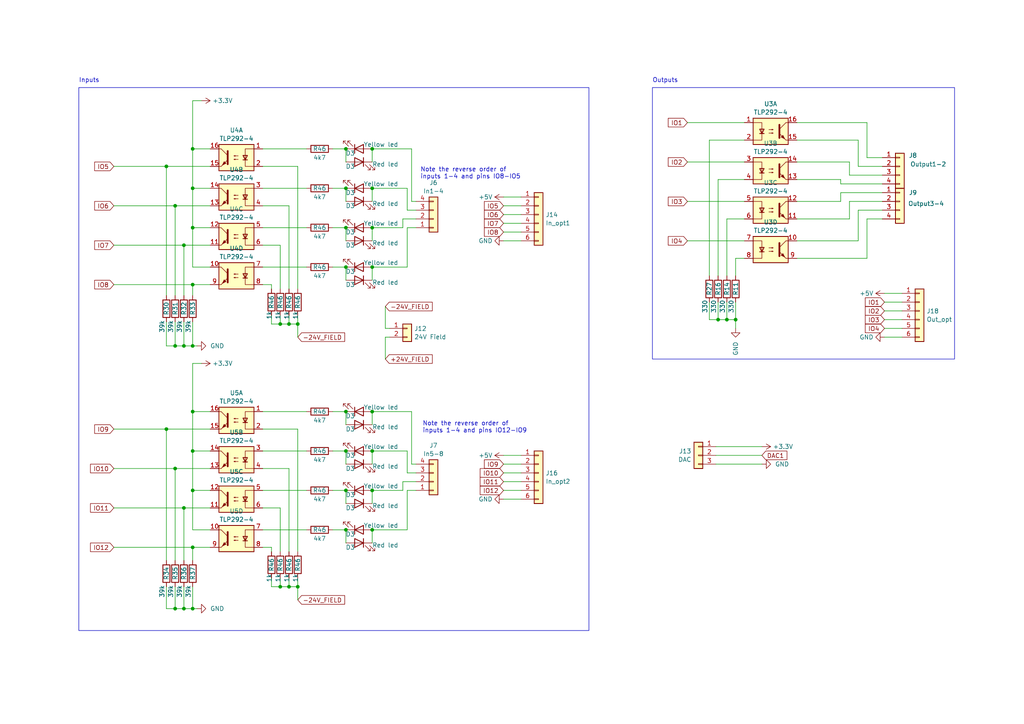
<source format=kicad_sch>
(kicad_sch (version 20230121) (generator eeschema)

  (uuid d19c7c83-0eea-4332-958a-4c973a41eedf)

  (paper "A4")

  (title_block
    (title "MetalMusings EaserCAT 3000")
  )

  (lib_symbols
    (symbol "Connector_Generic:Conn_01x02" (pin_names (offset 1.016) hide) (in_bom yes) (on_board yes)
      (property "Reference" "J" (at 0 2.54 0)
        (effects (font (size 1.27 1.27)))
      )
      (property "Value" "Conn_01x02" (at 0 -5.08 0)
        (effects (font (size 1.27 1.27)))
      )
      (property "Footprint" "" (at 0 0 0)
        (effects (font (size 1.27 1.27)) hide)
      )
      (property "Datasheet" "~" (at 0 0 0)
        (effects (font (size 1.27 1.27)) hide)
      )
      (property "ki_keywords" "connector" (at 0 0 0)
        (effects (font (size 1.27 1.27)) hide)
      )
      (property "ki_description" "Generic connector, single row, 01x02, script generated (kicad-library-utils/schlib/autogen/connector/)" (at 0 0 0)
        (effects (font (size 1.27 1.27)) hide)
      )
      (property "ki_fp_filters" "Connector*:*_1x??_*" (at 0 0 0)
        (effects (font (size 1.27 1.27)) hide)
      )
      (symbol "Conn_01x02_1_1"
        (rectangle (start -1.27 -2.413) (end 0 -2.667)
          (stroke (width 0.1524) (type default))
          (fill (type none))
        )
        (rectangle (start -1.27 0.127) (end 0 -0.127)
          (stroke (width 0.1524) (type default))
          (fill (type none))
        )
        (rectangle (start -1.27 1.27) (end 1.27 -3.81)
          (stroke (width 0.254) (type default))
          (fill (type background))
        )
        (pin passive line (at -5.08 0 0) (length 3.81)
          (name "Pin_1" (effects (font (size 1.27 1.27))))
          (number "1" (effects (font (size 1.27 1.27))))
        )
        (pin passive line (at -5.08 -2.54 0) (length 3.81)
          (name "Pin_2" (effects (font (size 1.27 1.27))))
          (number "2" (effects (font (size 1.27 1.27))))
        )
      )
    )
    (symbol "Connector_Generic:Conn_01x03" (pin_names (offset 1.016) hide) (in_bom yes) (on_board yes)
      (property "Reference" "J" (at 0 5.08 0)
        (effects (font (size 1.27 1.27)))
      )
      (property "Value" "Conn_01x03" (at 0 -5.08 0)
        (effects (font (size 1.27 1.27)))
      )
      (property "Footprint" "" (at 0 0 0)
        (effects (font (size 1.27 1.27)) hide)
      )
      (property "Datasheet" "~" (at 0 0 0)
        (effects (font (size 1.27 1.27)) hide)
      )
      (property "ki_keywords" "connector" (at 0 0 0)
        (effects (font (size 1.27 1.27)) hide)
      )
      (property "ki_description" "Generic connector, single row, 01x03, script generated (kicad-library-utils/schlib/autogen/connector/)" (at 0 0 0)
        (effects (font (size 1.27 1.27)) hide)
      )
      (property "ki_fp_filters" "Connector*:*_1x??_*" (at 0 0 0)
        (effects (font (size 1.27 1.27)) hide)
      )
      (symbol "Conn_01x03_1_1"
        (rectangle (start -1.27 -2.413) (end 0 -2.667)
          (stroke (width 0.1524) (type default))
          (fill (type none))
        )
        (rectangle (start -1.27 0.127) (end 0 -0.127)
          (stroke (width 0.1524) (type default))
          (fill (type none))
        )
        (rectangle (start -1.27 2.667) (end 0 2.413)
          (stroke (width 0.1524) (type default))
          (fill (type none))
        )
        (rectangle (start -1.27 3.81) (end 1.27 -3.81)
          (stroke (width 0.254) (type default))
          (fill (type background))
        )
        (pin passive line (at -5.08 2.54 0) (length 3.81)
          (name "Pin_1" (effects (font (size 1.27 1.27))))
          (number "1" (effects (font (size 1.27 1.27))))
        )
        (pin passive line (at -5.08 0 0) (length 3.81)
          (name "Pin_2" (effects (font (size 1.27 1.27))))
          (number "2" (effects (font (size 1.27 1.27))))
        )
        (pin passive line (at -5.08 -2.54 0) (length 3.81)
          (name "Pin_3" (effects (font (size 1.27 1.27))))
          (number "3" (effects (font (size 1.27 1.27))))
        )
      )
    )
    (symbol "Connector_Generic:Conn_01x04" (pin_names (offset 1.016) hide) (in_bom yes) (on_board yes)
      (property "Reference" "J" (at 0 5.08 0)
        (effects (font (size 1.27 1.27)))
      )
      (property "Value" "Conn_01x04" (at 0 -7.62 0)
        (effects (font (size 1.27 1.27)))
      )
      (property "Footprint" "" (at 0 0 0)
        (effects (font (size 1.27 1.27)) hide)
      )
      (property "Datasheet" "~" (at 0 0 0)
        (effects (font (size 1.27 1.27)) hide)
      )
      (property "ki_keywords" "connector" (at 0 0 0)
        (effects (font (size 1.27 1.27)) hide)
      )
      (property "ki_description" "Generic connector, single row, 01x04, script generated (kicad-library-utils/schlib/autogen/connector/)" (at 0 0 0)
        (effects (font (size 1.27 1.27)) hide)
      )
      (property "ki_fp_filters" "Connector*:*_1x??_*" (at 0 0 0)
        (effects (font (size 1.27 1.27)) hide)
      )
      (symbol "Conn_01x04_1_1"
        (rectangle (start -1.27 -4.953) (end 0 -5.207)
          (stroke (width 0.1524) (type default))
          (fill (type none))
        )
        (rectangle (start -1.27 -2.413) (end 0 -2.667)
          (stroke (width 0.1524) (type default))
          (fill (type none))
        )
        (rectangle (start -1.27 0.127) (end 0 -0.127)
          (stroke (width 0.1524) (type default))
          (fill (type none))
        )
        (rectangle (start -1.27 2.667) (end 0 2.413)
          (stroke (width 0.1524) (type default))
          (fill (type none))
        )
        (rectangle (start -1.27 3.81) (end 1.27 -6.35)
          (stroke (width 0.254) (type default))
          (fill (type background))
        )
        (pin passive line (at -5.08 2.54 0) (length 3.81)
          (name "Pin_1" (effects (font (size 1.27 1.27))))
          (number "1" (effects (font (size 1.27 1.27))))
        )
        (pin passive line (at -5.08 0 0) (length 3.81)
          (name "Pin_2" (effects (font (size 1.27 1.27))))
          (number "2" (effects (font (size 1.27 1.27))))
        )
        (pin passive line (at -5.08 -2.54 0) (length 3.81)
          (name "Pin_3" (effects (font (size 1.27 1.27))))
          (number "3" (effects (font (size 1.27 1.27))))
        )
        (pin passive line (at -5.08 -5.08 0) (length 3.81)
          (name "Pin_4" (effects (font (size 1.27 1.27))))
          (number "4" (effects (font (size 1.27 1.27))))
        )
      )
    )
    (symbol "Connector_Generic:Conn_01x06" (pin_names (offset 1.016) hide) (in_bom yes) (on_board yes)
      (property "Reference" "J" (at 0 7.62 0)
        (effects (font (size 1.27 1.27)))
      )
      (property "Value" "Conn_01x06" (at 0 -10.16 0)
        (effects (font (size 1.27 1.27)))
      )
      (property "Footprint" "" (at 0 0 0)
        (effects (font (size 1.27 1.27)) hide)
      )
      (property "Datasheet" "~" (at 0 0 0)
        (effects (font (size 1.27 1.27)) hide)
      )
      (property "ki_keywords" "connector" (at 0 0 0)
        (effects (font (size 1.27 1.27)) hide)
      )
      (property "ki_description" "Generic connector, single row, 01x06, script generated (kicad-library-utils/schlib/autogen/connector/)" (at 0 0 0)
        (effects (font (size 1.27 1.27)) hide)
      )
      (property "ki_fp_filters" "Connector*:*_1x??_*" (at 0 0 0)
        (effects (font (size 1.27 1.27)) hide)
      )
      (symbol "Conn_01x06_1_1"
        (rectangle (start -1.27 -7.493) (end 0 -7.747)
          (stroke (width 0.1524) (type default))
          (fill (type none))
        )
        (rectangle (start -1.27 -4.953) (end 0 -5.207)
          (stroke (width 0.1524) (type default))
          (fill (type none))
        )
        (rectangle (start -1.27 -2.413) (end 0 -2.667)
          (stroke (width 0.1524) (type default))
          (fill (type none))
        )
        (rectangle (start -1.27 0.127) (end 0 -0.127)
          (stroke (width 0.1524) (type default))
          (fill (type none))
        )
        (rectangle (start -1.27 2.667) (end 0 2.413)
          (stroke (width 0.1524) (type default))
          (fill (type none))
        )
        (rectangle (start -1.27 5.207) (end 0 4.953)
          (stroke (width 0.1524) (type default))
          (fill (type none))
        )
        (rectangle (start -1.27 6.35) (end 1.27 -8.89)
          (stroke (width 0.254) (type default))
          (fill (type background))
        )
        (pin passive line (at -5.08 5.08 0) (length 3.81)
          (name "Pin_1" (effects (font (size 1.27 1.27))))
          (number "1" (effects (font (size 1.27 1.27))))
        )
        (pin passive line (at -5.08 2.54 0) (length 3.81)
          (name "Pin_2" (effects (font (size 1.27 1.27))))
          (number "2" (effects (font (size 1.27 1.27))))
        )
        (pin passive line (at -5.08 0 0) (length 3.81)
          (name "Pin_3" (effects (font (size 1.27 1.27))))
          (number "3" (effects (font (size 1.27 1.27))))
        )
        (pin passive line (at -5.08 -2.54 0) (length 3.81)
          (name "Pin_4" (effects (font (size 1.27 1.27))))
          (number "4" (effects (font (size 1.27 1.27))))
        )
        (pin passive line (at -5.08 -5.08 0) (length 3.81)
          (name "Pin_5" (effects (font (size 1.27 1.27))))
          (number "5" (effects (font (size 1.27 1.27))))
        )
        (pin passive line (at -5.08 -7.62 0) (length 3.81)
          (name "Pin_6" (effects (font (size 1.27 1.27))))
          (number "6" (effects (font (size 1.27 1.27))))
        )
      )
    )
    (symbol "Device:LED" (pin_numbers hide) (pin_names (offset 1.016) hide) (in_bom yes) (on_board yes)
      (property "Reference" "D" (at 0 2.54 0)
        (effects (font (size 1.27 1.27)))
      )
      (property "Value" "LED" (at 0 -2.54 0)
        (effects (font (size 1.27 1.27)))
      )
      (property "Footprint" "" (at 0 0 0)
        (effects (font (size 1.27 1.27)) hide)
      )
      (property "Datasheet" "~" (at 0 0 0)
        (effects (font (size 1.27 1.27)) hide)
      )
      (property "ki_keywords" "LED diode" (at 0 0 0)
        (effects (font (size 1.27 1.27)) hide)
      )
      (property "ki_description" "Light emitting diode" (at 0 0 0)
        (effects (font (size 1.27 1.27)) hide)
      )
      (property "ki_fp_filters" "LED* LED_SMD:* LED_THT:*" (at 0 0 0)
        (effects (font (size 1.27 1.27)) hide)
      )
      (symbol "LED_0_1"
        (polyline
          (pts
            (xy -1.27 -1.27)
            (xy -1.27 1.27)
          )
          (stroke (width 0.254) (type default))
          (fill (type none))
        )
        (polyline
          (pts
            (xy -1.27 0)
            (xy 1.27 0)
          )
          (stroke (width 0) (type default))
          (fill (type none))
        )
        (polyline
          (pts
            (xy 1.27 -1.27)
            (xy 1.27 1.27)
            (xy -1.27 0)
            (xy 1.27 -1.27)
          )
          (stroke (width 0.254) (type default))
          (fill (type none))
        )
        (polyline
          (pts
            (xy -3.048 -0.762)
            (xy -4.572 -2.286)
            (xy -3.81 -2.286)
            (xy -4.572 -2.286)
            (xy -4.572 -1.524)
          )
          (stroke (width 0) (type default))
          (fill (type none))
        )
        (polyline
          (pts
            (xy -1.778 -0.762)
            (xy -3.302 -2.286)
            (xy -2.54 -2.286)
            (xy -3.302 -2.286)
            (xy -3.302 -1.524)
          )
          (stroke (width 0) (type default))
          (fill (type none))
        )
      )
      (symbol "LED_1_1"
        (pin passive line (at -3.81 0 0) (length 2.54)
          (name "K" (effects (font (size 1.27 1.27))))
          (number "1" (effects (font (size 1.27 1.27))))
        )
        (pin passive line (at 3.81 0 180) (length 2.54)
          (name "A" (effects (font (size 1.27 1.27))))
          (number "2" (effects (font (size 1.27 1.27))))
        )
      )
    )
    (symbol "Device:R" (pin_numbers hide) (pin_names (offset 0)) (in_bom yes) (on_board yes)
      (property "Reference" "R" (at 2.032 0 90)
        (effects (font (size 1.27 1.27)))
      )
      (property "Value" "R" (at 0 0 90)
        (effects (font (size 1.27 1.27)))
      )
      (property "Footprint" "" (at -1.778 0 90)
        (effects (font (size 1.27 1.27)) hide)
      )
      (property "Datasheet" "~" (at 0 0 0)
        (effects (font (size 1.27 1.27)) hide)
      )
      (property "ki_keywords" "R res resistor" (at 0 0 0)
        (effects (font (size 1.27 1.27)) hide)
      )
      (property "ki_description" "Resistor" (at 0 0 0)
        (effects (font (size 1.27 1.27)) hide)
      )
      (property "ki_fp_filters" "R_*" (at 0 0 0)
        (effects (font (size 1.27 1.27)) hide)
      )
      (symbol "R_0_1"
        (rectangle (start -1.016 -2.54) (end 1.016 2.54)
          (stroke (width 0.254) (type default))
          (fill (type none))
        )
      )
      (symbol "R_1_1"
        (pin passive line (at 0 3.81 270) (length 1.27)
          (name "~" (effects (font (size 1.27 1.27))))
          (number "1" (effects (font (size 1.27 1.27))))
        )
        (pin passive line (at 0 -3.81 90) (length 1.27)
          (name "~" (effects (font (size 1.27 1.27))))
          (number "2" (effects (font (size 1.27 1.27))))
        )
      )
    )
    (symbol "Isolator:TLP291-4" (in_bom yes) (on_board yes)
      (property "Reference" "U" (at -5.08 5.08 0)
        (effects (font (size 1.27 1.27)) (justify left))
      )
      (property "Value" "TLP291-4" (at 0 5.08 0)
        (effects (font (size 1.27 1.27)) (justify left))
      )
      (property "Footprint" "Package_SO:SOIC-16_4.55x10.3mm_P1.27mm" (at -5.08 -5.08 0)
        (effects (font (size 1.27 1.27) italic) (justify left) hide)
      )
      (property "Datasheet" "https://toshiba.semicon-storage.com/info/docget.jsp?did=12858&prodName=TLP291-4" (at 0 0 0)
        (effects (font (size 1.27 1.27)) (justify left) hide)
      )
      (property "ki_keywords" "NPN DC Quad Optocoupler" (at 0 0 0)
        (effects (font (size 1.27 1.27)) hide)
      )
      (property "ki_description" "Quad DC Optocoupler, Vce 80V, CTR 50-100%, SOP16" (at 0 0 0)
        (effects (font (size 1.27 1.27)) hide)
      )
      (property "ki_fp_filters" "SOIC*4.55x10.3mm*P1.27mm*" (at 0 0 0)
        (effects (font (size 1.27 1.27)) hide)
      )
      (symbol "TLP291-4_0_1"
        (rectangle (start -5.08 3.81) (end 5.08 -3.81)
          (stroke (width 0.254) (type default))
          (fill (type background))
        )
        (polyline
          (pts
            (xy -3.175 -0.635)
            (xy -1.905 -0.635)
          )
          (stroke (width 0.254) (type default))
          (fill (type none))
        )
        (polyline
          (pts
            (xy 2.54 0.635)
            (xy 4.445 2.54)
          )
          (stroke (width 0) (type default))
          (fill (type none))
        )
        (polyline
          (pts
            (xy 4.445 -2.54)
            (xy 2.54 -0.635)
          )
          (stroke (width 0) (type default))
          (fill (type outline))
        )
        (polyline
          (pts
            (xy 4.445 -2.54)
            (xy 5.08 -2.54)
          )
          (stroke (width 0) (type default))
          (fill (type none))
        )
        (polyline
          (pts
            (xy 4.445 2.54)
            (xy 5.08 2.54)
          )
          (stroke (width 0) (type default))
          (fill (type none))
        )
        (polyline
          (pts
            (xy -5.08 2.54)
            (xy -2.54 2.54)
            (xy -2.54 0.635)
          )
          (stroke (width 0) (type default))
          (fill (type none))
        )
        (polyline
          (pts
            (xy -2.54 0.635)
            (xy -2.54 -2.54)
            (xy -5.08 -2.54)
          )
          (stroke (width 0) (type default))
          (fill (type none))
        )
        (polyline
          (pts
            (xy 2.54 1.905)
            (xy 2.54 -1.905)
            (xy 2.54 -1.905)
          )
          (stroke (width 0.508) (type default))
          (fill (type none))
        )
        (polyline
          (pts
            (xy -2.54 -0.635)
            (xy -3.175 0.635)
            (xy -1.905 0.635)
            (xy -2.54 -0.635)
          )
          (stroke (width 0.254) (type default))
          (fill (type none))
        )
        (polyline
          (pts
            (xy -0.508 -0.508)
            (xy 0.762 -0.508)
            (xy 0.381 -0.635)
            (xy 0.381 -0.381)
            (xy 0.762 -0.508)
          )
          (stroke (width 0) (type default))
          (fill (type none))
        )
        (polyline
          (pts
            (xy -0.508 0.508)
            (xy 0.762 0.508)
            (xy 0.381 0.381)
            (xy 0.381 0.635)
            (xy 0.762 0.508)
          )
          (stroke (width 0) (type default))
          (fill (type none))
        )
        (polyline
          (pts
            (xy 3.048 -1.651)
            (xy 3.556 -1.143)
            (xy 4.064 -2.159)
            (xy 3.048 -1.651)
            (xy 3.048 -1.651)
          )
          (stroke (width 0) (type default))
          (fill (type outline))
        )
      )
      (symbol "TLP291-4_1_1"
        (pin passive line (at -7.62 2.54 0) (length 2.54)
          (name "~" (effects (font (size 1.27 1.27))))
          (number "1" (effects (font (size 1.27 1.27))))
        )
        (pin passive line (at 7.62 -2.54 180) (length 2.54)
          (name "~" (effects (font (size 1.27 1.27))))
          (number "15" (effects (font (size 1.27 1.27))))
        )
        (pin passive line (at 7.62 2.54 180) (length 2.54)
          (name "~" (effects (font (size 1.27 1.27))))
          (number "16" (effects (font (size 1.27 1.27))))
        )
        (pin passive line (at -7.62 -2.54 0) (length 2.54)
          (name "~" (effects (font (size 1.27 1.27))))
          (number "2" (effects (font (size 1.27 1.27))))
        )
      )
      (symbol "TLP291-4_2_1"
        (pin passive line (at 7.62 -2.54 180) (length 2.54)
          (name "~" (effects (font (size 1.27 1.27))))
          (number "13" (effects (font (size 1.27 1.27))))
        )
        (pin passive line (at 7.62 2.54 180) (length 2.54)
          (name "~" (effects (font (size 1.27 1.27))))
          (number "14" (effects (font (size 1.27 1.27))))
        )
        (pin passive line (at -7.62 2.54 0) (length 2.54)
          (name "~" (effects (font (size 1.27 1.27))))
          (number "3" (effects (font (size 1.27 1.27))))
        )
        (pin passive line (at -7.62 -2.54 0) (length 2.54)
          (name "~" (effects (font (size 1.27 1.27))))
          (number "4" (effects (font (size 1.27 1.27))))
        )
      )
      (symbol "TLP291-4_3_1"
        (pin passive line (at 7.62 -2.54 180) (length 2.54)
          (name "~" (effects (font (size 1.27 1.27))))
          (number "11" (effects (font (size 1.27 1.27))))
        )
        (pin passive line (at 7.62 2.54 180) (length 2.54)
          (name "~" (effects (font (size 1.27 1.27))))
          (number "12" (effects (font (size 1.27 1.27))))
        )
        (pin passive line (at -7.62 2.54 0) (length 2.54)
          (name "~" (effects (font (size 1.27 1.27))))
          (number "5" (effects (font (size 1.27 1.27))))
        )
        (pin passive line (at -7.62 -2.54 0) (length 2.54)
          (name "~" (effects (font (size 1.27 1.27))))
          (number "6" (effects (font (size 1.27 1.27))))
        )
      )
      (symbol "TLP291-4_4_1"
        (pin passive line (at 7.62 2.54 180) (length 2.54)
          (name "~" (effects (font (size 1.27 1.27))))
          (number "10" (effects (font (size 1.27 1.27))))
        )
        (pin passive line (at -7.62 2.54 0) (length 2.54)
          (name "~" (effects (font (size 1.27 1.27))))
          (number "7" (effects (font (size 1.27 1.27))))
        )
        (pin passive line (at -7.62 -2.54 0) (length 2.54)
          (name "~" (effects (font (size 1.27 1.27))))
          (number "8" (effects (font (size 1.27 1.27))))
        )
        (pin passive line (at 7.62 -2.54 180) (length 2.54)
          (name "~" (effects (font (size 1.27 1.27))))
          (number "9" (effects (font (size 1.27 1.27))))
        )
      )
    )
    (symbol "power:+3.3V" (power) (pin_names (offset 0)) (in_bom yes) (on_board yes)
      (property "Reference" "#PWR" (at 0 -3.81 0)
        (effects (font (size 1.27 1.27)) hide)
      )
      (property "Value" "+3.3V" (at 0 3.556 0)
        (effects (font (size 1.27 1.27)))
      )
      (property "Footprint" "" (at 0 0 0)
        (effects (font (size 1.27 1.27)) hide)
      )
      (property "Datasheet" "" (at 0 0 0)
        (effects (font (size 1.27 1.27)) hide)
      )
      (property "ki_keywords" "global power" (at 0 0 0)
        (effects (font (size 1.27 1.27)) hide)
      )
      (property "ki_description" "Power symbol creates a global label with name \"+3.3V\"" (at 0 0 0)
        (effects (font (size 1.27 1.27)) hide)
      )
      (symbol "+3.3V_0_1"
        (polyline
          (pts
            (xy -0.762 1.27)
            (xy 0 2.54)
          )
          (stroke (width 0) (type default))
          (fill (type none))
        )
        (polyline
          (pts
            (xy 0 0)
            (xy 0 2.54)
          )
          (stroke (width 0) (type default))
          (fill (type none))
        )
        (polyline
          (pts
            (xy 0 2.54)
            (xy 0.762 1.27)
          )
          (stroke (width 0) (type default))
          (fill (type none))
        )
      )
      (symbol "+3.3V_1_1"
        (pin power_in line (at 0 0 90) (length 0) hide
          (name "+3.3V" (effects (font (size 1.27 1.27))))
          (number "1" (effects (font (size 1.27 1.27))))
        )
      )
    )
    (symbol "power:+5V" (power) (pin_names (offset 0)) (in_bom yes) (on_board yes)
      (property "Reference" "#PWR" (at 0 -3.81 0)
        (effects (font (size 1.27 1.27)) hide)
      )
      (property "Value" "+5V" (at 0 3.556 0)
        (effects (font (size 1.27 1.27)))
      )
      (property "Footprint" "" (at 0 0 0)
        (effects (font (size 1.27 1.27)) hide)
      )
      (property "Datasheet" "" (at 0 0 0)
        (effects (font (size 1.27 1.27)) hide)
      )
      (property "ki_keywords" "global power" (at 0 0 0)
        (effects (font (size 1.27 1.27)) hide)
      )
      (property "ki_description" "Power symbol creates a global label with name \"+5V\"" (at 0 0 0)
        (effects (font (size 1.27 1.27)) hide)
      )
      (symbol "+5V_0_1"
        (polyline
          (pts
            (xy -0.762 1.27)
            (xy 0 2.54)
          )
          (stroke (width 0) (type default))
          (fill (type none))
        )
        (polyline
          (pts
            (xy 0 0)
            (xy 0 2.54)
          )
          (stroke (width 0) (type default))
          (fill (type none))
        )
        (polyline
          (pts
            (xy 0 2.54)
            (xy 0.762 1.27)
          )
          (stroke (width 0) (type default))
          (fill (type none))
        )
      )
      (symbol "+5V_1_1"
        (pin power_in line (at 0 0 90) (length 0) hide
          (name "+5V" (effects (font (size 1.27 1.27))))
          (number "1" (effects (font (size 1.27 1.27))))
        )
      )
    )
    (symbol "power:GND" (power) (pin_names (offset 0)) (in_bom yes) (on_board yes)
      (property "Reference" "#PWR" (at 0 -6.35 0)
        (effects (font (size 1.27 1.27)) hide)
      )
      (property "Value" "GND" (at 0 -3.81 0)
        (effects (font (size 1.27 1.27)))
      )
      (property "Footprint" "" (at 0 0 0)
        (effects (font (size 1.27 1.27)) hide)
      )
      (property "Datasheet" "" (at 0 0 0)
        (effects (font (size 1.27 1.27)) hide)
      )
      (property "ki_keywords" "global power" (at 0 0 0)
        (effects (font (size 1.27 1.27)) hide)
      )
      (property "ki_description" "Power symbol creates a global label with name \"GND\" , ground" (at 0 0 0)
        (effects (font (size 1.27 1.27)) hide)
      )
      (symbol "GND_0_1"
        (polyline
          (pts
            (xy 0 0)
            (xy 0 -1.27)
            (xy 1.27 -1.27)
            (xy 0 -2.54)
            (xy -1.27 -1.27)
            (xy 0 -1.27)
          )
          (stroke (width 0) (type default))
          (fill (type none))
        )
      )
      (symbol "GND_1_1"
        (pin power_in line (at 0 0 270) (length 0) hide
          (name "GND" (effects (font (size 1.27 1.27))))
          (number "1" (effects (font (size 1.27 1.27))))
        )
      )
    )
  )

  (junction (at 100.33 77.47) (diameter 0) (color 0 0 0 0)
    (uuid 00be6be6-3df2-4b1b-a6fa-a8cfd5da6ad4)
  )
  (junction (at 100.33 54.61) (diameter 0) (color 0 0 0 0)
    (uuid 01028bdc-8bdc-49e8-90ce-7430de850ebe)
  )
  (junction (at 55.88 54.61) (diameter 0) (color 0 0 0 0)
    (uuid 07cbb7b7-3f83-4128-b766-89904e8b2b59)
  )
  (junction (at 48.26 124.46) (diameter 0) (color 0 0 0 0)
    (uuid 10df9d2d-77cc-449b-9c25-983999fb39a4)
  )
  (junction (at 107.95 153.67) (diameter 0) (color 0 0 0 0)
    (uuid 1772e9d8-df6e-48d2-8fb1-f1793a23447d)
  )
  (junction (at 55.88 176.53) (diameter 0) (color 0 0 0 0)
    (uuid 18a0c0d8-235f-41fb-b3c4-1513ad3b4482)
  )
  (junction (at 208.28 92.71) (diameter 0) (color 0 0 0 0)
    (uuid 1b560e34-41be-43fd-8529-e58dc6d37522)
  )
  (junction (at 55.88 119.38) (diameter 0) (color 0 0 0 0)
    (uuid 1dd69ea6-5360-49cc-8337-ba61698ad8d1)
  )
  (junction (at 100.33 130.81) (diameter 0) (color 0 0 0 0)
    (uuid 1df26744-bb4f-4b20-ac7d-53c6187d4892)
  )
  (junction (at 50.8 176.53) (diameter 0) (color 0 0 0 0)
    (uuid 2110fcb5-cc92-4f0d-80b3-df7f697353b1)
  )
  (junction (at 107.95 43.18) (diameter 0) (color 0 0 0 0)
    (uuid 23e010e4-0a90-493f-96dd-2ca7a741c3e5)
  )
  (junction (at 107.95 119.38) (diameter 0) (color 0 0 0 0)
    (uuid 28ac4952-b529-45b6-a0ab-ed7ef2a5ec15)
  )
  (junction (at 213.36 92.71) (diameter 0) (color 0 0 0 0)
    (uuid 2bbb1fa0-b8ca-48d0-88d0-feefc8a81565)
  )
  (junction (at 210.82 92.71) (diameter 0) (color 0 0 0 0)
    (uuid 2eb9d7c6-fc97-4f58-957f-64a01d6d5108)
  )
  (junction (at 100.33 66.04) (diameter 0) (color 0 0 0 0)
    (uuid 3a185e11-4c73-4386-8e94-62ddad7c4929)
  )
  (junction (at 107.95 142.24) (diameter 0) (color 0 0 0 0)
    (uuid 466320a3-de3e-4a12-80b5-e7e1992627b0)
  )
  (junction (at 55.88 43.18) (diameter 0) (color 0 0 0 0)
    (uuid 5354ec96-5fcd-4894-93ea-88bc52835846)
  )
  (junction (at 55.88 82.55) (diameter 0) (color 0 0 0 0)
    (uuid 5779957c-f6d2-40dc-ad82-9d7099d36594)
  )
  (junction (at 55.88 130.81) (diameter 0) (color 0 0 0 0)
    (uuid 5a15d30a-c4dc-4c13-9286-2334ea4bda86)
  )
  (junction (at 107.95 54.61) (diameter 0) (color 0 0 0 0)
    (uuid 5b64b4ea-78aa-4ad4-8807-df2c8db625b6)
  )
  (junction (at 48.26 48.26) (diameter 0) (color 0 0 0 0)
    (uuid 616af3f3-f203-4c74-8cc4-224fcc8f2a5a)
  )
  (junction (at 100.33 142.24) (diameter 0) (color 0 0 0 0)
    (uuid 630e7165-c463-4b76-b19e-e58b1175e068)
  )
  (junction (at 53.34 147.32) (diameter 0) (color 0 0 0 0)
    (uuid 64a7af42-9287-4537-ac9c-5404d589331d)
  )
  (junction (at 50.8 135.89) (diameter 0) (color 0 0 0 0)
    (uuid 671be165-0eab-4b07-b79b-bae89dcf4d84)
  )
  (junction (at 83.82 93.98) (diameter 0) (color 0 0 0 0)
    (uuid 7b2d94b1-231f-486d-b90b-b2d7fa699191)
  )
  (junction (at 107.95 77.47) (diameter 0) (color 0 0 0 0)
    (uuid 7c0f1626-4afb-43b6-8eca-ea467008f338)
  )
  (junction (at 55.88 66.04) (diameter 0) (color 0 0 0 0)
    (uuid 80b8b24f-c137-4b6c-b9c5-1deb55f47fcd)
  )
  (junction (at 55.88 100.33) (diameter 0) (color 0 0 0 0)
    (uuid 93dc0ec0-dd2e-4722-9eb9-3c6722c5defc)
  )
  (junction (at 53.34 176.53) (diameter 0) (color 0 0 0 0)
    (uuid 9f8b79b9-7744-4147-8b4b-fef8182a1954)
  )
  (junction (at 50.8 59.69) (diameter 0) (color 0 0 0 0)
    (uuid a869d333-59dd-4d47-9a9a-5ba8cd70a38e)
  )
  (junction (at 100.33 43.18) (diameter 0) (color 0 0 0 0)
    (uuid a9a66a71-d73b-4cf9-9ee8-a6564e083f66)
  )
  (junction (at 83.82 170.18) (diameter 0) (color 0 0 0 0)
    (uuid a9d3181e-8a70-4cff-bac9-8811abd6d878)
  )
  (junction (at 100.33 153.67) (diameter 0) (color 0 0 0 0)
    (uuid aa3523d6-607a-4ce9-9509-22e97387f640)
  )
  (junction (at 53.34 71.12) (diameter 0) (color 0 0 0 0)
    (uuid aca97284-6bd7-4f8f-899b-36d89632830c)
  )
  (junction (at 86.36 170.18) (diameter 0) (color 0 0 0 0)
    (uuid b26e174f-a7dc-42ff-b74d-2b61c19e508c)
  )
  (junction (at 81.28 93.98) (diameter 0) (color 0 0 0 0)
    (uuid b91ead4c-9dff-4ff7-8ead-976fe585d0a2)
  )
  (junction (at 55.88 142.24) (diameter 0) (color 0 0 0 0)
    (uuid bcd73f2a-3be9-4aca-8a55-4302737a928c)
  )
  (junction (at 86.36 93.98) (diameter 0) (color 0 0 0 0)
    (uuid cd8634d5-5c7c-43d9-853a-8ff44053edf0)
  )
  (junction (at 100.33 119.38) (diameter 0) (color 0 0 0 0)
    (uuid d25f9376-a911-4e7e-8ae4-975fea0c7e5a)
  )
  (junction (at 107.95 130.81) (diameter 0) (color 0 0 0 0)
    (uuid d3561e96-3419-4d0e-bb03-f1a33b6e87af)
  )
  (junction (at 55.88 158.75) (diameter 0) (color 0 0 0 0)
    (uuid dbdc9b51-e141-48d8-99d0-69d85a41db83)
  )
  (junction (at 107.95 66.04) (diameter 0) (color 0 0 0 0)
    (uuid e20aabd4-bf8b-453f-884a-373332dca291)
  )
  (junction (at 81.28 170.18) (diameter 0) (color 0 0 0 0)
    (uuid e5ff301e-0c0c-4024-bac7-33f42066052c)
  )
  (junction (at 50.8 100.33) (diameter 0) (color 0 0 0 0)
    (uuid f48d5329-71ea-49b0-aaea-c1a534f7d532)
  )
  (junction (at 53.34 100.33) (diameter 0) (color 0 0 0 0)
    (uuid f6e15fa5-1282-4963-b6dd-779b285179c9)
  )

  (wire (pts (xy 76.2 142.24) (xy 88.9 142.24))
    (stroke (width 0) (type default))
    (uuid 01c7129e-d54e-450b-ac88-ba1f62953586)
  )
  (wire (pts (xy 120.65 66.04) (xy 118.11 66.04))
    (stroke (width 0) (type default))
    (uuid 02439b9a-9557-479c-ac82-1fc5d86ccc0d)
  )
  (wire (pts (xy 55.88 54.61) (xy 55.88 43.18))
    (stroke (width 0) (type default))
    (uuid 0289e346-4623-4c75-a126-b936e7b2a041)
  )
  (wire (pts (xy 86.36 91.44) (xy 86.36 93.98))
    (stroke (width 0) (type default))
    (uuid 02f422e0-796e-4354-992d-e01f56f89556)
  )
  (wire (pts (xy 33.02 48.26) (xy 48.26 48.26))
    (stroke (width 0) (type default))
    (uuid 02ff09f6-ea15-4d71-91d9-926ac32de6ff)
  )
  (wire (pts (xy 83.82 91.44) (xy 83.82 93.98))
    (stroke (width 0) (type default))
    (uuid 04f542e6-8d04-436a-be5e-083dbd4961b2)
  )
  (wire (pts (xy 205.74 87.63) (xy 205.74 92.71))
    (stroke (width 0) (type default))
    (uuid 077bf300-3a55-4bfa-952c-f951865d04d8)
  )
  (wire (pts (xy 213.36 87.63) (xy 213.36 92.71))
    (stroke (width 0) (type default))
    (uuid 09c5c74c-bdcb-471e-a5bc-5a46e6b3b8b8)
  )
  (wire (pts (xy 55.88 66.04) (xy 60.96 66.04))
    (stroke (width 0) (type default))
    (uuid 0ab240a3-6720-4011-981f-6c5a837bd051)
  )
  (wire (pts (xy 86.36 167.64) (xy 86.36 170.18))
    (stroke (width 0) (type default))
    (uuid 0abd9d5a-fd76-4094-99b0-68fe768b320d)
  )
  (wire (pts (xy 83.82 170.18) (xy 86.36 170.18))
    (stroke (width 0) (type default))
    (uuid 0b0f1706-9ca7-4150-bc76-3ee3c1aca115)
  )
  (wire (pts (xy 50.8 135.89) (xy 60.96 135.89))
    (stroke (width 0) (type default))
    (uuid 0b4df079-5858-42cf-8dcc-63965d9dadf2)
  )
  (wire (pts (xy 81.28 71.12) (xy 81.28 83.82))
    (stroke (width 0) (type default))
    (uuid 0c1a8c4a-db6d-474a-8567-1c143b30289f)
  )
  (wire (pts (xy 76.2 153.67) (xy 88.9 153.67))
    (stroke (width 0) (type default))
    (uuid 0c733ce2-8989-416b-bb6d-59831f7b40ee)
  )
  (wire (pts (xy 55.88 100.33) (xy 53.34 100.33))
    (stroke (width 0) (type default))
    (uuid 0d54e2a0-fd23-44d8-83ad-dafb003a2fdc)
  )
  (wire (pts (xy 151.13 139.7) (xy 146.05 139.7))
    (stroke (width 0) (type default))
    (uuid 0fa196e4-35e7-4bd6-94c1-041121348d78)
  )
  (wire (pts (xy 119.38 134.62) (xy 120.65 134.62))
    (stroke (width 0) (type default))
    (uuid 0fa7ae37-9663-4c90-8f1d-80d4ab2d3414)
  )
  (wire (pts (xy 76.2 135.89) (xy 83.82 135.89))
    (stroke (width 0) (type default))
    (uuid 1052673e-1444-48ba-9be1-e7c073871e8a)
  )
  (wire (pts (xy 118.11 66.04) (xy 118.11 77.47))
    (stroke (width 0) (type default))
    (uuid 108bbc18-3dd6-4210-bd4c-971afdfc4915)
  )
  (wire (pts (xy 55.88 43.18) (xy 60.96 43.18))
    (stroke (width 0) (type default))
    (uuid 114d4d12-b233-45f0-a723-006566e7dbb9)
  )
  (wire (pts (xy 55.88 105.41) (xy 58.42 105.41))
    (stroke (width 0) (type default))
    (uuid 1400da5b-9e6f-43d6-abbb-9e91cad1d375)
  )
  (wire (pts (xy 255.905 58.42) (xy 246.38 58.42))
    (stroke (width 0) (type default))
    (uuid 15054ad7-02fd-44ac-82e7-a067dce46f3f)
  )
  (wire (pts (xy 83.82 167.64) (xy 83.82 170.18))
    (stroke (width 0) (type default))
    (uuid 15a46638-816b-4915-997b-fb70ca1f8950)
  )
  (wire (pts (xy 86.36 48.26) (xy 86.36 83.82))
    (stroke (width 0) (type default))
    (uuid 1600e191-53bc-4fb1-a168-e9d4cf5145bb)
  )
  (wire (pts (xy 113.03 95.25) (xy 111.76 95.25))
    (stroke (width 0) (type default))
    (uuid 18f152f7-ccc2-47bd-9f77-5a99f840fce4)
  )
  (wire (pts (xy 208.28 52.07) (xy 208.28 80.01))
    (stroke (width 0) (type default))
    (uuid 19f3d7d3-dc1a-4360-882f-ca68bdddf549)
  )
  (wire (pts (xy 33.02 71.12) (xy 53.34 71.12))
    (stroke (width 0) (type default))
    (uuid 1a5788a9-9f4f-49a7-b2f9-9fa0f9518593)
  )
  (wire (pts (xy 261.62 97.79) (xy 256.54 97.79))
    (stroke (width 0) (type default))
    (uuid 1a8ccfee-f64a-40f3-bf43-85ad91faec51)
  )
  (wire (pts (xy 107.95 43.18) (xy 107.95 46.99))
    (stroke (width 0) (type default))
    (uuid 1aa453fb-afac-4807-9a71-94614d7fdda0)
  )
  (wire (pts (xy 96.52 130.81) (xy 100.33 130.81))
    (stroke (width 0) (type default))
    (uuid 1b2d7f1b-c326-49c2-9060-21c4fe1474cf)
  )
  (wire (pts (xy 120.65 139.7) (xy 116.84 139.7))
    (stroke (width 0) (type default))
    (uuid 1cc68282-b6c1-43f0-ad81-9d3e7e6b2043)
  )
  (wire (pts (xy 33.02 82.55) (xy 55.88 82.55))
    (stroke (width 0) (type default))
    (uuid 1d6727f4-2f0a-4670-b5ac-b31feac5badd)
  )
  (wire (pts (xy 107.95 153.67) (xy 107.95 157.48))
    (stroke (width 0) (type default))
    (uuid 1fdd7450-d7c0-45b9-b450-53f8d1c153f7)
  )
  (wire (pts (xy 81.28 91.44) (xy 81.28 93.98))
    (stroke (width 0) (type default))
    (uuid 200aad28-911e-459a-86f0-f46529e4cba4)
  )
  (wire (pts (xy 76.2 71.12) (xy 81.28 71.12))
    (stroke (width 0) (type default))
    (uuid 218faa41-ff38-40bb-8362-85d88d8d1f4f)
  )
  (wire (pts (xy 151.13 132.08) (xy 146.05 132.08))
    (stroke (width 0) (type default))
    (uuid 21bf2b86-7e4a-404d-ae60-287f28f575d8)
  )
  (wire (pts (xy 246.38 46.99) (xy 231.14 46.99))
    (stroke (width 0) (type default))
    (uuid 22973758-3fb4-4d6e-8c38-44771ed5c1c7)
  )
  (wire (pts (xy 86.36 93.98) (xy 86.36 97.79))
    (stroke (width 0) (type default))
    (uuid 229bf19a-349f-4e38-b301-68c902ec1789)
  )
  (wire (pts (xy 261.62 95.25) (xy 256.54 95.25))
    (stroke (width 0) (type default))
    (uuid 2428fdd2-3403-4493-8e24-c3c27a60f151)
  )
  (wire (pts (xy 53.34 71.12) (xy 60.96 71.12))
    (stroke (width 0) (type default))
    (uuid 250a860d-457d-4667-afd1-c0fdd94d76d1)
  )
  (wire (pts (xy 55.88 77.47) (xy 55.88 66.04))
    (stroke (width 0) (type default))
    (uuid 25874bd8-0d2a-4e8b-92cb-6d85640545d0)
  )
  (wire (pts (xy 50.8 176.53) (xy 50.8 170.18))
    (stroke (width 0) (type default))
    (uuid 26549126-7053-4f91-bb5c-8eecb3ef4207)
  )
  (wire (pts (xy 78.74 170.18) (xy 81.28 170.18))
    (stroke (width 0) (type default))
    (uuid 266a6bff-8da0-415d-9a05-52be57753627)
  )
  (wire (pts (xy 251.46 45.72) (xy 255.905 45.72))
    (stroke (width 0) (type default))
    (uuid 286a84a1-87bd-4d0a-a25a-147f11fce04f)
  )
  (wire (pts (xy 210.82 92.71) (xy 213.36 92.71))
    (stroke (width 0) (type default))
    (uuid 286bca9b-1bb9-4f6d-960d-3df62edc2554)
  )
  (wire (pts (xy 76.2 147.32) (xy 81.28 147.32))
    (stroke (width 0) (type default))
    (uuid 29053923-60af-41a3-bd9e-97ab6bcce108)
  )
  (wire (pts (xy 55.88 176.53) (xy 53.34 176.53))
    (stroke (width 0) (type default))
    (uuid 2911d755-da1c-4c62-bc44-1da9a2c551b2)
  )
  (wire (pts (xy 96.52 43.18) (xy 100.33 43.18))
    (stroke (width 0) (type default))
    (uuid 293628e2-2df4-45d8-944e-e0d936901ff8)
  )
  (wire (pts (xy 119.38 134.62) (xy 119.38 119.38))
    (stroke (width 0) (type default))
    (uuid 2d9f543a-9da4-43d5-b374-d8fb8f1f7984)
  )
  (wire (pts (xy 243.84 53.34) (xy 255.905 53.34))
    (stroke (width 0) (type default))
    (uuid 2da6c4be-b0a8-4b8e-b5f0-6c603f4ace23)
  )
  (wire (pts (xy 107.95 66.04) (xy 107.95 69.85))
    (stroke (width 0) (type default))
    (uuid 320a9ccd-27c4-490a-ba7b-c93307916ef9)
  )
  (wire (pts (xy 118.11 54.61) (xy 107.95 54.61))
    (stroke (width 0) (type default))
    (uuid 320b079f-41b5-412b-9671-8b5c864b07d2)
  )
  (wire (pts (xy 55.88 82.55) (xy 60.96 82.55))
    (stroke (width 0) (type default))
    (uuid 32337502-ea28-45fa-b04c-751aaac8e66c)
  )
  (wire (pts (xy 81.28 167.64) (xy 81.28 170.18))
    (stroke (width 0) (type default))
    (uuid 3239956b-f5fb-47b2-97d8-e8c06750b3be)
  )
  (wire (pts (xy 243.84 55.88) (xy 255.905 55.88))
    (stroke (width 0) (type default))
    (uuid 32ade1bc-9379-46f8-b527-0d4c06559905)
  )
  (wire (pts (xy 231.14 58.42) (xy 243.84 58.42))
    (stroke (width 0) (type default))
    (uuid 339b73d1-ab38-4b18-b3f2-3821684f2dea)
  )
  (wire (pts (xy 50.8 85.725) (xy 50.8 59.69))
    (stroke (width 0) (type default))
    (uuid 35326756-2ede-4494-ab8b-c0812fac8c9d)
  )
  (wire (pts (xy 107.95 142.24) (xy 107.95 146.05))
    (stroke (width 0) (type default))
    (uuid 36871d32-c9ea-46df-ae6a-26c0d033a154)
  )
  (wire (pts (xy 55.88 100.33) (xy 55.88 93.345))
    (stroke (width 0) (type default))
    (uuid 38b4c120-20c0-4a67-b58b-cd9436ee5312)
  )
  (wire (pts (xy 118.11 130.81) (xy 107.95 130.81))
    (stroke (width 0) (type default))
    (uuid 3972b15a-71c8-41da-871e-91cb89f080c3)
  )
  (wire (pts (xy 248.92 40.64) (xy 248.92 48.26))
    (stroke (width 0) (type default))
    (uuid 398b89bd-f573-4af0-9799-1cd8fa9083ea)
  )
  (wire (pts (xy 76.2 158.75) (xy 78.74 158.75))
    (stroke (width 0) (type default))
    (uuid 39ab5452-c0f8-48d8-9e17-6ae0d5c6c509)
  )
  (wire (pts (xy 251.46 63.5) (xy 255.905 63.5))
    (stroke (width 0) (type default))
    (uuid 3a08d8fd-d078-404a-a63c-1cfa2bea067e)
  )
  (wire (pts (xy 151.13 144.78) (xy 146.05 144.78))
    (stroke (width 0) (type default))
    (uuid 3a7c4956-2b09-4ef7-8e9d-ae7303c18745)
  )
  (wire (pts (xy 55.88 158.75) (xy 60.96 158.75))
    (stroke (width 0) (type default))
    (uuid 3aa4347c-48e5-41b5-98e9-29d916c3335f)
  )
  (wire (pts (xy 207.645 132.08) (xy 220.98 132.08))
    (stroke (width 0) (type default))
    (uuid 3c4f8af2-60d1-4a08-8c88-b2777c71a33b)
  )
  (wire (pts (xy 231.14 69.85) (xy 248.92 69.85))
    (stroke (width 0) (type default))
    (uuid 3dad7724-6a64-4cb5-a2fa-997e1577006e)
  )
  (wire (pts (xy 120.65 137.16) (xy 118.11 137.16))
    (stroke (width 0) (type default))
    (uuid 4013b057-7e3f-418e-baeb-f81b52c380f6)
  )
  (wire (pts (xy 118.11 137.16) (xy 118.11 130.81))
    (stroke (width 0) (type default))
    (uuid 403aa0ea-7e2b-44d1-82a1-63f25024185d)
  )
  (wire (pts (xy 96.52 153.67) (xy 100.33 153.67))
    (stroke (width 0) (type default))
    (uuid 406c8c1a-fd77-4500-b5a2-08835a6d44f1)
  )
  (wire (pts (xy 78.74 93.98) (xy 81.28 93.98))
    (stroke (width 0) (type default))
    (uuid 4200542a-be0f-4b2a-8d47-7b9ce15b8886)
  )
  (wire (pts (xy 261.62 85.09) (xy 256.54 85.09))
    (stroke (width 0) (type default))
    (uuid 424a13f3-619b-41e7-a0c3-b04e78e02e10)
  )
  (wire (pts (xy 251.46 45.72) (xy 251.46 35.56))
    (stroke (width 0) (type default))
    (uuid 435333dc-5ea5-422c-a9f6-00192a4e95c6)
  )
  (wire (pts (xy 116.84 139.7) (xy 116.84 142.24))
    (stroke (width 0) (type default))
    (uuid 44a3fc0f-2853-43c9-8784-868579e2cf6a)
  )
  (wire (pts (xy 111.76 104.14) (xy 111.76 97.79))
    (stroke (width 0) (type default))
    (uuid 461634d1-6253-443c-8427-2f364d48eb2a)
  )
  (wire (pts (xy 213.36 74.93) (xy 213.36 80.01))
    (stroke (width 0) (type default))
    (uuid 46949eaf-ae0d-4356-bd2d-40f3b349d5c8)
  )
  (wire (pts (xy 76.2 43.18) (xy 88.9 43.18))
    (stroke (width 0) (type default))
    (uuid 4861b5fd-8773-4858-a021-f25c3d35c18f)
  )
  (wire (pts (xy 53.34 176.53) (xy 50.8 176.53))
    (stroke (width 0) (type default))
    (uuid 48ce181b-e198-4739-ac1c-ec6d03855a40)
  )
  (wire (pts (xy 50.8 100.33) (xy 50.8 93.345))
    (stroke (width 0) (type default))
    (uuid 4b2cb331-887f-4c9c-aa03-8c7a1545098b)
  )
  (wire (pts (xy 100.33 153.67) (xy 100.33 157.48))
    (stroke (width 0) (type default))
    (uuid 4cad1653-4a04-46ac-97d6-9c6748cc0522)
  )
  (wire (pts (xy 48.26 176.53) (xy 48.26 170.18))
    (stroke (width 0) (type default))
    (uuid 4d8984a5-94c7-4708-a060-84494b20fa68)
  )
  (wire (pts (xy 151.13 137.16) (xy 146.05 137.16))
    (stroke (width 0) (type default))
    (uuid 4e6961a9-e9e1-4dba-b2a1-138c4d321b92)
  )
  (wire (pts (xy 107.95 130.81) (xy 107.95 134.62))
    (stroke (width 0) (type default))
    (uuid 4f60bb24-127b-49db-b605-84e777f01969)
  )
  (wire (pts (xy 53.34 147.32) (xy 60.96 147.32))
    (stroke (width 0) (type default))
    (uuid 52dc9229-168a-4f99-a506-756848d28230)
  )
  (wire (pts (xy 215.9 74.93) (xy 213.36 74.93))
    (stroke (width 0) (type default))
    (uuid 534a0e45-b903-4f85-bc1c-30baaf1876c8)
  )
  (wire (pts (xy 96.52 77.47) (xy 100.33 77.47))
    (stroke (width 0) (type default))
    (uuid 53818568-b02d-4343-99b6-35e65e20e421)
  )
  (wire (pts (xy 248.92 69.85) (xy 248.92 60.96))
    (stroke (width 0) (type default))
    (uuid 53a23c7a-f1c4-4fc5-8345-9741e041973d)
  )
  (wire (pts (xy 243.84 52.07) (xy 243.84 53.34))
    (stroke (width 0) (type default))
    (uuid 544a68da-64e0-42a8-8430-52b7516d34f2)
  )
  (wire (pts (xy 208.28 92.71) (xy 210.82 92.71))
    (stroke (width 0) (type default))
    (uuid 5612dd2a-fac2-43ac-a8a0-89c78afa6664)
  )
  (wire (pts (xy 120.65 60.96) (xy 118.11 60.96))
    (stroke (width 0) (type default))
    (uuid 568eceae-6536-4983-97d1-d40ec3e8a0c4)
  )
  (wire (pts (xy 50.8 162.56) (xy 50.8 135.89))
    (stroke (width 0) (type default))
    (uuid 570be87b-9c31-458b-9006-74a3986fdef2)
  )
  (wire (pts (xy 50.8 59.69) (xy 60.96 59.69))
    (stroke (width 0) (type default))
    (uuid 57925cc4-4bcc-4997-89d3-bd6f5f4012d6)
  )
  (wire (pts (xy 53.34 100.33) (xy 50.8 100.33))
    (stroke (width 0) (type default))
    (uuid 582c0710-3b84-46f4-adee-2e69e3b08137)
  )
  (wire (pts (xy 215.9 63.5) (xy 210.82 63.5))
    (stroke (width 0) (type default))
    (uuid 5867f722-b951-482d-bee9-43a0eebf6e0c)
  )
  (wire (pts (xy 48.26 85.725) (xy 48.26 48.26))
    (stroke (width 0) (type default))
    (uuid 59d2aa6b-188d-4cea-8ce8-a1be8cafea13)
  )
  (wire (pts (xy 116.84 63.5) (xy 116.84 66.04))
    (stroke (width 0) (type default))
    (uuid 5bd0ecfe-8707-4bd4-97da-f4185e185d6c)
  )
  (wire (pts (xy 86.36 170.18) (xy 86.36 173.99))
    (stroke (width 0) (type default))
    (uuid 5c3898c7-a7fa-4d79-9afb-895224f33fa7)
  )
  (wire (pts (xy 199.39 35.56) (xy 215.9 35.56))
    (stroke (width 0) (type default))
    (uuid 6180c00f-b7ea-437b-9c4f-ae12ff0a8251)
  )
  (wire (pts (xy 81.28 147.32) (xy 81.28 160.02))
    (stroke (width 0) (type default))
    (uuid 6843215b-1f8a-45ae-b690-2e2fa7ca1edf)
  )
  (wire (pts (xy 96.52 142.24) (xy 100.33 142.24))
    (stroke (width 0) (type default))
    (uuid 6d0450db-1f12-4644-9949-1a1ac634ac2f)
  )
  (wire (pts (xy 120.65 63.5) (xy 116.84 63.5))
    (stroke (width 0) (type default))
    (uuid 6d3e4db4-91e4-4e92-b6cb-b51c668c1aa2)
  )
  (wire (pts (xy 50.8 100.33) (xy 48.26 100.33))
    (stroke (width 0) (type default))
    (uuid 6f15e240-0733-4de4-9d47-db6050adc133)
  )
  (wire (pts (xy 215.9 40.64) (xy 205.74 40.64))
    (stroke (width 0) (type default))
    (uuid 6f243086-7690-4453-bcbe-8d791bbbfb30)
  )
  (wire (pts (xy 55.88 43.18) (xy 55.88 29.21))
    (stroke (width 0) (type default))
    (uuid 7099b49b-2bbf-4fce-a939-74fc992fd421)
  )
  (wire (pts (xy 207.645 129.54) (xy 220.98 129.54))
    (stroke (width 0) (type default))
    (uuid 71755e2a-a540-4be7-b6b7-24ca4edb2bf1)
  )
  (wire (pts (xy 86.36 124.46) (xy 86.36 160.02))
    (stroke (width 0) (type default))
    (uuid 73cc1c1d-a15c-40ff-b853-6649545d0800)
  )
  (wire (pts (xy 100.33 43.18) (xy 100.33 46.99))
    (stroke (width 0) (type default))
    (uuid 74d30983-f4ff-4bfd-80cd-8bcacb767be7)
  )
  (wire (pts (xy 100.33 142.24) (xy 100.33 146.05))
    (stroke (width 0) (type default))
    (uuid 75d6aa1c-fa07-424a-be9c-10d8f9db39ab)
  )
  (wire (pts (xy 119.38 58.42) (xy 120.65 58.42))
    (stroke (width 0) (type default))
    (uuid 78537781-294c-4055-9504-aabf655d5d05)
  )
  (wire (pts (xy 248.92 48.26) (xy 255.905 48.26))
    (stroke (width 0) (type default))
    (uuid 7882170f-012c-41cc-8c5b-4a517c97b079)
  )
  (wire (pts (xy 76.2 124.46) (xy 86.36 124.46))
    (stroke (width 0) (type default))
    (uuid 78b95368-e5b5-49d0-875f-13496e3aae98)
  )
  (wire (pts (xy 48.26 162.56) (xy 48.26 124.46))
    (stroke (width 0) (type default))
    (uuid 7926be83-03c3-41f7-9898-7b07922cc187)
  )
  (wire (pts (xy 96.52 66.04) (xy 100.33 66.04))
    (stroke (width 0) (type default))
    (uuid 7ae63729-89fe-48fb-8416-2bb1ba24915f)
  )
  (wire (pts (xy 33.02 124.46) (xy 48.26 124.46))
    (stroke (width 0) (type default))
    (uuid 7b214e16-8396-4723-9621-66e43701d60f)
  )
  (wire (pts (xy 60.96 77.47) (xy 55.88 77.47))
    (stroke (width 0) (type default))
    (uuid 80b08255-3c3d-4b98-9789-7f32ec47b8ce)
  )
  (wire (pts (xy 151.13 62.23) (xy 146.05 62.23))
    (stroke (width 0) (type default))
    (uuid 8122b5e2-7079-4f48-8919-5f7519fb3e36)
  )
  (wire (pts (xy 55.88 54.61) (xy 60.96 54.61))
    (stroke (width 0) (type default))
    (uuid 81f816d8-4c6a-4fdc-820a-7d9cc5786a8f)
  )
  (wire (pts (xy 118.11 153.67) (xy 107.95 153.67))
    (stroke (width 0) (type default))
    (uuid 8230db7c-8662-4d0b-8476-d6e07fcf9cc8)
  )
  (wire (pts (xy 33.02 158.75) (xy 55.88 158.75))
    (stroke (width 0) (type default))
    (uuid 8230dc92-3c5e-4510-806c-72d5a700f39c)
  )
  (wire (pts (xy 53.34 85.725) (xy 53.34 71.12))
    (stroke (width 0) (type default))
    (uuid 8279ff69-3faa-443d-9427-5c65bce5a910)
  )
  (wire (pts (xy 48.26 48.26) (xy 60.96 48.26))
    (stroke (width 0) (type default))
    (uuid 836ba9cb-fc30-4296-b6d5-1426f0353464)
  )
  (wire (pts (xy 118.11 60.96) (xy 118.11 54.61))
    (stroke (width 0) (type default))
    (uuid 8412c215-4554-47ab-862e-82e74257aadd)
  )
  (wire (pts (xy 50.8 176.53) (xy 48.26 176.53))
    (stroke (width 0) (type default))
    (uuid 8685a6bd-6f38-420a-a7fd-6943aef9d87a)
  )
  (wire (pts (xy 231.14 40.64) (xy 248.92 40.64))
    (stroke (width 0) (type default))
    (uuid 87508c45-6ea6-4c64-88fb-39b148f1c4f8)
  )
  (wire (pts (xy 78.74 158.75) (xy 78.74 160.02))
    (stroke (width 0) (type default))
    (uuid 87f88a5c-bebf-4722-9203-76c63eb97254)
  )
  (wire (pts (xy 107.95 54.61) (xy 107.95 58.42))
    (stroke (width 0) (type default))
    (uuid 8809aea2-b51f-46f0-ad7f-82d1e4403bf1)
  )
  (wire (pts (xy 231.14 52.07) (xy 243.84 52.07))
    (stroke (width 0) (type default))
    (uuid 8b79750a-0700-4d8b-a3f7-906d3ebc5f1e)
  )
  (wire (pts (xy 55.88 142.24) (xy 60.96 142.24))
    (stroke (width 0) (type default))
    (uuid 8d7a163c-4ffb-4e3a-9693-29c9efab75a8)
  )
  (wire (pts (xy 261.62 90.17) (xy 256.54 90.17))
    (stroke (width 0) (type default))
    (uuid 8fb93077-3dfb-4408-8244-be7ccb630057)
  )
  (wire (pts (xy 111.76 95.25) (xy 111.76 88.9))
    (stroke (width 0) (type default))
    (uuid 91015122-31b2-4de4-a865-4fcfc9f885e1)
  )
  (wire (pts (xy 55.88 119.38) (xy 60.96 119.38))
    (stroke (width 0) (type default))
    (uuid 952e3dc1-4055-41a9-a778-42a03ecaaad6)
  )
  (wire (pts (xy 151.13 64.77) (xy 146.05 64.77))
    (stroke (width 0) (type default))
    (uuid 96e920f2-ccb9-4e6d-a337-03243f90a229)
  )
  (wire (pts (xy 48.26 124.46) (xy 60.96 124.46))
    (stroke (width 0) (type default))
    (uuid 96f7f56c-5580-463a-8f31-16e5677871e0)
  )
  (wire (pts (xy 33.02 135.89) (xy 50.8 135.89))
    (stroke (width 0) (type default))
    (uuid 9863ed1b-40fc-4ba2-9896-79a41c183e05)
  )
  (wire (pts (xy 210.82 63.5) (xy 210.82 80.01))
    (stroke (width 0) (type default))
    (uuid 990a104e-ba27-4aef-8c9c-28c4444dcd79)
  )
  (wire (pts (xy 100.33 77.47) (xy 100.33 81.28))
    (stroke (width 0) (type default))
    (uuid 99284998-1a02-48fe-a2de-de78ddb212d4)
  )
  (wire (pts (xy 53.34 176.53) (xy 53.34 170.18))
    (stroke (width 0) (type default))
    (uuid 9a72ac80-3b3d-40ae-949d-58a34ddc729a)
  )
  (wire (pts (xy 151.13 142.24) (xy 146.05 142.24))
    (stroke (width 0) (type default))
    (uuid 9bedc996-aa3d-45f6-a4d1-b416b672b5ae)
  )
  (wire (pts (xy 255.905 50.8) (xy 246.38 50.8))
    (stroke (width 0) (type default))
    (uuid 9d9fe205-a12b-49ea-b79d-1cc17deb7cda)
  )
  (wire (pts (xy 205.74 92.71) (xy 208.28 92.71))
    (stroke (width 0) (type default))
    (uuid 9dd0a526-8958-4f59-acc7-b41c6b2942c5)
  )
  (wire (pts (xy 151.13 59.69) (xy 146.05 59.69))
    (stroke (width 0) (type default))
    (uuid 9ee5546f-1c49-4a49-bc5e-b43356e38309)
  )
  (wire (pts (xy 251.46 74.93) (xy 231.14 74.93))
    (stroke (width 0) (type default))
    (uuid 9f29b612-2dd5-473e-9ff9-c960ab6f59a9)
  )
  (wire (pts (xy 78.74 167.64) (xy 78.74 170.18))
    (stroke (width 0) (type default))
    (uuid 9f8fa638-6917-4ea3-842d-a2888da42c7a)
  )
  (wire (pts (xy 151.13 134.62) (xy 146.05 134.62))
    (stroke (width 0) (type default))
    (uuid a03dd6bf-ca23-4d92-a432-1140f15d95a8)
  )
  (wire (pts (xy 119.38 58.42) (xy 119.38 43.18))
    (stroke (width 0) (type default))
    (uuid a3bd8b7c-28f7-4cef-b70b-9c257a21bcff)
  )
  (wire (pts (xy 96.52 119.38) (xy 100.33 119.38))
    (stroke (width 0) (type default))
    (uuid a4d0aabd-a812-4dfe-a1cd-a32649bcf6b5)
  )
  (wire (pts (xy 83.82 93.98) (xy 86.36 93.98))
    (stroke (width 0) (type default))
    (uuid a73be6a9-70b7-4b4b-b400-327f31ac076b)
  )
  (wire (pts (xy 53.34 100.33) (xy 53.34 93.345))
    (stroke (width 0) (type default))
    (uuid a82c202f-f87a-4b28-a15b-80a3825477d9)
  )
  (wire (pts (xy 76.2 119.38) (xy 88.9 119.38))
    (stroke (width 0) (type default))
    (uuid a906f526-ca19-45c7-bc8a-dea2e0a1dc12)
  )
  (wire (pts (xy 76.2 66.04) (xy 88.9 66.04))
    (stroke (width 0) (type default))
    (uuid a9ea5322-49da-4b67-ba0c-251e8ff3c5d6)
  )
  (wire (pts (xy 246.38 58.42) (xy 246.38 63.5))
    (stroke (width 0) (type default))
    (uuid ab891b2b-5008-4d26-bbea-ddc0f0cf0bf1)
  )
  (wire (pts (xy 55.88 176.53) (xy 55.88 170.18))
    (stroke (width 0) (type default))
    (uuid ac19b0b0-70af-4939-b2b3-a9015c308227)
  )
  (wire (pts (xy 55.88 119.38) (xy 55.88 105.41))
    (stroke (width 0) (type default))
    (uuid ad6d285b-c806-42b5-b735-78cd6b433dbc)
  )
  (wire (pts (xy 246.38 63.5) (xy 231.14 63.5))
    (stroke (width 0) (type default))
    (uuid ae35ab4f-9f9e-442c-82ce-fa240dd7e4cc)
  )
  (wire (pts (xy 100.33 66.04) (xy 100.33 69.85))
    (stroke (width 0) (type default))
    (uuid af137f0b-e87d-48a1-9008-515621e4e08e)
  )
  (wire (pts (xy 118.11 142.24) (xy 118.11 153.67))
    (stroke (width 0) (type default))
    (uuid b1a8d1f5-0884-490f-9f4d-698579a39c1e)
  )
  (wire (pts (xy 199.39 46.99) (xy 215.9 46.99))
    (stroke (width 0) (type default))
    (uuid b1e464f3-00d4-49ff-923f-2ba0c16aace1)
  )
  (wire (pts (xy 251.46 63.5) (xy 251.46 74.93))
    (stroke (width 0) (type default))
    (uuid b3fdbb0f-681c-4125-980b-af2c17ae9634)
  )
  (wire (pts (xy 119.38 119.38) (xy 107.95 119.38))
    (stroke (width 0) (type default))
    (uuid b5a44966-214a-418d-bf01-cac129d89689)
  )
  (wire (pts (xy 55.88 153.67) (xy 55.88 142.24))
    (stroke (width 0) (type default))
    (uuid b5ee065f-f7a3-466d-9e6e-63fb6ab97bb2)
  )
  (wire (pts (xy 207.645 134.62) (xy 220.98 134.62))
    (stroke (width 0) (type default))
    (uuid b83382ed-efd6-4002-9e44-39a7ca13b81d)
  )
  (wire (pts (xy 215.9 52.07) (xy 208.28 52.07))
    (stroke (width 0) (type default))
    (uuid bc885c12-c837-4936-848d-386c5f4b05bc)
  )
  (wire (pts (xy 116.84 142.24) (xy 107.95 142.24))
    (stroke (width 0) (type default))
    (uuid bd78625d-4ad0-4e4a-803e-64592fa29f03)
  )
  (wire (pts (xy 76.2 54.61) (xy 88.9 54.61))
    (stroke (width 0) (type default))
    (uuid bdc681ea-d0a0-47d2-8882-08ac74e9ffa5)
  )
  (wire (pts (xy 100.33 130.81) (xy 100.33 134.62))
    (stroke (width 0) (type default))
    (uuid bed7fb44-8623-4317-860d-d5f33a47431d)
  )
  (wire (pts (xy 251.46 35.56) (xy 231.14 35.56))
    (stroke (width 0) (type default))
    (uuid befb17df-fc4e-4f90-bde6-296c9b9261a6)
  )
  (wire (pts (xy 81.28 93.98) (xy 83.82 93.98))
    (stroke (width 0) (type default))
    (uuid bfba34d7-9f0b-4aea-996d-737224aaa594)
  )
  (wire (pts (xy 55.88 142.24) (xy 55.88 130.81))
    (stroke (width 0) (type default))
    (uuid c0f8e30f-c8b5-4a23-85d1-e96b623b0ca3)
  )
  (wire (pts (xy 210.82 87.63) (xy 210.82 92.71))
    (stroke (width 0) (type default))
    (uuid c3a85eb0-14cd-41ea-a5df-10b49e0ae9e4)
  )
  (wire (pts (xy 48.26 100.33) (xy 48.26 93.345))
    (stroke (width 0) (type default))
    (uuid c57f15bc-f9ee-4fae-b0e3-219a5b457c3f)
  )
  (wire (pts (xy 76.2 59.69) (xy 83.82 59.69))
    (stroke (width 0) (type default))
    (uuid c6dfef0d-b1c6-4e47-8445-c219751c1bb8)
  )
  (wire (pts (xy 199.39 69.85) (xy 215.9 69.85))
    (stroke (width 0) (type default))
    (uuid c8e5f1a9-bc5a-4fef-a166-ba709a683f72)
  )
  (wire (pts (xy 55.88 66.04) (xy 55.88 54.61))
    (stroke (width 0) (type default))
    (uuid c9283d3f-e1fd-40b0-9ac5-06111c0fbf45)
  )
  (wire (pts (xy 55.88 85.725) (xy 55.88 82.55))
    (stroke (width 0) (type default))
    (uuid ca0bbe39-b17d-47a6-9007-18ace2a5612b)
  )
  (wire (pts (xy 120.65 142.24) (xy 118.11 142.24))
    (stroke (width 0) (type default))
    (uuid cb2095d2-de8e-4ec8-ab78-3fe20d7c349f)
  )
  (wire (pts (xy 60.96 153.67) (xy 55.88 153.67))
    (stroke (width 0) (type default))
    (uuid cb3b49ba-11f4-4041-9fe0-7c6d52a57b3e)
  )
  (wire (pts (xy 57.15 176.53) (xy 55.88 176.53))
    (stroke (width 0) (type default))
    (uuid ccc90fb1-39ad-4207-a160-1f99563b89ca)
  )
  (wire (pts (xy 205.74 40.64) (xy 205.74 80.01))
    (stroke (width 0) (type default))
    (uuid ceee3bd8-41b3-423d-a9de-10585d1413ac)
  )
  (wire (pts (xy 261.62 92.71) (xy 256.54 92.71))
    (stroke (width 0) (type default))
    (uuid cf4df34f-c398-409f-a6ae-8243d87cb6f5)
  )
  (wire (pts (xy 55.88 162.56) (xy 55.88 158.75))
    (stroke (width 0) (type default))
    (uuid cf8bc913-c9e5-43b5-a446-cdc07bb58a65)
  )
  (wire (pts (xy 111.76 97.79) (xy 113.03 97.79))
    (stroke (width 0) (type default))
    (uuid d0790e64-3cb8-4005-aae8-754a7d3e1e5f)
  )
  (wire (pts (xy 118.11 77.47) (xy 107.95 77.47))
    (stroke (width 0) (type default))
    (uuid d13f5db9-455f-41c2-8ccf-364eb59b34fa)
  )
  (wire (pts (xy 55.88 130.81) (xy 55.88 119.38))
    (stroke (width 0) (type default))
    (uuid d29a6fef-77d1-4141-8a18-4bbd67fce207)
  )
  (wire (pts (xy 208.28 87.63) (xy 208.28 92.71))
    (stroke (width 0) (type default))
    (uuid d2c32e48-1169-4465-8e04-b463e4ff5ccb)
  )
  (wire (pts (xy 83.82 135.89) (xy 83.82 160.02))
    (stroke (width 0) (type default))
    (uuid d3f61617-3b6d-4215-99c4-27d87df037bf)
  )
  (wire (pts (xy 55.88 29.21) (xy 58.42 29.21))
    (stroke (width 0) (type default))
    (uuid d4128ac4-61e1-412c-9004-c11b7d0ad2e6)
  )
  (wire (pts (xy 100.33 119.38) (xy 100.33 123.19))
    (stroke (width 0) (type default))
    (uuid d43a54d8-bcf7-442f-b886-a8e70556c93c)
  )
  (wire (pts (xy 53.34 162.56) (xy 53.34 147.32))
    (stroke (width 0) (type default))
    (uuid d48e56f9-9818-4c0e-8199-b4bedb2c58e2)
  )
  (wire (pts (xy 83.82 59.69) (xy 83.82 83.82))
    (stroke (width 0) (type default))
    (uuid d68489bc-9182-46ff-9d3d-4b72d2836fd4)
  )
  (wire (pts (xy 116.84 66.04) (xy 107.95 66.04))
    (stroke (width 0) (type default))
    (uuid d96a6b15-04a9-4236-8bb9-bf4cea20ec15)
  )
  (wire (pts (xy 96.52 54.61) (xy 100.33 54.61))
    (stroke (width 0) (type default))
    (uuid dac33b42-825f-4cfe-9cd2-241b004e0ba2)
  )
  (wire (pts (xy 76.2 82.55) (xy 78.74 82.55))
    (stroke (width 0) (type default))
    (uuid ddeaed47-062a-46d5-8d90-cf7900ab9e8e)
  )
  (wire (pts (xy 199.39 58.42) (xy 215.9 58.42))
    (stroke (width 0) (type default))
    (uuid e21a3aa4-193a-48b1-bc3d-0ff1fb8d316a)
  )
  (wire (pts (xy 100.33 54.61) (xy 100.33 58.42))
    (stroke (width 0) (type default))
    (uuid e21d77fb-dd8f-48ce-b244-d10856ae60c2)
  )
  (wire (pts (xy 81.28 170.18) (xy 83.82 170.18))
    (stroke (width 0) (type default))
    (uuid e50bbec2-ef1f-4a7b-95a0-c3ca70c8f13b)
  )
  (wire (pts (xy 248.92 60.96) (xy 255.905 60.96))
    (stroke (width 0) (type default))
    (uuid e7a011c8-118d-4ef9-a569-d2c9569deda6)
  )
  (wire (pts (xy 213.36 92.71) (xy 213.36 95.25))
    (stroke (width 0) (type default))
    (uuid e8077915-0417-4134-8374-2d1a4c8d266c)
  )
  (wire (pts (xy 151.13 69.85) (xy 146.05 69.85))
    (stroke (width 0) (type default))
    (uuid e8f87f87-fe38-4913-a4ab-748d47539837)
  )
  (wire (pts (xy 55.88 130.81) (xy 60.96 130.81))
    (stroke (width 0) (type default))
    (uuid e949a201-5e95-475e-bd44-b1afbcb8e755)
  )
  (wire (pts (xy 76.2 130.81) (xy 88.9 130.81))
    (stroke (width 0) (type default))
    (uuid e9688365-6d5f-435d-a953-f916e984f07c)
  )
  (wire (pts (xy 107.95 119.38) (xy 107.95 123.19))
    (stroke (width 0) (type default))
    (uuid ea8caf10-1118-4cb7-b17f-69f61dbede45)
  )
  (wire (pts (xy 119.38 43.18) (xy 107.95 43.18))
    (stroke (width 0) (type default))
    (uuid ea930971-a3a8-4825-a7d9-37bb4d668448)
  )
  (wire (pts (xy 33.02 59.69) (xy 50.8 59.69))
    (stroke (width 0) (type default))
    (uuid ed18f56c-6e38-4086-98b4-46fb7568e365)
  )
  (wire (pts (xy 33.02 147.32) (xy 53.34 147.32))
    (stroke (width 0) (type default))
    (uuid ed638edc-1798-43e7-a055-d0d6f5882387)
  )
  (wire (pts (xy 151.13 57.15) (xy 146.05 57.15))
    (stroke (width 0) (type default))
    (uuid f0a8ef25-44f1-43a3-87de-9e9e9c704513)
  )
  (wire (pts (xy 76.2 48.26) (xy 86.36 48.26))
    (stroke (width 0) (type default))
    (uuid f7ac61a0-ff45-4219-9659-5ab155aabf84)
  )
  (wire (pts (xy 261.62 87.63) (xy 256.54 87.63))
    (stroke (width 0) (type default))
    (uuid f7d85103-4b9a-444c-86e4-1987e17b16d8)
  )
  (wire (pts (xy 107.95 77.47) (xy 107.95 81.28))
    (stroke (width 0) (type default))
    (uuid f8303a30-1512-4cb7-ad5a-d5d15d214bac)
  )
  (wire (pts (xy 78.74 91.44) (xy 78.74 93.98))
    (stroke (width 0) (type default))
    (uuid fa9b6e44-a31d-41aa-b140-0c72b3e6a447)
  )
  (wire (pts (xy 78.74 82.55) (xy 78.74 83.82))
    (stroke (width 0) (type default))
    (uuid fb23d1b3-4ddf-47cc-ba6b-77ea6936e453)
  )
  (wire (pts (xy 151.13 67.31) (xy 146.05 67.31))
    (stroke (width 0) (type default))
    (uuid fc12544b-6901-41a3-8cd1-ecfd92f633a7)
  )
  (wire (pts (xy 57.15 100.33) (xy 55.88 100.33))
    (stroke (width 0) (type default))
    (uuid fdfab8c9-c936-4f98-a2e2-c9933619f65d)
  )
  (wire (pts (xy 76.2 77.47) (xy 88.9 77.47))
    (stroke (width 0) (type default))
    (uuid fe41bef8-7aeb-490b-ab14-f48b2c08e37a)
  )
  (wire (pts (xy 246.38 50.8) (xy 246.38 46.99))
    (stroke (width 0) (type default))
    (uuid fee3507b-5302-4e70-a953-dd4e448e7f87)
  )
  (wire (pts (xy 243.84 58.42) (xy 243.84 55.88))
    (stroke (width 0) (type default))
    (uuid fff65685-17d9-42ec-928f-f574e9d70e70)
  )

  (rectangle (start 189.23 25.4) (end 276.86 104.14)
    (stroke (width 0) (type default))
    (fill (type none))
    (uuid 0d66d035-f9ef-4ac4-9976-8fb06cdbe478)
  )
  (rectangle (start 22.86 25.4) (end 170.815 182.88)
    (stroke (width 0) (type default))
    (fill (type none))
    (uuid 7885f8cc-1317-4d62-b931-d0216c7b1abe)
  )

  (text "Inputs" (at 22.86 24.13 0)
    (effects (font (size 1.27 1.27)) (justify left bottom))
    (uuid 1fcb9f17-0f1f-433a-af4a-e4b336ad20d6)
  )
  (text "Note the reverse order of \ninputs 1-4 and pins IO12-IO9"
    (at 122.555 125.73 0)
    (effects (font (size 1.27 1.27)) (justify left bottom))
    (uuid 99ccedf4-3cfe-42a4-8c69-e585eea1defd)
  )
  (text "Note the reverse order of \ninputs 1-4 and pins IO8-IO5"
    (at 121.92 52.07 0)
    (effects (font (size 1.27 1.27)) (justify left bottom))
    (uuid c62700da-9a3f-4229-b785-f488da107d5f)
  )
  (text "Outputs" (at 189.23 24.13 0)
    (effects (font (size 1.27 1.27)) (justify left bottom))
    (uuid dcb1f5b3-7140-43f3-b7d7-b0f5e51d0213)
  )

  (global_label "-24V_FIELD" (shape input) (at 111.76 88.9 0) (fields_autoplaced)
    (effects (font (size 1.27 1.27)) (justify left))
    (uuid 007f4348-dff5-43e4-8fe3-784ec609be44)
    (property "Intersheetrefs" "${INTERSHEET_REFS}" (at 125.9333 88.9 0)
      (effects (font (size 1.27 1.27)) (justify left) hide)
    )
  )
  (global_label "IO12" (shape input) (at 33.02 158.75 180) (fields_autoplaced)
    (effects (font (size 1.27 1.27)) (justify right))
    (uuid 0be878c9-32c1-49c0-b86d-41808bc31a42)
    (property "Intersheetrefs" "${INTERSHEET_REFS}" (at 25.6805 158.75 0)
      (effects (font (size 1.27 1.27)) (justify right) hide)
    )
  )
  (global_label "IO2" (shape input) (at 199.39 46.99 180) (fields_autoplaced)
    (effects (font (size 1.27 1.27)) (justify right))
    (uuid 290b1ee0-4f13-42ef-a5bf-d9d6299a8468)
    (property "Intersheetrefs" "${INTERSHEET_REFS}" (at 193.26 46.99 0)
      (effects (font (size 1.27 1.27)) (justify right) hide)
    )
  )
  (global_label "IO3" (shape input) (at 256.54 92.71 180) (fields_autoplaced)
    (effects (font (size 1.27 1.27)) (justify right))
    (uuid 2c6f02d3-ed3e-4882-9319-0fb01ff1f7f6)
    (property "Intersheetrefs" "${INTERSHEET_REFS}" (at 250.41 92.71 0)
      (effects (font (size 1.27 1.27)) (justify right) hide)
    )
  )
  (global_label "IO11" (shape input) (at 146.05 139.7 180) (fields_autoplaced)
    (effects (font (size 1.27 1.27)) (justify right))
    (uuid 376ef3d8-1b4a-4816-84d0-ddc3b55b82e4)
    (property "Intersheetrefs" "${INTERSHEET_REFS}" (at 138.7105 139.7 0)
      (effects (font (size 1.27 1.27)) (justify right) hide)
    )
  )
  (global_label "DAC1" (shape input) (at 220.98 132.08 0) (fields_autoplaced)
    (effects (font (size 1.27 1.27)) (justify left))
    (uuid 4a46237e-5fc7-4197-abd5-eac1f560654c)
    (property "Intersheetrefs" "${INTERSHEET_REFS}" (at 228.8033 132.08 0)
      (effects (font (size 1.27 1.27)) (justify left) hide)
    )
  )
  (global_label "IO10" (shape input) (at 33.02 135.89 180) (fields_autoplaced)
    (effects (font (size 1.27 1.27)) (justify right))
    (uuid 4eae8c2a-49ad-4cf1-a5a3-24a0c4c4a07a)
    (property "Intersheetrefs" "${INTERSHEET_REFS}" (at 25.6805 135.89 0)
      (effects (font (size 1.27 1.27)) (justify right) hide)
    )
  )
  (global_label "IO1" (shape input) (at 256.54 87.63 180) (fields_autoplaced)
    (effects (font (size 1.27 1.27)) (justify right))
    (uuid 5922fd91-5201-41d9-a754-d2b90c64ce09)
    (property "Intersheetrefs" "${INTERSHEET_REFS}" (at 250.41 87.63 0)
      (effects (font (size 1.27 1.27)) (justify right) hide)
    )
  )
  (global_label "IO11" (shape input) (at 33.02 147.32 180) (fields_autoplaced)
    (effects (font (size 1.27 1.27)) (justify right))
    (uuid 5bc73faa-cd90-4a57-9bc8-765c06bf9217)
    (property "Intersheetrefs" "${INTERSHEET_REFS}" (at 25.6805 147.32 0)
      (effects (font (size 1.27 1.27)) (justify right) hide)
    )
  )
  (global_label "IO6" (shape input) (at 146.05 62.23 180) (fields_autoplaced)
    (effects (font (size 1.27 1.27)) (justify right))
    (uuid 67b7c7a9-3bd2-41a5-8aea-5fa1114c5dd0)
    (property "Intersheetrefs" "${INTERSHEET_REFS}" (at 139.92 62.23 0)
      (effects (font (size 1.27 1.27)) (justify right) hide)
    )
  )
  (global_label "IO9" (shape input) (at 146.05 134.62 180) (fields_autoplaced)
    (effects (font (size 1.27 1.27)) (justify right))
    (uuid 686399da-b617-4d3d-a5c3-544afee1dde8)
    (property "Intersheetrefs" "${INTERSHEET_REFS}" (at 139.92 134.62 0)
      (effects (font (size 1.27 1.27)) (justify right) hide)
    )
  )
  (global_label "+24V_FIELD" (shape input) (at 111.76 104.14 0) (fields_autoplaced)
    (effects (font (size 1.27 1.27)) (justify left))
    (uuid 73d7ad29-a6bb-47e9-ba8a-0e69d3fda920)
    (property "Intersheetrefs" "${INTERSHEET_REFS}" (at 125.9333 104.14 0)
      (effects (font (size 1.27 1.27)) (justify left) hide)
    )
  )
  (global_label "IO1" (shape input) (at 199.39 35.56 180) (fields_autoplaced)
    (effects (font (size 1.27 1.27)) (justify right))
    (uuid 7bfa9bcb-3b8a-4a6a-a37d-8197ff70129c)
    (property "Intersheetrefs" "${INTERSHEET_REFS}" (at 193.26 35.56 0)
      (effects (font (size 1.27 1.27)) (justify right) hide)
    )
  )
  (global_label "IO7" (shape input) (at 146.05 64.77 180) (fields_autoplaced)
    (effects (font (size 1.27 1.27)) (justify right))
    (uuid 7ce0afe0-381e-41d9-907c-c864f4f8d896)
    (property "Intersheetrefs" "${INTERSHEET_REFS}" (at 139.92 64.77 0)
      (effects (font (size 1.27 1.27)) (justify right) hide)
    )
  )
  (global_label "-24V_FIELD" (shape input) (at 86.36 97.79 0) (fields_autoplaced)
    (effects (font (size 1.27 1.27)) (justify left))
    (uuid 7cfb9eb4-41b1-4aca-9c6a-544b9989b203)
    (property "Intersheetrefs" "${INTERSHEET_REFS}" (at 100.5333 97.79 0)
      (effects (font (size 1.27 1.27)) (justify left) hide)
    )
  )
  (global_label "-24V_FIELD" (shape input) (at 86.36 173.99 0) (fields_autoplaced)
    (effects (font (size 1.27 1.27)) (justify left))
    (uuid 7e51b274-0ad9-485b-9e5b-127c8000f292)
    (property "Intersheetrefs" "${INTERSHEET_REFS}" (at 100.5333 173.99 0)
      (effects (font (size 1.27 1.27)) (justify left) hide)
    )
  )
  (global_label "IO8" (shape input) (at 33.02 82.55 180) (fields_autoplaced)
    (effects (font (size 1.27 1.27)) (justify right))
    (uuid 85c82a7b-47bb-483a-9536-3f09a58cec1b)
    (property "Intersheetrefs" "${INTERSHEET_REFS}" (at 26.89 82.55 0)
      (effects (font (size 1.27 1.27)) (justify right) hide)
    )
  )
  (global_label "IO9" (shape input) (at 33.02 124.46 180) (fields_autoplaced)
    (effects (font (size 1.27 1.27)) (justify right))
    (uuid 8b779a0c-c761-4a94-81ac-361210edc8a2)
    (property "Intersheetrefs" "${INTERSHEET_REFS}" (at 26.89 124.46 0)
      (effects (font (size 1.27 1.27)) (justify right) hide)
    )
  )
  (global_label "IO5" (shape input) (at 33.02 48.26 180) (fields_autoplaced)
    (effects (font (size 1.27 1.27)) (justify right))
    (uuid ab48db84-9d36-4dce-82c8-70eb5e99ebbd)
    (property "Intersheetrefs" "${INTERSHEET_REFS}" (at 26.89 48.26 0)
      (effects (font (size 1.27 1.27)) (justify right) hide)
    )
  )
  (global_label "IO5" (shape input) (at 146.05 59.69 180) (fields_autoplaced)
    (effects (font (size 1.27 1.27)) (justify right))
    (uuid b50001bd-5b8c-4689-9f1b-c42530b58930)
    (property "Intersheetrefs" "${INTERSHEET_REFS}" (at 139.92 59.69 0)
      (effects (font (size 1.27 1.27)) (justify right) hide)
    )
  )
  (global_label "IO2" (shape input) (at 256.54 90.17 180) (fields_autoplaced)
    (effects (font (size 1.27 1.27)) (justify right))
    (uuid b989516f-c266-4979-9b1a-fe42b541ecfc)
    (property "Intersheetrefs" "${INTERSHEET_REFS}" (at 250.41 90.17 0)
      (effects (font (size 1.27 1.27)) (justify right) hide)
    )
  )
  (global_label "IO4" (shape input) (at 256.54 95.25 180) (fields_autoplaced)
    (effects (font (size 1.27 1.27)) (justify right))
    (uuid c3b0af9a-1caa-4e13-9e7c-4bc8914598c1)
    (property "Intersheetrefs" "${INTERSHEET_REFS}" (at 250.41 95.25 0)
      (effects (font (size 1.27 1.27)) (justify right) hide)
    )
  )
  (global_label "IO6" (shape input) (at 33.02 59.69 180) (fields_autoplaced)
    (effects (font (size 1.27 1.27)) (justify right))
    (uuid c7e92e12-f177-4642-87ca-e3599de0c661)
    (property "Intersheetrefs" "${INTERSHEET_REFS}" (at 26.89 59.69 0)
      (effects (font (size 1.27 1.27)) (justify right) hide)
    )
  )
  (global_label "IO10" (shape input) (at 146.05 137.16 180) (fields_autoplaced)
    (effects (font (size 1.27 1.27)) (justify right))
    (uuid c8f2a45b-b84f-416a-bc8b-309900ad205e)
    (property "Intersheetrefs" "${INTERSHEET_REFS}" (at 138.7105 137.16 0)
      (effects (font (size 1.27 1.27)) (justify right) hide)
    )
  )
  (global_label "IO4" (shape input) (at 199.39 69.85 180) (fields_autoplaced)
    (effects (font (size 1.27 1.27)) (justify right))
    (uuid cce0294d-8ba4-4f0e-8e71-b0ef74336d9d)
    (property "Intersheetrefs" "${INTERSHEET_REFS}" (at 193.26 69.85 0)
      (effects (font (size 1.27 1.27)) (justify right) hide)
    )
  )
  (global_label "IO12" (shape input) (at 146.05 142.24 180) (fields_autoplaced)
    (effects (font (size 1.27 1.27)) (justify right))
    (uuid e3dd0e38-4ff7-48b8-85ef-d637fe37f72c)
    (property "Intersheetrefs" "${INTERSHEET_REFS}" (at 138.7105 142.24 0)
      (effects (font (size 1.27 1.27)) (justify right) hide)
    )
  )
  (global_label "IO3" (shape input) (at 199.39 58.42 180) (fields_autoplaced)
    (effects (font (size 1.27 1.27)) (justify right))
    (uuid e7a60cda-9719-4173-b6c2-4f4cc3fde37f)
    (property "Intersheetrefs" "${INTERSHEET_REFS}" (at 193.26 58.42 0)
      (effects (font (size 1.27 1.27)) (justify right) hide)
    )
  )
  (global_label "IO8" (shape input) (at 146.05 67.31 180) (fields_autoplaced)
    (effects (font (size 1.27 1.27)) (justify right))
    (uuid f132a412-452e-460c-bc2f-8784a5ad33fc)
    (property "Intersheetrefs" "${INTERSHEET_REFS}" (at 139.92 67.31 0)
      (effects (font (size 1.27 1.27)) (justify right) hide)
    )
  )
  (global_label "IO7" (shape input) (at 33.02 71.12 180) (fields_autoplaced)
    (effects (font (size 1.27 1.27)) (justify right))
    (uuid f7be5652-b86e-44c4-b677-6d4635efcfff)
    (property "Intersheetrefs" "${INTERSHEET_REFS}" (at 26.89 71.12 0)
      (effects (font (size 1.27 1.27)) (justify right) hide)
    )
  )

  (symbol (lib_id "Isolator:TLP291-4") (at 68.58 57.15 0) (mirror y) (unit 2)
    (in_bom yes) (on_board yes) (dnp no) (fields_autoplaced)
    (uuid 0063676f-9fbb-4e58-b416-c0bbde50e1a9)
    (property "Reference" "U4" (at 68.58 49.1957 0)
      (effects (font (size 1.27 1.27)))
    )
    (property "Value" "TLP292-4" (at 68.58 51.6199 0)
      (effects (font (size 1.27 1.27)))
    )
    (property "Footprint" "Package_SO:SOIC-16_4.55x10.3mm_P1.27mm" (at 73.66 62.23 0)
      (effects (font (size 1.27 1.27) italic) (justify left) hide)
    )
    (property "Datasheet" "https://toshiba.semicon-storage.com/info/docget.jsp?did=12858&prodName=TLP291-4" (at 68.58 57.15 0)
      (effects (font (size 1.27 1.27)) (justify left) hide)
    )
    (pin "10" (uuid 6c4c30ff-5178-4107-a287-95a6b9e60e85))
    (pin "11" (uuid a19fb357-9eac-4b0f-9ed0-d5629c713fe1))
    (pin "6" (uuid 0ba2739c-d9a1-4263-9562-5c4c38d9557d))
    (pin "12" (uuid 79ad1f5a-5973-4531-87fa-de7716c9bd24))
    (pin "7" (uuid 5119a297-c90e-43c6-a6bb-aaaa1e8a5874))
    (pin "15" (uuid 1c2125d8-27db-41f5-a00e-49ed6ef2d0c5))
    (pin "2" (uuid befd0a1e-30d4-4a0e-bf90-3e768912a768))
    (pin "8" (uuid 6527b396-a6ea-405b-8d39-1836b401ae73))
    (pin "4" (uuid 64225e08-7691-4f99-a0a7-dfdc57ec2ff8))
    (pin "9" (uuid b20aff88-5854-4053-8d2d-c18c408553cd))
    (pin "14" (uuid 000d11a2-2ccf-4325-b1bf-435aeeecdc2b))
    (pin "16" (uuid 7d3b3b4f-b830-4a63-869a-b2b5ab461d19))
    (pin "3" (uuid bb970c94-300e-43db-8369-d826736a14f2))
    (pin "13" (uuid 44994e7c-ea9a-4dd5-8c34-237824fb9e33))
    (pin "5" (uuid 97436f36-f7f7-4874-9a78-bca2f17a9b3d))
    (pin "1" (uuid b96b518a-7d3f-44b4-b5f2-8b44a264c103))
    (instances
      (project "Ax58100-stm32-ethercat"
        (path "/5597aedc-b607-407f-bbfd-31b3b298ecb1/0a376a6c-0f15-42f8-81f6-3a55619be267"
          (reference "U4") (unit 2)
        )
      )
    )
  )

  (symbol (lib_id "Device:LED") (at 104.14 142.24 0) (mirror x) (unit 1)
    (in_bom yes) (on_board yes) (dnp no)
    (uuid 008e40d1-12d0-4be8-8e67-60662a169782)
    (property "Reference" "D3" (at 101.6 143.51 0)
      (effects (font (size 1.27 1.27)))
    )
    (property "Value" "Yellow led" (at 110.49 140.97 0)
      (effects (font (size 1.27 1.27)))
    )
    (property "Footprint" "LED_SMD:LED_0603_1608Metric" (at 104.14 142.24 0)
      (effects (font (size 1.27 1.27)) hide)
    )
    (property "Datasheet" "~" (at 104.14 142.24 0)
      (effects (font (size 1.27 1.27)) hide)
    )
    (pin "1" (uuid b6e78ab6-7888-4a7f-8de3-75ecafe26b5e))
    (pin "2" (uuid 4a412764-85fb-490e-be3c-783d197e7fd7))
    (instances
      (project "Ax58100-stm32-ethercat"
        (path "/5597aedc-b607-407f-bbfd-31b3b298ecb1/d564400f-40ba-4aca-9c2a-14ec52a8353b"
          (reference "D3") (unit 1)
        )
        (path "/5597aedc-b607-407f-bbfd-31b3b298ecb1/0a376a6c-0f15-42f8-81f6-3a55619be267"
          (reference "D11") (unit 1)
        )
      )
    )
  )

  (symbol (lib_id "power:GND") (at 213.36 95.25 0) (mirror y) (unit 1)
    (in_bom yes) (on_board yes) (dnp no)
    (uuid 01964423-dc54-481e-a883-49fad9de00f8)
    (property "Reference" "#PWR?" (at 213.36 101.6 0)
      (effects (font (size 1.27 1.27)) hide)
    )
    (property "Value" "GND" (at 213.36 99.06 90)
      (effects (font (size 1.27 1.27)) (justify right))
    )
    (property "Footprint" "" (at 213.36 95.25 0)
      (effects (font (size 1.27 1.27)) hide)
    )
    (property "Datasheet" "" (at 213.36 95.25 0)
      (effects (font (size 1.27 1.27)) hide)
    )
    (pin "1" (uuid c4199e21-1626-4997-a58a-4a4992b7f787))
    (instances
      (project "Ax58100-stm32-ethercat"
        (path "/5597aedc-b607-407f-bbfd-31b3b298ecb1/d564400f-40ba-4aca-9c2a-14ec52a8353b"
          (reference "#PWR?") (unit 1)
        )
        (path "/5597aedc-b607-407f-bbfd-31b3b298ecb1/0a376a6c-0f15-42f8-81f6-3a55619be267"
          (reference "#PWR0105") (unit 1)
        )
      )
    )
  )

  (symbol (lib_id "Device:R") (at 48.26 89.535 0) (unit 1)
    (in_bom yes) (on_board yes) (dnp no)
    (uuid 03509207-13d5-4649-8e27-4ac1d4770c69)
    (property "Reference" "R30" (at 48.26 91.44 90)
      (effects (font (size 1.27 1.27)) (justify left))
    )
    (property "Value" "39k" (at 46.99 96.52 90)
      (effects (font (size 1.27 1.27)) (justify left))
    )
    (property "Footprint" "Resistor_SMD:R_0603_1608Metric" (at 46.482 89.535 90)
      (effects (font (size 1.27 1.27)) hide)
    )
    (property "Datasheet" "~" (at 48.26 89.535 0)
      (effects (font (size 1.27 1.27)) hide)
    )
    (pin "1" (uuid 549ff8c1-faf7-4d2e-aca3-e783656a17a1))
    (pin "2" (uuid 30f7e645-9807-4e61-8c0d-94471896c04b))
    (instances
      (project "Ax58100-stm32-ethercat"
        (path "/5597aedc-b607-407f-bbfd-31b3b298ecb1/0a376a6c-0f15-42f8-81f6-3a55619be267"
          (reference "R30") (unit 1)
        )
      )
    )
  )

  (symbol (lib_id "Device:R") (at 83.82 87.63 0) (mirror y) (unit 1)
    (in_bom yes) (on_board yes) (dnp no)
    (uuid 0550ede7-ab7f-46df-b6c4-549c3d3c308e)
    (property "Reference" "R46" (at 83.82 87.63 90)
      (effects (font (size 1.27 1.27)))
    )
    (property "Value" "1k" (at 83.185 91.44 90)
      (effects (font (size 1.27 1.27)))
    )
    (property "Footprint" "Resistor_SMD:R_0603_1608Metric" (at 85.598 87.63 90)
      (effects (font (size 1.27 1.27)) hide)
    )
    (property "Datasheet" "~" (at 83.82 87.63 0)
      (effects (font (size 1.27 1.27)) hide)
    )
    (pin "1" (uuid 405709e0-37d8-4e65-94ed-d4b2e4ade420))
    (pin "2" (uuid 5f4c96ac-6583-4701-9dbb-eef63c137309))
    (instances
      (project "Ax58100-stm32-ethercat"
        (path "/5597aedc-b607-407f-bbfd-31b3b298ecb1/d564400f-40ba-4aca-9c2a-14ec52a8353b"
          (reference "R46") (unit 1)
        )
        (path "/5597aedc-b607-407f-bbfd-31b3b298ecb1/0a376a6c-0f15-42f8-81f6-3a55619be267"
          (reference "R21") (unit 1)
        )
      )
    )
  )

  (symbol (lib_id "Connector_Generic:Conn_01x04") (at 125.73 63.5 0) (mirror x) (unit 1)
    (in_bom yes) (on_board yes) (dnp no)
    (uuid 080a9476-cf42-49e9-b5ab-f6c1201c4a36)
    (property "Reference" "J6" (at 125.73 53.0057 0)
      (effects (font (size 1.27 1.27)))
    )
    (property "Value" "In1-4" (at 125.73 55.4299 0)
      (effects (font (size 1.27 1.27)))
    )
    (property "Footprint" "Connector_Phoenix_MC:PhoenixContact_MCV_1,5_4-G-3.5_1x04_P3.50mm_Vertical" (at 125.73 63.5 0)
      (effects (font (size 1.27 1.27)) hide)
    )
    (property "Datasheet" "~" (at 125.73 63.5 0)
      (effects (font (size 1.27 1.27)) hide)
    )
    (pin "1" (uuid 4deb3926-4878-4cf7-b6f2-4312d247f64c))
    (pin "2" (uuid bd7c10f2-0785-4ddc-a330-77fa833202a1))
    (pin "3" (uuid b99a7507-ce94-41db-8287-e408582b5f58))
    (pin "4" (uuid 3377285f-f525-49c5-925c-ee6e3838da78))
    (instances
      (project "Ax58100-stm32-ethercat"
        (path "/5597aedc-b607-407f-bbfd-31b3b298ecb1/0a376a6c-0f15-42f8-81f6-3a55619be267"
          (reference "J6") (unit 1)
        )
      )
    )
  )

  (symbol (lib_id "power:GND") (at 57.15 100.33 90) (mirror x) (unit 1)
    (in_bom yes) (on_board yes) (dnp no)
    (uuid 122c141a-9232-4a03-96e0-97e32c4d42ab)
    (property "Reference" "#PWR?" (at 63.5 100.33 0)
      (effects (font (size 1.27 1.27)) hide)
    )
    (property "Value" "GND" (at 60.96 100.33 90)
      (effects (font (size 1.27 1.27)) (justify right))
    )
    (property "Footprint" "" (at 57.15 100.33 0)
      (effects (font (size 1.27 1.27)) hide)
    )
    (property "Datasheet" "" (at 57.15 100.33 0)
      (effects (font (size 1.27 1.27)) hide)
    )
    (pin "1" (uuid 0be389ae-c6d3-43e0-bebd-57ec28dbc09b))
    (instances
      (project "Ax58100-stm32-ethercat"
        (path "/5597aedc-b607-407f-bbfd-31b3b298ecb1/d564400f-40ba-4aca-9c2a-14ec52a8353b"
          (reference "#PWR?") (unit 1)
        )
        (path "/5597aedc-b607-407f-bbfd-31b3b298ecb1/0a376a6c-0f15-42f8-81f6-3a55619be267"
          (reference "#PWR0103") (unit 1)
        )
      )
    )
  )

  (symbol (lib_id "Device:LED") (at 104.14 130.81 0) (mirror x) (unit 1)
    (in_bom yes) (on_board yes) (dnp no)
    (uuid 1c2bcf68-0468-49ae-ae90-0e595cace49e)
    (property "Reference" "D3" (at 101.6 132.08 0)
      (effects (font (size 1.27 1.27)))
    )
    (property "Value" "Yellow led" (at 110.49 129.54 0)
      (effects (font (size 1.27 1.27)))
    )
    (property "Footprint" "LED_SMD:LED_0603_1608Metric" (at 104.14 130.81 0)
      (effects (font (size 1.27 1.27)) hide)
    )
    (property "Datasheet" "~" (at 104.14 130.81 0)
      (effects (font (size 1.27 1.27)) hide)
    )
    (pin "1" (uuid 974e81d5-0ba3-45b1-a524-d5f44f085fce))
    (pin "2" (uuid 66bac9d5-b467-40b5-918b-cfe3b549a13c))
    (instances
      (project "Ax58100-stm32-ethercat"
        (path "/5597aedc-b607-407f-bbfd-31b3b298ecb1/d564400f-40ba-4aca-9c2a-14ec52a8353b"
          (reference "D3") (unit 1)
        )
        (path "/5597aedc-b607-407f-bbfd-31b3b298ecb1/0a376a6c-0f15-42f8-81f6-3a55619be267"
          (reference "D13") (unit 1)
        )
      )
    )
  )

  (symbol (lib_id "Device:R") (at 50.8 89.535 0) (unit 1)
    (in_bom yes) (on_board yes) (dnp no)
    (uuid 1de9d667-2586-4ac6-b800-6be65c5a7266)
    (property "Reference" "R31" (at 50.8 91.44 90)
      (effects (font (size 1.27 1.27)) (justify left))
    )
    (property "Value" "39k" (at 49.53 96.52 90)
      (effects (font (size 1.27 1.27)) (justify left))
    )
    (property "Footprint" "Resistor_SMD:R_0603_1608Metric" (at 49.022 89.535 90)
      (effects (font (size 1.27 1.27)) hide)
    )
    (property "Datasheet" "~" (at 50.8 89.535 0)
      (effects (font (size 1.27 1.27)) hide)
    )
    (pin "1" (uuid 1d56e09c-604d-4073-a900-bf09e4264d4d))
    (pin "2" (uuid 6eb28987-46d5-46c3-b3b7-6da49a4587bb))
    (instances
      (project "Ax58100-stm32-ethercat"
        (path "/5597aedc-b607-407f-bbfd-31b3b298ecb1/0a376a6c-0f15-42f8-81f6-3a55619be267"
          (reference "R31") (unit 1)
        )
      )
    )
  )

  (symbol (lib_id "Device:R") (at 92.71 153.67 270) (mirror x) (unit 1)
    (in_bom yes) (on_board yes) (dnp no)
    (uuid 1ef699ab-b86f-413d-8700-3d63083dc56c)
    (property "Reference" "R46" (at 92.71 153.67 90)
      (effects (font (size 1.27 1.27)))
    )
    (property "Value" "4k7" (at 92.71 156.21 90)
      (effects (font (size 1.27 1.27)))
    )
    (property "Footprint" "Resistor_SMD:R_0603_1608Metric" (at 92.71 155.448 90)
      (effects (font (size 1.27 1.27)) hide)
    )
    (property "Datasheet" "~" (at 92.71 153.67 0)
      (effects (font (size 1.27 1.27)) hide)
    )
    (pin "1" (uuid f14972db-2eb5-424b-83c2-8253f1d7d48f))
    (pin "2" (uuid 4bfffe36-ec79-4ba9-bd1e-82c389856d54))
    (instances
      (project "Ax58100-stm32-ethercat"
        (path "/5597aedc-b607-407f-bbfd-31b3b298ecb1/d564400f-40ba-4aca-9c2a-14ec52a8353b"
          (reference "R46") (unit 1)
        )
        (path "/5597aedc-b607-407f-bbfd-31b3b298ecb1/0a376a6c-0f15-42f8-81f6-3a55619be267"
          (reference "R6") (unit 1)
        )
      )
    )
  )

  (symbol (lib_id "Device:R") (at 86.36 163.83 0) (mirror y) (unit 1)
    (in_bom yes) (on_board yes) (dnp no)
    (uuid 2385f989-c87c-4728-aebc-69bcc096a48e)
    (property "Reference" "R46" (at 86.36 163.83 90)
      (effects (font (size 1.27 1.27)))
    )
    (property "Value" "1k" (at 85.725 167.64 90)
      (effects (font (size 1.27 1.27)))
    )
    (property "Footprint" "Resistor_SMD:R_0603_1608Metric" (at 88.138 163.83 90)
      (effects (font (size 1.27 1.27)) hide)
    )
    (property "Datasheet" "~" (at 86.36 163.83 0)
      (effects (font (size 1.27 1.27)) hide)
    )
    (pin "1" (uuid b35f8f80-64f5-4837-9e61-834cc6268b3d))
    (pin "2" (uuid 2f07c5d7-8b7b-4b07-80eb-b58729c0fd82))
    (instances
      (project "Ax58100-stm32-ethercat"
        (path "/5597aedc-b607-407f-bbfd-31b3b298ecb1/d564400f-40ba-4aca-9c2a-14ec52a8353b"
          (reference "R46") (unit 1)
        )
        (path "/5597aedc-b607-407f-bbfd-31b3b298ecb1/0a376a6c-0f15-42f8-81f6-3a55619be267"
          (reference "R26") (unit 1)
        )
      )
    )
  )

  (symbol (lib_id "Connector_Generic:Conn_01x03") (at 202.565 132.08 0) (mirror y) (unit 1)
    (in_bom yes) (on_board yes) (dnp no)
    (uuid 285285bf-6368-4358-9336-b46872972ebe)
    (property "Reference" "J13" (at 200.533 130.8679 0)
      (effects (font (size 1.27 1.27)) (justify left))
    )
    (property "Value" "DAC" (at 200.533 133.2921 0)
      (effects (font (size 1.27 1.27)) (justify left))
    )
    (property "Footprint" "Connector_Phoenix_MC:PhoenixContact_MCV_1,5_3-G-3.5_1x03_P3.50mm_Vertical" (at 202.565 132.08 0)
      (effects (font (size 1.27 1.27)) hide)
    )
    (property "Datasheet" "~" (at 202.565 132.08 0)
      (effects (font (size 1.27 1.27)) hide)
    )
    (pin "2" (uuid f4678baf-e887-445e-b462-f5edfefaa135))
    (pin "3" (uuid 0931444c-1e91-4604-9d7a-bc3d3bbe68a3))
    (pin "1" (uuid 88e00538-3065-46da-8907-4af944d5d681))
    (instances
      (project "Ax58100-stm32-ethercat"
        (path "/5597aedc-b607-407f-bbfd-31b3b298ecb1/0a376a6c-0f15-42f8-81f6-3a55619be267"
          (reference "J13") (unit 1)
        )
      )
    )
  )

  (symbol (lib_id "Device:R") (at 48.26 166.37 0) (unit 1)
    (in_bom yes) (on_board yes) (dnp no)
    (uuid 2b327b95-dc75-47ca-9926-1314b27e80ac)
    (property "Reference" "R34" (at 48.26 168.275 90)
      (effects (font (size 1.27 1.27)) (justify left))
    )
    (property "Value" "39k" (at 46.99 173.355 90)
      (effects (font (size 1.27 1.27)) (justify left))
    )
    (property "Footprint" "Resistor_SMD:R_0603_1608Metric" (at 46.482 166.37 90)
      (effects (font (size 1.27 1.27)) hide)
    )
    (property "Datasheet" "~" (at 48.26 166.37 0)
      (effects (font (size 1.27 1.27)) hide)
    )
    (pin "1" (uuid 0f5dcad7-6f3f-4efc-9a2f-bb754a3c537d))
    (pin "2" (uuid 85e773cc-a068-4765-81be-b814d2fcee81))
    (instances
      (project "Ax58100-stm32-ethercat"
        (path "/5597aedc-b607-407f-bbfd-31b3b298ecb1/0a376a6c-0f15-42f8-81f6-3a55619be267"
          (reference "R34") (unit 1)
        )
      )
    )
  )

  (symbol (lib_id "Device:LED") (at 104.14 157.48 0) (mirror y) (unit 1)
    (in_bom yes) (on_board yes) (dnp no)
    (uuid 2b3c359a-9df9-46c1-baf3-9c368f158cfd)
    (property "Reference" "D3" (at 101.6 158.75 0)
      (effects (font (size 1.27 1.27)))
    )
    (property "Value" "Red led" (at 111.76 158.115 0)
      (effects (font (size 1.27 1.27)))
    )
    (property "Footprint" "LED_SMD:LED_0603_1608Metric" (at 104.14 157.48 0)
      (effects (font (size 1.27 1.27)) hide)
    )
    (property "Datasheet" "~" (at 104.14 157.48 0)
      (effects (font (size 1.27 1.27)) hide)
    )
    (pin "1" (uuid 6f31b69a-b86f-4446-a3e3-fc76c8e52478))
    (pin "2" (uuid 8f342d36-a88d-4db5-8768-444aecf94c09))
    (instances
      (project "Ax58100-stm32-ethercat"
        (path "/5597aedc-b607-407f-bbfd-31b3b298ecb1/d564400f-40ba-4aca-9c2a-14ec52a8353b"
          (reference "D3") (unit 1)
        )
        (path "/5597aedc-b607-407f-bbfd-31b3b298ecb1/0a376a6c-0f15-42f8-81f6-3a55619be267"
          (reference "D10") (unit 1)
        )
      )
    )
  )

  (symbol (lib_id "Device:R") (at 92.71 43.18 270) (mirror x) (unit 1)
    (in_bom yes) (on_board yes) (dnp no)
    (uuid 2d2b6ada-a6ad-4ba7-932a-e4d7db1df57f)
    (property "Reference" "R46" (at 92.71 43.18 90)
      (effects (font (size 1.27 1.27)))
    )
    (property "Value" "4k7" (at 92.71 45.72 90)
      (effects (font (size 1.27 1.27)))
    )
    (property "Footprint" "Resistor_SMD:R_0603_1608Metric" (at 92.71 44.958 90)
      (effects (font (size 1.27 1.27)) hide)
    )
    (property "Datasheet" "~" (at 92.71 43.18 0)
      (effects (font (size 1.27 1.27)) hide)
    )
    (pin "1" (uuid 26d84d92-6ed0-4b37-8d4c-b8a40acfde7a))
    (pin "2" (uuid 40420f2f-4c00-4c3a-a979-e362b03c3780))
    (instances
      (project "Ax58100-stm32-ethercat"
        (path "/5597aedc-b607-407f-bbfd-31b3b298ecb1/d564400f-40ba-4aca-9c2a-14ec52a8353b"
          (reference "R46") (unit 1)
        )
        (path "/5597aedc-b607-407f-bbfd-31b3b298ecb1/0a376a6c-0f15-42f8-81f6-3a55619be267"
          (reference "R5") (unit 1)
        )
      )
    )
  )

  (symbol (lib_id "Isolator:TLP291-4") (at 68.58 121.92 0) (mirror y) (unit 1)
    (in_bom yes) (on_board yes) (dnp no) (fields_autoplaced)
    (uuid 3195adda-bbb2-4c55-a4bd-9272d1e0e39e)
    (property "Reference" "U5" (at 68.58 113.9657 0)
      (effects (font (size 1.27 1.27)))
    )
    (property "Value" "TLP292-4" (at 68.58 116.3899 0)
      (effects (font (size 1.27 1.27)))
    )
    (property "Footprint" "Package_SO:SOIC-16_4.55x10.3mm_P1.27mm" (at 73.66 127 0)
      (effects (font (size 1.27 1.27) italic) (justify left) hide)
    )
    (property "Datasheet" "https://toshiba.semicon-storage.com/info/docget.jsp?did=12858&prodName=TLP291-4" (at 68.58 121.92 0)
      (effects (font (size 1.27 1.27)) (justify left) hide)
    )
    (pin "10" (uuid 6c4c30ff-5178-4107-a287-95a6b9e60e86))
    (pin "11" (uuid a19fb357-9eac-4b0f-9ed0-d5629c713fe2))
    (pin "6" (uuid 0ba2739c-d9a1-4263-9562-5c4c38d9557e))
    (pin "12" (uuid 79ad1f5a-5973-4531-87fa-de7716c9bd25))
    (pin "7" (uuid 5119a297-c90e-43c6-a6bb-aaaa1e8a5875))
    (pin "15" (uuid 2d6c68a6-cf18-4688-882a-be881aa537a6))
    (pin "2" (uuid 0ebfc563-5269-4901-a7e7-beb2856916f5))
    (pin "8" (uuid 6527b396-a6ea-405b-8d39-1836b401ae74))
    (pin "4" (uuid 0030b690-0e96-497a-b544-a4745fe78c1c))
    (pin "9" (uuid b20aff88-5854-4053-8d2d-c18c408553ce))
    (pin "14" (uuid e8ed82fa-0f8d-489b-9717-5f319981040c))
    (pin "16" (uuid 60276a32-3bc3-416d-a693-4059f6cf9ce1))
    (pin "3" (uuid 0562c575-5329-4b60-bd3c-802ee14a5dee))
    (pin "13" (uuid f900e549-71b8-459e-b11d-3c870ab9c4fe))
    (pin "5" (uuid 97436f36-f7f7-4874-9a78-bca2f17a9b3e))
    (pin "1" (uuid 39438a27-2d87-43aa-8931-b31088d9bc62))
    (instances
      (project "Ax58100-stm32-ethercat"
        (path "/5597aedc-b607-407f-bbfd-31b3b298ecb1/0a376a6c-0f15-42f8-81f6-3a55619be267"
          (reference "U5") (unit 1)
        )
      )
    )
  )

  (symbol (lib_id "Connector_Generic:Conn_01x04") (at 125.73 139.7 0) (mirror x) (unit 1)
    (in_bom yes) (on_board yes) (dnp no)
    (uuid 3557e8a0-3197-4e1c-9385-a7d983f7c846)
    (property "Reference" "J7" (at 125.73 129.2057 0)
      (effects (font (size 1.27 1.27)))
    )
    (property "Value" "In5-8" (at 125.73 131.6299 0)
      (effects (font (size 1.27 1.27)))
    )
    (property "Footprint" "Connector_Phoenix_MC:PhoenixContact_MCV_1,5_4-G-3.5_1x04_P3.50mm_Vertical" (at 125.73 139.7 0)
      (effects (font (size 1.27 1.27)) hide)
    )
    (property "Datasheet" "~" (at 125.73 139.7 0)
      (effects (font (size 1.27 1.27)) hide)
    )
    (pin "1" (uuid 5aba79be-11de-47c0-8bea-a45db4ccc9a6))
    (pin "2" (uuid c602e6cd-d3d5-4357-b57a-17da41d5f7f0))
    (pin "3" (uuid 7b05915c-e358-457d-967b-943eea1eaea7))
    (pin "4" (uuid 6be4b8ec-4f42-4869-bc2f-70aff793ad38))
    (instances
      (project "Ax58100-stm32-ethercat"
        (path "/5597aedc-b607-407f-bbfd-31b3b298ecb1/0a376a6c-0f15-42f8-81f6-3a55619be267"
          (reference "J7") (unit 1)
        )
      )
    )
  )

  (symbol (lib_id "Device:R") (at 92.71 77.47 270) (mirror x) (unit 1)
    (in_bom yes) (on_board yes) (dnp no)
    (uuid 3951ea8a-e0eb-432d-9c85-d1491d1ffd92)
    (property "Reference" "R46" (at 92.71 77.47 90)
      (effects (font (size 1.27 1.27)))
    )
    (property "Value" "4k7" (at 92.71 80.01 90)
      (effects (font (size 1.27 1.27)))
    )
    (property "Footprint" "Resistor_SMD:R_0603_1608Metric" (at 92.71 79.248 90)
      (effects (font (size 1.27 1.27)) hide)
    )
    (property "Datasheet" "~" (at 92.71 77.47 0)
      (effects (font (size 1.27 1.27)) hide)
    )
    (pin "1" (uuid 76e4ecf2-3599-46da-bfb6-567ecf0620a2))
    (pin "2" (uuid efbed89e-7980-43f5-8f10-469a68262ddc))
    (instances
      (project "Ax58100-stm32-ethercat"
        (path "/5597aedc-b607-407f-bbfd-31b3b298ecb1/d564400f-40ba-4aca-9c2a-14ec52a8353b"
          (reference "R46") (unit 1)
        )
        (path "/5597aedc-b607-407f-bbfd-31b3b298ecb1/0a376a6c-0f15-42f8-81f6-3a55619be267"
          (reference "R2") (unit 1)
        )
      )
    )
  )

  (symbol (lib_id "Device:LED") (at 104.14 123.19 0) (mirror y) (unit 1)
    (in_bom yes) (on_board yes) (dnp no)
    (uuid 3a63e859-4332-4086-82b5-93cc273a426e)
    (property "Reference" "D3" (at 101.6 124.46 0)
      (effects (font (size 1.27 1.27)))
    )
    (property "Value" "Red led" (at 111.76 123.825 0)
      (effects (font (size 1.27 1.27)))
    )
    (property "Footprint" "LED_SMD:LED_0603_1608Metric" (at 104.14 123.19 0)
      (effects (font (size 1.27 1.27)) hide)
    )
    (property "Datasheet" "~" (at 104.14 123.19 0)
      (effects (font (size 1.27 1.27)) hide)
    )
    (pin "1" (uuid bfc40163-24ef-47fe-9ce3-0ec57335f195))
    (pin "2" (uuid 64e0e24e-65ca-4183-ba89-fde35d0ff23f))
    (instances
      (project "Ax58100-stm32-ethercat"
        (path "/5597aedc-b607-407f-bbfd-31b3b298ecb1/d564400f-40ba-4aca-9c2a-14ec52a8353b"
          (reference "D3") (unit 1)
        )
        (path "/5597aedc-b607-407f-bbfd-31b3b298ecb1/0a376a6c-0f15-42f8-81f6-3a55619be267"
          (reference "D16") (unit 1)
        )
      )
    )
  )

  (symbol (lib_id "Isolator:TLP291-4") (at 223.52 72.39 0) (unit 4)
    (in_bom yes) (on_board yes) (dnp no) (fields_autoplaced)
    (uuid 3b14df21-15dc-444a-bce0-73acd24921e7)
    (property "Reference" "U3" (at 223.52 64.4357 0)
      (effects (font (size 1.27 1.27)))
    )
    (property "Value" "TLP292-4" (at 223.52 66.8599 0)
      (effects (font (size 1.27 1.27)))
    )
    (property "Footprint" "Package_SO:SOIC-16_4.55x10.3mm_P1.27mm" (at 218.44 77.47 0)
      (effects (font (size 1.27 1.27) italic) (justify left) hide)
    )
    (property "Datasheet" "https://toshiba.semicon-storage.com/info/docget.jsp?did=12858&prodName=TLP291-4" (at 223.52 72.39 0)
      (effects (font (size 1.27 1.27)) (justify left) hide)
    )
    (pin "10" (uuid 9da24f5a-0bde-4027-b676-d0d87adbcb8a))
    (pin "11" (uuid a19fb357-9eac-4b0f-9ed0-d5629c713fe0))
    (pin "6" (uuid 0ba2739c-d9a1-4263-9562-5c4c38d9557c))
    (pin "12" (uuid 79ad1f5a-5973-4531-87fa-de7716c9bd23))
    (pin "7" (uuid 37eeee48-c3b2-4f8f-942e-963df8d615eb))
    (pin "15" (uuid 1c2125d8-27db-41f5-a00e-49ed6ef2d0c4))
    (pin "2" (uuid befd0a1e-30d4-4a0e-bf90-3e768912a767))
    (pin "8" (uuid 461e378e-d4cb-479b-ae9a-8d4cfe5ec5d6))
    (pin "4" (uuid 0030b690-0e96-497a-b544-a4745fe78c1a))
    (pin "9" (uuid 216a465d-f0e3-4774-be0a-0ce5c3d8a381))
    (pin "14" (uuid e8ed82fa-0f8d-489b-9717-5f319981040a))
    (pin "16" (uuid 7d3b3b4f-b830-4a63-869a-b2b5ab461d18))
    (pin "3" (uuid 0562c575-5329-4b60-bd3c-802ee14a5dec))
    (pin "13" (uuid f900e549-71b8-459e-b11d-3c870ab9c4fc))
    (pin "5" (uuid 97436f36-f7f7-4874-9a78-bca2f17a9b3c))
    (pin "1" (uuid b96b518a-7d3f-44b4-b5f2-8b44a264c102))
    (instances
      (project "Ax58100-stm32-ethercat"
        (path "/5597aedc-b607-407f-bbfd-31b3b298ecb1/0a376a6c-0f15-42f8-81f6-3a55619be267"
          (reference "U3") (unit 4)
        )
      )
    )
  )

  (symbol (lib_id "Isolator:TLP291-4") (at 68.58 80.01 0) (mirror y) (unit 4)
    (in_bom yes) (on_board yes) (dnp no) (fields_autoplaced)
    (uuid 4263fc2c-6eac-4686-87d5-c8dc9829a1e5)
    (property "Reference" "U4" (at 68.58 72.0557 0)
      (effects (font (size 1.27 1.27)))
    )
    (property "Value" "TLP292-4" (at 68.58 74.4799 0)
      (effects (font (size 1.27 1.27)))
    )
    (property "Footprint" "Package_SO:SOIC-16_4.55x10.3mm_P1.27mm" (at 73.66 85.09 0)
      (effects (font (size 1.27 1.27) italic) (justify left) hide)
    )
    (property "Datasheet" "https://toshiba.semicon-storage.com/info/docget.jsp?did=12858&prodName=TLP291-4" (at 68.58 80.01 0)
      (effects (font (size 1.27 1.27)) (justify left) hide)
    )
    (pin "10" (uuid dff760b3-4e2a-4ad3-8e2b-3ec5a6c7d5a3))
    (pin "11" (uuid a19fb357-9eac-4b0f-9ed0-d5629c713fe3))
    (pin "6" (uuid 0ba2739c-d9a1-4263-9562-5c4c38d9557f))
    (pin "12" (uuid 79ad1f5a-5973-4531-87fa-de7716c9bd26))
    (pin "7" (uuid 75d4c234-9341-4ce8-9f59-a2f62602185a))
    (pin "15" (uuid 1c2125d8-27db-41f5-a00e-49ed6ef2d0c6))
    (pin "2" (uuid befd0a1e-30d4-4a0e-bf90-3e768912a769))
    (pin "8" (uuid d9643ffb-6257-4a69-8710-3cab749818dc))
    (pin "4" (uuid 0030b690-0e96-497a-b544-a4745fe78c1b))
    (pin "9" (uuid 591de5d5-2abc-4408-bb73-68d406e06be5))
    (pin "14" (uuid e8ed82fa-0f8d-489b-9717-5f319981040b))
    (pin "16" (uuid 7d3b3b4f-b830-4a63-869a-b2b5ab461d1a))
    (pin "3" (uuid 0562c575-5329-4b60-bd3c-802ee14a5ded))
    (pin "13" (uuid f900e549-71b8-459e-b11d-3c870ab9c4fd))
    (pin "5" (uuid 97436f36-f7f7-4874-9a78-bca2f17a9b3f))
    (pin "1" (uuid b96b518a-7d3f-44b4-b5f2-8b44a264c104))
    (instances
      (project "Ax58100-stm32-ethercat"
        (path "/5597aedc-b607-407f-bbfd-31b3b298ecb1/0a376a6c-0f15-42f8-81f6-3a55619be267"
          (reference "U4") (unit 4)
        )
      )
    )
  )

  (symbol (lib_id "Device:R") (at 210.82 83.82 0) (unit 1)
    (in_bom yes) (on_board yes) (dnp no)
    (uuid 454eac27-0507-4e89-9a7a-a33bafe05b16)
    (property "Reference" "R14" (at 210.82 85.725 90)
      (effects (font (size 1.27 1.27)) (justify left))
    )
    (property "Value" "330" (at 209.55 90.805 90)
      (effects (font (size 1.27 1.27)) (justify left))
    )
    (property "Footprint" "Resistor_SMD:R_0603_1608Metric" (at 209.042 83.82 90)
      (effects (font (size 1.27 1.27)) hide)
    )
    (property "Datasheet" "~" (at 210.82 83.82 0)
      (effects (font (size 1.27 1.27)) hide)
    )
    (pin "1" (uuid accea90e-da12-41d2-9601-278098bc09e8))
    (pin "2" (uuid fd9c7698-a886-4a96-a426-f87e3e9bd00a))
    (instances
      (project "Ax58100-stm32-ethercat"
        (path "/5597aedc-b607-407f-bbfd-31b3b298ecb1/0a376a6c-0f15-42f8-81f6-3a55619be267"
          (reference "R14") (unit 1)
        )
      )
    )
  )

  (symbol (lib_id "Isolator:TLP291-4") (at 223.52 38.1 0) (unit 1)
    (in_bom yes) (on_board yes) (dnp no) (fields_autoplaced)
    (uuid 465d4948-c2f6-4eea-a40e-75836c809e78)
    (property "Reference" "U3" (at 223.52 30.1457 0)
      (effects (font (size 1.27 1.27)))
    )
    (property "Value" "TLP292-4" (at 223.52 32.5699 0)
      (effects (font (size 1.27 1.27)))
    )
    (property "Footprint" "Package_SO:SOIC-16_4.55x10.3mm_P1.27mm" (at 218.44 43.18 0)
      (effects (font (size 1.27 1.27) italic) (justify left) hide)
    )
    (property "Datasheet" "https://toshiba.semicon-storage.com/info/docget.jsp?did=12858&prodName=TLP291-4" (at 223.52 38.1 0)
      (effects (font (size 1.27 1.27)) (justify left) hide)
    )
    (pin "10" (uuid 6c4c30ff-5178-4107-a287-95a6b9e60e87))
    (pin "11" (uuid a19fb357-9eac-4b0f-9ed0-d5629c713fe4))
    (pin "6" (uuid 0ba2739c-d9a1-4263-9562-5c4c38d95580))
    (pin "12" (uuid 79ad1f5a-5973-4531-87fa-de7716c9bd27))
    (pin "7" (uuid 5119a297-c90e-43c6-a6bb-aaaa1e8a5876))
    (pin "15" (uuid cabbc4c8-bc54-486a-8838-9612b8cc0a54))
    (pin "2" (uuid 2fa8082a-9d5e-4d7f-94cb-7a5ff5d14c39))
    (pin "8" (uuid 6527b396-a6ea-405b-8d39-1836b401ae75))
    (pin "4" (uuid 0030b690-0e96-497a-b544-a4745fe78c1d))
    (pin "9" (uuid b20aff88-5854-4053-8d2d-c18c408553cf))
    (pin "14" (uuid e8ed82fa-0f8d-489b-9717-5f319981040d))
    (pin "16" (uuid 9714b1aa-7720-427e-aaf5-288621e39d95))
    (pin "3" (uuid 0562c575-5329-4b60-bd3c-802ee14a5def))
    (pin "13" (uuid f900e549-71b8-459e-b11d-3c870ab9c4ff))
    (pin "5" (uuid 97436f36-f7f7-4874-9a78-bca2f17a9b40))
    (pin "1" (uuid c9e08c41-6d9d-42a1-bb78-c38f34d8c685))
    (instances
      (project "Ax58100-stm32-ethercat"
        (path "/5597aedc-b607-407f-bbfd-31b3b298ecb1/0a376a6c-0f15-42f8-81f6-3a55619be267"
          (reference "U3") (unit 1)
        )
      )
    )
  )

  (symbol (lib_id "Device:R") (at 83.82 163.83 0) (mirror y) (unit 1)
    (in_bom yes) (on_board yes) (dnp no)
    (uuid 4bb3450f-78a0-4dcb-8430-f1bbb9184419)
    (property "Reference" "R46" (at 83.82 163.83 90)
      (effects (font (size 1.27 1.27)))
    )
    (property "Value" "1k" (at 83.185 167.64 90)
      (effects (font (size 1.27 1.27)))
    )
    (property "Footprint" "Resistor_SMD:R_0603_1608Metric" (at 85.598 163.83 90)
      (effects (font (size 1.27 1.27)) hide)
    )
    (property "Datasheet" "~" (at 83.82 163.83 0)
      (effects (font (size 1.27 1.27)) hide)
    )
    (pin "1" (uuid 8fe46f2f-8606-4d73-a842-c1e9f3514ae7))
    (pin "2" (uuid 8e39f72d-4638-4ad3-b852-0fe12a1aa81c))
    (instances
      (project "Ax58100-stm32-ethercat"
        (path "/5597aedc-b607-407f-bbfd-31b3b298ecb1/d564400f-40ba-4aca-9c2a-14ec52a8353b"
          (reference "R46") (unit 1)
        )
        (path "/5597aedc-b607-407f-bbfd-31b3b298ecb1/0a376a6c-0f15-42f8-81f6-3a55619be267"
          (reference "R25") (unit 1)
        )
      )
    )
  )

  (symbol (lib_id "Connector_Generic:Conn_01x06") (at 266.7 90.17 0) (unit 1)
    (in_bom yes) (on_board yes) (dnp no) (fields_autoplaced)
    (uuid 4cbe9d88-2fb1-4035-b1d5-62a20d927999)
    (property "Reference" "J18" (at 268.732 90.2279 0)
      (effects (font (size 1.27 1.27)) (justify left))
    )
    (property "Value" "Out_opt" (at 268.732 92.6521 0)
      (effects (font (size 1.27 1.27)) (justify left))
    )
    (property "Footprint" "Connector_JST:JST_XH_B6B-XH-A_1x06_P2.50mm_Vertical" (at 266.7 90.17 0)
      (effects (font (size 1.27 1.27)) hide)
    )
    (property "Datasheet" "~" (at 266.7 90.17 0)
      (effects (font (size 1.27 1.27)) hide)
    )
    (pin "1" (uuid ff187074-04a5-47b0-b51b-4f34d19fc4ea))
    (pin "5" (uuid 946d5540-26b0-4e58-8f09-0e28f2611242))
    (pin "2" (uuid 7a25296d-0313-43b5-b70b-5894414f8ae7))
    (pin "6" (uuid 0dded566-3721-42a7-a647-afd18210d0d4))
    (pin "4" (uuid bea729b9-c247-4b93-8114-4c885bb495ad))
    (pin "3" (uuid 9b9a69ec-7278-4696-b6a7-c308363cc26c))
    (instances
      (project "Ax58100-stm32-ethercat"
        (path "/5597aedc-b607-407f-bbfd-31b3b298ecb1/0a376a6c-0f15-42f8-81f6-3a55619be267"
          (reference "J18") (unit 1)
        )
      )
    )
  )

  (symbol (lib_id "Device:LED") (at 104.14 146.05 0) (mirror y) (unit 1)
    (in_bom yes) (on_board yes) (dnp no)
    (uuid 501ea4b5-0cd5-41b2-91c1-1e7e92df4afd)
    (property "Reference" "D3" (at 101.6 147.32 0)
      (effects (font (size 1.27 1.27)))
    )
    (property "Value" "Red led" (at 111.76 146.685 0)
      (effects (font (size 1.27 1.27)))
    )
    (property "Footprint" "LED_SMD:LED_0603_1608Metric" (at 104.14 146.05 0)
      (effects (font (size 1.27 1.27)) hide)
    )
    (property "Datasheet" "~" (at 104.14 146.05 0)
      (effects (font (size 1.27 1.27)) hide)
    )
    (pin "1" (uuid 3aad96f6-bd98-40bf-ba44-7a3d7c50a6c8))
    (pin "2" (uuid 116cde39-f69d-4bb3-bb35-d6b57de847f9))
    (instances
      (project "Ax58100-stm32-ethercat"
        (path "/5597aedc-b607-407f-bbfd-31b3b298ecb1/d564400f-40ba-4aca-9c2a-14ec52a8353b"
          (reference "D3") (unit 1)
        )
        (path "/5597aedc-b607-407f-bbfd-31b3b298ecb1/0a376a6c-0f15-42f8-81f6-3a55619be267"
          (reference "D12") (unit 1)
        )
      )
    )
  )

  (symbol (lib_id "Connector_Generic:Conn_01x02") (at 118.11 95.25 0) (unit 1)
    (in_bom yes) (on_board yes) (dnp no) (fields_autoplaced)
    (uuid 52cf381e-ce00-44e3-82a7-93a7f7416edc)
    (property "Reference" "J12" (at 120.142 95.3079 0)
      (effects (font (size 1.27 1.27)) (justify left))
    )
    (property "Value" "24V Field" (at 120.142 97.7321 0)
      (effects (font (size 1.27 1.27)) (justify left))
    )
    (property "Footprint" "Connector_Phoenix_MC:PhoenixContact_MCV_1,5_2-G-3.5_1x02_P3.50mm_Vertical" (at 118.11 95.25 0)
      (effects (font (size 1.27 1.27)) hide)
    )
    (property "Datasheet" "~" (at 118.11 95.25 0)
      (effects (font (size 1.27 1.27)) hide)
    )
    (pin "2" (uuid a73bf6ca-3e29-4ef9-96d3-fc94c8a10e17))
    (pin "1" (uuid 83621fe0-8c46-4b3b-8076-0f1924a6bd6d))
    (instances
      (project "Ax58100-stm32-ethercat"
        (path "/5597aedc-b607-407f-bbfd-31b3b298ecb1/0a376a6c-0f15-42f8-81f6-3a55619be267"
          (reference "J12") (unit 1)
        )
      )
    )
  )

  (symbol (lib_id "Device:LED") (at 104.14 69.85 0) (mirror y) (unit 1)
    (in_bom yes) (on_board yes) (dnp no)
    (uuid 5587127d-aa3b-4e37-b18d-c446a66a45ba)
    (property "Reference" "D3" (at 101.6 71.12 0)
      (effects (font (size 1.27 1.27)))
    )
    (property "Value" "Red led" (at 111.76 70.485 0)
      (effects (font (size 1.27 1.27)))
    )
    (property "Footprint" "LED_SMD:LED_0603_1608Metric" (at 104.14 69.85 0)
      (effects (font (size 1.27 1.27)) hide)
    )
    (property "Datasheet" "~" (at 104.14 69.85 0)
      (effects (font (size 1.27 1.27)) hide)
    )
    (pin "1" (uuid dec859b6-56a3-41ee-9143-62d709464e8b))
    (pin "2" (uuid ec347ffe-a618-4141-8d39-619d41e070da))
    (instances
      (project "Ax58100-stm32-ethercat"
        (path "/5597aedc-b607-407f-bbfd-31b3b298ecb1/d564400f-40ba-4aca-9c2a-14ec52a8353b"
          (reference "D3") (unit 1)
        )
        (path "/5597aedc-b607-407f-bbfd-31b3b298ecb1/0a376a6c-0f15-42f8-81f6-3a55619be267"
          (reference "D4") (unit 1)
        )
      )
    )
  )

  (symbol (lib_id "Device:R") (at 78.74 87.63 0) (mirror y) (unit 1)
    (in_bom yes) (on_board yes) (dnp no)
    (uuid 55bb9115-6647-4f72-8fb9-f52913fa1dad)
    (property "Reference" "R46" (at 78.74 87.63 90)
      (effects (font (size 1.27 1.27)))
    )
    (property "Value" "1k" (at 78.105 91.44 90)
      (effects (font (size 1.27 1.27)))
    )
    (property "Footprint" "Resistor_SMD:R_0603_1608Metric" (at 80.518 87.63 90)
      (effects (font (size 1.27 1.27)) hide)
    )
    (property "Datasheet" "~" (at 78.74 87.63 0)
      (effects (font (size 1.27 1.27)) hide)
    )
    (pin "1" (uuid 3d6c13de-7604-45d0-846a-8ded57ee702d))
    (pin "2" (uuid 272677ff-e078-4199-b632-995de2c22161))
    (instances
      (project "Ax58100-stm32-ethercat"
        (path "/5597aedc-b607-407f-bbfd-31b3b298ecb1/d564400f-40ba-4aca-9c2a-14ec52a8353b"
          (reference "R46") (unit 1)
        )
        (path "/5597aedc-b607-407f-bbfd-31b3b298ecb1/0a376a6c-0f15-42f8-81f6-3a55619be267"
          (reference "R19") (unit 1)
        )
      )
    )
  )

  (symbol (lib_id "Connector_Generic:Conn_01x06") (at 156.21 62.23 0) (unit 1)
    (in_bom yes) (on_board yes) (dnp no) (fields_autoplaced)
    (uuid 5b80ef1d-5348-4e86-923f-941ecf6d43a0)
    (property "Reference" "J14" (at 158.242 62.2879 0)
      (effects (font (size 1.27 1.27)) (justify left))
    )
    (property "Value" "In_opt1" (at 158.242 64.7121 0)
      (effects (font (size 1.27 1.27)) (justify left))
    )
    (property "Footprint" "Connector_JST:JST_XH_B6B-XH-A_1x06_P2.50mm_Vertical" (at 156.21 62.23 0)
      (effects (font (size 1.27 1.27)) hide)
    )
    (property "Datasheet" "~" (at 156.21 62.23 0)
      (effects (font (size 1.27 1.27)) hide)
    )
    (pin "1" (uuid d688fd38-7720-4566-a211-733265cb2077))
    (pin "5" (uuid 1aa39c20-5ca1-4bf0-9803-e3f5a1234297))
    (pin "2" (uuid e4feb900-6fa3-4b4f-b137-7aa931134a73))
    (pin "6" (uuid 94bb530e-97a9-4590-a689-0e405a992592))
    (pin "4" (uuid ee1f8e53-0286-4cd1-aa38-862bdd5ca58d))
    (pin "3" (uuid 603d409e-766f-4d05-b3b2-ce84615c640f))
    (instances
      (project "Ax58100-stm32-ethercat"
        (path "/5597aedc-b607-407f-bbfd-31b3b298ecb1/0a376a6c-0f15-42f8-81f6-3a55619be267"
          (reference "J14") (unit 1)
        )
      )
    )
  )

  (symbol (lib_id "Isolator:TLP291-4") (at 68.58 156.21 0) (mirror y) (unit 4)
    (in_bom yes) (on_board yes) (dnp no) (fields_autoplaced)
    (uuid 5dfd5e29-0625-45bf-809c-a5ea758f0520)
    (property "Reference" "U5" (at 68.58 148.2557 0)
      (effects (font (size 1.27 1.27)))
    )
    (property "Value" "TLP292-4" (at 68.58 150.6799 0)
      (effects (font (size 1.27 1.27)))
    )
    (property "Footprint" "Package_SO:SOIC-16_4.55x10.3mm_P1.27mm" (at 73.66 161.29 0)
      (effects (font (size 1.27 1.27) italic) (justify left) hide)
    )
    (property "Datasheet" "https://toshiba.semicon-storage.com/info/docget.jsp?did=12858&prodName=TLP291-4" (at 68.58 156.21 0)
      (effects (font (size 1.27 1.27)) (justify left) hide)
    )
    (pin "10" (uuid 0913b354-b7e6-4d7d-ab36-33f8e206c07b))
    (pin "11" (uuid a19fb357-9eac-4b0f-9ed0-d5629c713fe5))
    (pin "6" (uuid 0ba2739c-d9a1-4263-9562-5c4c38d95581))
    (pin "12" (uuid 79ad1f5a-5973-4531-87fa-de7716c9bd28))
    (pin "7" (uuid d36ea9ad-7274-4ebb-b6cc-2130e072e2b8))
    (pin "15" (uuid 1c2125d8-27db-41f5-a00e-49ed6ef2d0c7))
    (pin "2" (uuid befd0a1e-30d4-4a0e-bf90-3e768912a76a))
    (pin "8" (uuid ee2874a2-1b51-44aa-af14-8e773089a80d))
    (pin "4" (uuid 0030b690-0e96-497a-b544-a4745fe78c1e))
    (pin "9" (uuid 9346fe10-40b3-4868-8729-73c072f79e65))
    (pin "14" (uuid e8ed82fa-0f8d-489b-9717-5f319981040e))
    (pin "16" (uuid 7d3b3b4f-b830-4a63-869a-b2b5ab461d1b))
    (pin "3" (uuid 0562c575-5329-4b60-bd3c-802ee14a5df0))
    (pin "13" (uuid f900e549-71b8-459e-b11d-3c870ab9c500))
    (pin "5" (uuid 97436f36-f7f7-4874-9a78-bca2f17a9b41))
    (pin "1" (uuid b96b518a-7d3f-44b4-b5f2-8b44a264c105))
    (instances
      (project "Ax58100-stm32-ethercat"
        (path "/5597aedc-b607-407f-bbfd-31b3b298ecb1/0a376a6c-0f15-42f8-81f6-3a55619be267"
          (reference "U5") (unit 4)
        )
      )
    )
  )

  (symbol (lib_id "Device:LED") (at 104.14 58.42 0) (mirror y) (unit 1)
    (in_bom yes) (on_board yes) (dnp no)
    (uuid 5e9e500b-4633-4c51-8571-cc962ed5d242)
    (property "Reference" "D3" (at 101.6 59.69 0)
      (effects (font (size 1.27 1.27)))
    )
    (property "Value" "Red led" (at 111.76 59.055 0)
      (effects (font (size 1.27 1.27)))
    )
    (property "Footprint" "LED_SMD:LED_0603_1608Metric" (at 104.14 58.42 0)
      (effects (font (size 1.27 1.27)) hide)
    )
    (property "Datasheet" "~" (at 104.14 58.42 0)
      (effects (font (size 1.27 1.27)) hide)
    )
    (pin "1" (uuid 5c1735f1-e227-4207-8a90-6d0d1f760350))
    (pin "2" (uuid 1df899a1-f29c-4614-8957-f144934bd85a))
    (instances
      (project "Ax58100-stm32-ethercat"
        (path "/5597aedc-b607-407f-bbfd-31b3b298ecb1/d564400f-40ba-4aca-9c2a-14ec52a8353b"
          (reference "D3") (unit 1)
        )
        (path "/5597aedc-b607-407f-bbfd-31b3b298ecb1/0a376a6c-0f15-42f8-81f6-3a55619be267"
          (reference "D6") (unit 1)
        )
      )
    )
  )

  (symbol (lib_id "Isolator:TLP291-4") (at 68.58 45.72 0) (mirror y) (unit 1)
    (in_bom yes) (on_board yes) (dnp no) (fields_autoplaced)
    (uuid 5ef589bf-87a7-43f6-99bd-8429b3c56e1d)
    (property "Reference" "U4" (at 68.58 37.7657 0)
      (effects (font (size 1.27 1.27)))
    )
    (property "Value" "TLP292-4" (at 68.58 40.1899 0)
      (effects (font (size 1.27 1.27)))
    )
    (property "Footprint" "Package_SO:SOIC-16_4.55x10.3mm_P1.27mm" (at 73.66 50.8 0)
      (effects (font (size 1.27 1.27) italic) (justify left) hide)
    )
    (property "Datasheet" "https://toshiba.semicon-storage.com/info/docget.jsp?did=12858&prodName=TLP291-4" (at 68.58 45.72 0)
      (effects (font (size 1.27 1.27)) (justify left) hide)
    )
    (pin "10" (uuid 6c4c30ff-5178-4107-a287-95a6b9e60e88))
    (pin "11" (uuid a19fb357-9eac-4b0f-9ed0-d5629c713fe6))
    (pin "6" (uuid 0ba2739c-d9a1-4263-9562-5c4c38d95582))
    (pin "12" (uuid 79ad1f5a-5973-4531-87fa-de7716c9bd29))
    (pin "7" (uuid 5119a297-c90e-43c6-a6bb-aaaa1e8a5877))
    (pin "15" (uuid 3bc5ce92-9a67-4b5d-8303-5efb4d53222d))
    (pin "2" (uuid 86f13dea-779e-4315-9693-c827bf579bcb))
    (pin "8" (uuid 6527b396-a6ea-405b-8d39-1836b401ae76))
    (pin "4" (uuid 0030b690-0e96-497a-b544-a4745fe78c1f))
    (pin "9" (uuid b20aff88-5854-4053-8d2d-c18c408553d0))
    (pin "14" (uuid e8ed82fa-0f8d-489b-9717-5f319981040f))
    (pin "16" (uuid a093dcee-059d-4f60-8cfc-90d1b7b0860f))
    (pin "3" (uuid 0562c575-5329-4b60-bd3c-802ee14a5df1))
    (pin "13" (uuid f900e549-71b8-459e-b11d-3c870ab9c501))
    (pin "5" (uuid 97436f36-f7f7-4874-9a78-bca2f17a9b42))
    (pin "1" (uuid e5e18667-a346-45f8-b856-6901aef77953))
    (instances
      (project "Ax58100-stm32-ethercat"
        (path "/5597aedc-b607-407f-bbfd-31b3b298ecb1/0a376a6c-0f15-42f8-81f6-3a55619be267"
          (reference "U4") (unit 1)
        )
      )
    )
  )

  (symbol (lib_id "Device:R") (at 92.71 54.61 270) (mirror x) (unit 1)
    (in_bom yes) (on_board yes) (dnp no)
    (uuid 665a3594-2057-478b-bae7-34232b641746)
    (property "Reference" "R46" (at 92.71 54.61 90)
      (effects (font (size 1.27 1.27)))
    )
    (property "Value" "4k7" (at 92.71 57.15 90)
      (effects (font (size 1.27 1.27)))
    )
    (property "Footprint" "Resistor_SMD:R_0603_1608Metric" (at 92.71 56.388 90)
      (effects (font (size 1.27 1.27)) hide)
    )
    (property "Datasheet" "~" (at 92.71 54.61 0)
      (effects (font (size 1.27 1.27)) hide)
    )
    (pin "1" (uuid d8a30f31-4edc-42de-88d7-4af9eff0b164))
    (pin "2" (uuid 22538f65-fc88-434b-97ed-714b88f2efc5))
    (instances
      (project "Ax58100-stm32-ethercat"
        (path "/5597aedc-b607-407f-bbfd-31b3b298ecb1/d564400f-40ba-4aca-9c2a-14ec52a8353b"
          (reference "R46") (unit 1)
        )
        (path "/5597aedc-b607-407f-bbfd-31b3b298ecb1/0a376a6c-0f15-42f8-81f6-3a55619be267"
          (reference "R4") (unit 1)
        )
      )
    )
  )

  (symbol (lib_id "Device:R") (at 208.28 83.82 0) (unit 1)
    (in_bom yes) (on_board yes) (dnp no)
    (uuid 687e99cb-9f05-4818-a635-808c87bfa619)
    (property "Reference" "R16" (at 208.28 85.725 90)
      (effects (font (size 1.27 1.27)) (justify left))
    )
    (property "Value" "330" (at 207.01 90.805 90)
      (effects (font (size 1.27 1.27)) (justify left))
    )
    (property "Footprint" "Resistor_SMD:R_0603_1608Metric" (at 206.502 83.82 90)
      (effects (font (size 1.27 1.27)) hide)
    )
    (property "Datasheet" "~" (at 208.28 83.82 0)
      (effects (font (size 1.27 1.27)) hide)
    )
    (pin "1" (uuid 51337f29-2385-4a29-8578-3d9ec5f132e6))
    (pin "2" (uuid 3900d6bf-c08d-4de7-88dd-b0163dc7a8d7))
    (instances
      (project "Ax58100-stm32-ethercat"
        (path "/5597aedc-b607-407f-bbfd-31b3b298ecb1/0a376a6c-0f15-42f8-81f6-3a55619be267"
          (reference "R16") (unit 1)
        )
      )
    )
  )

  (symbol (lib_id "Device:LED") (at 104.14 77.47 0) (mirror x) (unit 1)
    (in_bom yes) (on_board yes) (dnp no)
    (uuid 6e5215a5-8d3f-417c-b753-bbba064dcf66)
    (property "Reference" "D3" (at 101.6 78.74 0)
      (effects (font (size 1.27 1.27)))
    )
    (property "Value" "Yellow led" (at 110.49 76.2 0)
      (effects (font (size 1.27 1.27)))
    )
    (property "Footprint" "LED_SMD:LED_0603_1608Metric" (at 104.14 77.47 0)
      (effects (font (size 1.27 1.27)) hide)
    )
    (property "Datasheet" "~" (at 104.14 77.47 0)
      (effects (font (size 1.27 1.27)) hide)
    )
    (pin "1" (uuid 81d7ff36-e285-42d1-9c57-375706e6e46c))
    (pin "2" (uuid 0a3669e1-a3d0-4fec-a6aa-c2e6b2dd2454))
    (instances
      (project "Ax58100-stm32-ethercat"
        (path "/5597aedc-b607-407f-bbfd-31b3b298ecb1/d564400f-40ba-4aca-9c2a-14ec52a8353b"
          (reference "D3") (unit 1)
        )
        (path "/5597aedc-b607-407f-bbfd-31b3b298ecb1/0a376a6c-0f15-42f8-81f6-3a55619be267"
          (reference "D1") (unit 1)
        )
      )
    )
  )

  (symbol (lib_id "Device:LED") (at 104.14 134.62 0) (mirror y) (unit 1)
    (in_bom yes) (on_board yes) (dnp no)
    (uuid 7660bdb3-f61a-4be9-911c-faa2621915a1)
    (property "Reference" "D3" (at 101.6 135.89 0)
      (effects (font (size 1.27 1.27)))
    )
    (property "Value" "Red led" (at 111.76 135.255 0)
      (effects (font (size 1.27 1.27)))
    )
    (property "Footprint" "LED_SMD:LED_0603_1608Metric" (at 104.14 134.62 0)
      (effects (font (size 1.27 1.27)) hide)
    )
    (property "Datasheet" "~" (at 104.14 134.62 0)
      (effects (font (size 1.27 1.27)) hide)
    )
    (pin "1" (uuid 55aee9c9-505c-489f-9906-bbe4ba7999dc))
    (pin "2" (uuid c34d053b-9041-4b17-9777-b1eeff3495ad))
    (instances
      (project "Ax58100-stm32-ethercat"
        (path "/5597aedc-b607-407f-bbfd-31b3b298ecb1/d564400f-40ba-4aca-9c2a-14ec52a8353b"
          (reference "D3") (unit 1)
        )
        (path "/5597aedc-b607-407f-bbfd-31b3b298ecb1/0a376a6c-0f15-42f8-81f6-3a55619be267"
          (reference "D14") (unit 1)
        )
      )
    )
  )

  (symbol (lib_id "Device:R") (at 205.74 83.82 0) (unit 1)
    (in_bom yes) (on_board yes) (dnp no)
    (uuid 8015b95f-7f64-443a-bc04-f7613e48d27e)
    (property "Reference" "R27" (at 205.74 85.725 90)
      (effects (font (size 1.27 1.27)) (justify left))
    )
    (property "Value" "330" (at 204.47 90.805 90)
      (effects (font (size 1.27 1.27)) (justify left))
    )
    (property "Footprint" "Resistor_SMD:R_0603_1608Metric" (at 203.962 83.82 90)
      (effects (font (size 1.27 1.27)) hide)
    )
    (property "Datasheet" "~" (at 205.74 83.82 0)
      (effects (font (size 1.27 1.27)) hide)
    )
    (pin "1" (uuid 08bd381e-0273-4649-b9a6-dfa5630dea26))
    (pin "2" (uuid 8822f4d8-d888-4ac6-b631-a10e7e583010))
    (instances
      (project "Ax58100-stm32-ethercat"
        (path "/5597aedc-b607-407f-bbfd-31b3b298ecb1/0a376a6c-0f15-42f8-81f6-3a55619be267"
          (reference "R27") (unit 1)
        )
      )
    )
  )

  (symbol (lib_id "Device:R") (at 78.74 163.83 0) (mirror y) (unit 1)
    (in_bom yes) (on_board yes) (dnp no)
    (uuid 8257c7c3-5e70-457e-b43d-c9666f523b79)
    (property "Reference" "R46" (at 78.74 163.83 90)
      (effects (font (size 1.27 1.27)))
    )
    (property "Value" "1k" (at 78.105 167.64 90)
      (effects (font (size 1.27 1.27)))
    )
    (property "Footprint" "Resistor_SMD:R_0603_1608Metric" (at 80.518 163.83 90)
      (effects (font (size 1.27 1.27)) hide)
    )
    (property "Datasheet" "~" (at 78.74 163.83 0)
      (effects (font (size 1.27 1.27)) hide)
    )
    (pin "1" (uuid a3d75305-918f-44b1-ba5f-101b729602f1))
    (pin "2" (uuid cd56f3cc-5a17-4efb-822d-e63df28b7faf))
    (instances
      (project "Ax58100-stm32-ethercat"
        (path "/5597aedc-b607-407f-bbfd-31b3b298ecb1/d564400f-40ba-4aca-9c2a-14ec52a8353b"
          (reference "R46") (unit 1)
        )
        (path "/5597aedc-b607-407f-bbfd-31b3b298ecb1/0a376a6c-0f15-42f8-81f6-3a55619be267"
          (reference "R23") (unit 1)
        )
      )
    )
  )

  (symbol (lib_id "Isolator:TLP291-4") (at 68.58 68.58 0) (mirror y) (unit 3)
    (in_bom yes) (on_board yes) (dnp no) (fields_autoplaced)
    (uuid 83aaed36-08ea-4714-9dac-f33d8d962378)
    (property "Reference" "U4" (at 68.58 60.6257 0)
      (effects (font (size 1.27 1.27)))
    )
    (property "Value" "TLP292-4" (at 68.58 63.0499 0)
      (effects (font (size 1.27 1.27)))
    )
    (property "Footprint" "Package_SO:SOIC-16_4.55x10.3mm_P1.27mm" (at 73.66 73.66 0)
      (effects (font (size 1.27 1.27) italic) (justify left) hide)
    )
    (property "Datasheet" "https://toshiba.semicon-storage.com/info/docget.jsp?did=12858&prodName=TLP291-4" (at 68.58 68.58 0)
      (effects (font (size 1.27 1.27)) (justify left) hide)
    )
    (pin "10" (uuid 6c4c30ff-5178-4107-a287-95a6b9e60e83))
    (pin "11" (uuid a5badb82-cf87-4dc4-8329-bc16169923bd))
    (pin "6" (uuid a464e925-8448-4541-b60c-ab62351cdb82))
    (pin "12" (uuid bd0f27ee-4f9d-4a04-80aa-2558a2b725ed))
    (pin "7" (uuid 5119a297-c90e-43c6-a6bb-aaaa1e8a5872))
    (pin "15" (uuid 1c2125d8-27db-41f5-a00e-49ed6ef2d0c3))
    (pin "2" (uuid befd0a1e-30d4-4a0e-bf90-3e768912a766))
    (pin "8" (uuid 6527b396-a6ea-405b-8d39-1836b401ae71))
    (pin "4" (uuid 0030b690-0e96-497a-b544-a4745fe78c19))
    (pin "9" (uuid b20aff88-5854-4053-8d2d-c18c408553cb))
    (pin "14" (uuid e8ed82fa-0f8d-489b-9717-5f3199810409))
    (pin "16" (uuid 7d3b3b4f-b830-4a63-869a-b2b5ab461d17))
    (pin "3" (uuid 0562c575-5329-4b60-bd3c-802ee14a5deb))
    (pin "13" (uuid f900e549-71b8-459e-b11d-3c870ab9c4fb))
    (pin "5" (uuid 0738f5d1-bb22-42e2-92c9-26c8e3749626))
    (pin "1" (uuid b96b518a-7d3f-44b4-b5f2-8b44a264c101))
    (instances
      (project "Ax58100-stm32-ethercat"
        (path "/5597aedc-b607-407f-bbfd-31b3b298ecb1/0a376a6c-0f15-42f8-81f6-3a55619be267"
          (reference "U4") (unit 3)
        )
      )
    )
  )

  (symbol (lib_id "power:+5V") (at 146.05 132.08 90) (mirror x) (unit 1)
    (in_bom yes) (on_board yes) (dnp no) (fields_autoplaced)
    (uuid 8457ae4a-59fc-402a-80af-e9345a52de40)
    (property "Reference" "#PWR099" (at 149.86 132.08 0)
      (effects (font (size 1.27 1.27)) hide)
    )
    (property "Value" "+5V" (at 142.875 132.08 90)
      (effects (font (size 1.27 1.27)) (justify left))
    )
    (property "Footprint" "" (at 146.05 132.08 0)
      (effects (font (size 1.27 1.27)) hide)
    )
    (property "Datasheet" "" (at 146.05 132.08 0)
      (effects (font (size 1.27 1.27)) hide)
    )
    (pin "1" (uuid c09820dc-4378-4b07-b49d-ab6dfa663d61))
    (instances
      (project "Ax58100-stm32-ethercat"
        (path "/5597aedc-b607-407f-bbfd-31b3b298ecb1/d564400f-40ba-4aca-9c2a-14ec52a8353b"
          (reference "#PWR099") (unit 1)
        )
        (path "/5597aedc-b607-407f-bbfd-31b3b298ecb1/0a376a6c-0f15-42f8-81f6-3a55619be267"
          (reference "#PWR099") (unit 1)
        )
      )
    )
  )

  (symbol (lib_id "Device:R") (at 50.8 166.37 0) (unit 1)
    (in_bom yes) (on_board yes) (dnp no)
    (uuid 891c6a85-e3e7-4e28-8efe-aeb46b04298f)
    (property "Reference" "R35" (at 50.8 168.275 90)
      (effects (font (size 1.27 1.27)) (justify left))
    )
    (property "Value" "39k" (at 49.53 173.355 90)
      (effects (font (size 1.27 1.27)) (justify left))
    )
    (property "Footprint" "Resistor_SMD:R_0603_1608Metric" (at 49.022 166.37 90)
      (effects (font (size 1.27 1.27)) hide)
    )
    (property "Datasheet" "~" (at 50.8 166.37 0)
      (effects (font (size 1.27 1.27)) hide)
    )
    (pin "1" (uuid 5d576abd-00d6-4efa-9c65-2eee767c4884))
    (pin "2" (uuid d20924f3-07bd-4390-99bf-0c8781b49f07))
    (instances
      (project "Ax58100-stm32-ethercat"
        (path "/5597aedc-b607-407f-bbfd-31b3b298ecb1/0a376a6c-0f15-42f8-81f6-3a55619be267"
          (reference "R35") (unit 1)
        )
      )
    )
  )

  (symbol (lib_id "Device:LED") (at 104.14 46.99 0) (mirror y) (unit 1)
    (in_bom yes) (on_board yes) (dnp no)
    (uuid 8a7a6bda-2255-4fca-9dfd-f0d2b6520c97)
    (property "Reference" "D3" (at 101.6 48.26 0)
      (effects (font (size 1.27 1.27)))
    )
    (property "Value" "Red led" (at 111.76 47.625 0)
      (effects (font (size 1.27 1.27)))
    )
    (property "Footprint" "LED_SMD:LED_0603_1608Metric" (at 104.14 46.99 0)
      (effects (font (size 1.27 1.27)) hide)
    )
    (property "Datasheet" "~" (at 104.14 46.99 0)
      (effects (font (size 1.27 1.27)) hide)
    )
    (pin "1" (uuid a4c6dfa4-00cf-4df0-bcad-9910ed1afd48))
    (pin "2" (uuid a72c5d69-e5da-43d7-874e-93527182cd82))
    (instances
      (project "Ax58100-stm32-ethercat"
        (path "/5597aedc-b607-407f-bbfd-31b3b298ecb1/d564400f-40ba-4aca-9c2a-14ec52a8353b"
          (reference "D3") (unit 1)
        )
        (path "/5597aedc-b607-407f-bbfd-31b3b298ecb1/0a376a6c-0f15-42f8-81f6-3a55619be267"
          (reference "D8") (unit 1)
        )
      )
    )
  )

  (symbol (lib_id "Device:R") (at 55.88 166.37 0) (unit 1)
    (in_bom yes) (on_board yes) (dnp no)
    (uuid 8c133de0-7f39-4a86-8278-56a3f783fd7f)
    (property "Reference" "R37" (at 55.88 168.275 90)
      (effects (font (size 1.27 1.27)) (justify left))
    )
    (property "Value" "39k" (at 54.61 173.355 90)
      (effects (font (size 1.27 1.27)) (justify left))
    )
    (property "Footprint" "Resistor_SMD:R_0603_1608Metric" (at 54.102 166.37 90)
      (effects (font (size 1.27 1.27)) hide)
    )
    (property "Datasheet" "~" (at 55.88 166.37 0)
      (effects (font (size 1.27 1.27)) hide)
    )
    (pin "1" (uuid ceef436d-f4f9-4784-86a7-f7649a5693c0))
    (pin "2" (uuid 9a7776ad-f816-45eb-b7c0-608ddaadd849))
    (instances
      (project "Ax58100-stm32-ethercat"
        (path "/5597aedc-b607-407f-bbfd-31b3b298ecb1/0a376a6c-0f15-42f8-81f6-3a55619be267"
          (reference "R37") (unit 1)
        )
      )
    )
  )

  (symbol (lib_id "Device:LED") (at 104.14 54.61 0) (mirror x) (unit 1)
    (in_bom yes) (on_board yes) (dnp no)
    (uuid 8fc00490-c99e-40c6-a16c-88a292a85020)
    (property "Reference" "D3" (at 101.6 55.88 0)
      (effects (font (size 1.27 1.27)))
    )
    (property "Value" "Yellow led" (at 110.49 53.34 0)
      (effects (font (size 1.27 1.27)))
    )
    (property "Footprint" "LED_SMD:LED_0603_1608Metric" (at 104.14 54.61 0)
      (effects (font (size 1.27 1.27)) hide)
    )
    (property "Datasheet" "~" (at 104.14 54.61 0)
      (effects (font (size 1.27 1.27)) hide)
    )
    (pin "1" (uuid 368bc3d1-790d-4f99-b7b1-a0b1d4656f4e))
    (pin "2" (uuid 1fc76801-2fa8-4a2a-9de8-22d8e070d80f))
    (instances
      (project "Ax58100-stm32-ethercat"
        (path "/5597aedc-b607-407f-bbfd-31b3b298ecb1/d564400f-40ba-4aca-9c2a-14ec52a8353b"
          (reference "D3") (unit 1)
        )
        (path "/5597aedc-b607-407f-bbfd-31b3b298ecb1/0a376a6c-0f15-42f8-81f6-3a55619be267"
          (reference "D5") (unit 1)
        )
      )
    )
  )

  (symbol (lib_id "power:GND") (at 146.05 69.85 270) (mirror x) (unit 1)
    (in_bom yes) (on_board yes) (dnp no) (fields_autoplaced)
    (uuid 90a324d7-c545-446f-9cb7-3f4d8c8f3963)
    (property "Reference" "#PWR098" (at 139.7 69.85 0)
      (effects (font (size 1.27 1.27)) hide)
    )
    (property "Value" "GND" (at 142.875 69.85 90)
      (effects (font (size 1.27 1.27)) (justify right))
    )
    (property "Footprint" "" (at 146.05 69.85 0)
      (effects (font (size 1.27 1.27)) hide)
    )
    (property "Datasheet" "" (at 146.05 69.85 0)
      (effects (font (size 1.27 1.27)) hide)
    )
    (pin "1" (uuid 9230bcf8-f9c1-49d8-a6fb-ecdb5a4f84d9))
    (instances
      (project "Ax58100-stm32-ethercat"
        (path "/5597aedc-b607-407f-bbfd-31b3b298ecb1/d564400f-40ba-4aca-9c2a-14ec52a8353b"
          (reference "#PWR098") (unit 1)
        )
        (path "/5597aedc-b607-407f-bbfd-31b3b298ecb1/0a376a6c-0f15-42f8-81f6-3a55619be267"
          (reference "#PWR098") (unit 1)
        )
      )
    )
  )

  (symbol (lib_id "Device:R") (at 53.34 89.535 0) (unit 1)
    (in_bom yes) (on_board yes) (dnp no)
    (uuid 91ace963-0d54-4dce-8065-bec6a6dab5de)
    (property "Reference" "R32" (at 53.34 91.44 90)
      (effects (font (size 1.27 1.27)) (justify left))
    )
    (property "Value" "39k" (at 52.07 96.52 90)
      (effects (font (size 1.27 1.27)) (justify left))
    )
    (property "Footprint" "Resistor_SMD:R_0603_1608Metric" (at 51.562 89.535 90)
      (effects (font (size 1.27 1.27)) hide)
    )
    (property "Datasheet" "~" (at 53.34 89.535 0)
      (effects (font (size 1.27 1.27)) hide)
    )
    (pin "1" (uuid 431de960-4a44-491a-bdde-9d999ae3e1ee))
    (pin "2" (uuid a429ff9d-82bb-41d9-b9c9-78cb32e6e5cf))
    (instances
      (project "Ax58100-stm32-ethercat"
        (path "/5597aedc-b607-407f-bbfd-31b3b298ecb1/0a376a6c-0f15-42f8-81f6-3a55619be267"
          (reference "R32") (unit 1)
        )
      )
    )
  )

  (symbol (lib_id "Device:R") (at 55.88 89.535 0) (unit 1)
    (in_bom yes) (on_board yes) (dnp no)
    (uuid 94000301-0752-438b-a8e9-9d024fced845)
    (property "Reference" "R33" (at 55.88 91.44 90)
      (effects (font (size 1.27 1.27)) (justify left))
    )
    (property "Value" "39k" (at 54.61 96.52 90)
      (effects (font (size 1.27 1.27)) (justify left))
    )
    (property "Footprint" "Resistor_SMD:R_0603_1608Metric" (at 54.102 89.535 90)
      (effects (font (size 1.27 1.27)) hide)
    )
    (property "Datasheet" "~" (at 55.88 89.535 0)
      (effects (font (size 1.27 1.27)) hide)
    )
    (pin "1" (uuid acbcf07b-6d69-4aff-b380-298cab94da54))
    (pin "2" (uuid 010e7e5d-11a0-4c20-ac59-bae5f426005f))
    (instances
      (project "Ax58100-stm32-ethercat"
        (path "/5597aedc-b607-407f-bbfd-31b3b298ecb1/0a376a6c-0f15-42f8-81f6-3a55619be267"
          (reference "R33") (unit 1)
        )
      )
    )
  )

  (symbol (lib_id "power:+3.3V") (at 58.42 29.21 270) (mirror x) (unit 1)
    (in_bom yes) (on_board yes) (dnp no) (fields_autoplaced)
    (uuid 95762870-c7fb-4d66-986f-5d4e6f681af4)
    (property "Reference" "#PWR?" (at 54.61 29.21 0)
      (effects (font (size 1.27 1.27)) hide)
    )
    (property "Value" "+3.3V" (at 61.595 29.21 90)
      (effects (font (size 1.27 1.27)) (justify left))
    )
    (property "Footprint" "" (at 58.42 29.21 0)
      (effects (font (size 1.27 1.27)) hide)
    )
    (property "Datasheet" "" (at 58.42 29.21 0)
      (effects (font (size 1.27 1.27)) hide)
    )
    (pin "1" (uuid 407a37eb-2efb-48a6-b31d-422556fdf65e))
    (instances
      (project "Ax58100-stm32-ethercat"
        (path "/5597aedc-b607-407f-bbfd-31b3b298ecb1/d564400f-40ba-4aca-9c2a-14ec52a8353b"
          (reference "#PWR?") (unit 1)
        )
        (path "/5597aedc-b607-407f-bbfd-31b3b298ecb1/0a376a6c-0f15-42f8-81f6-3a55619be267"
          (reference "#PWR0104") (unit 1)
        )
      )
    )
  )

  (symbol (lib_id "power:+5V") (at 146.05 57.15 90) (mirror x) (unit 1)
    (in_bom yes) (on_board yes) (dnp no) (fields_autoplaced)
    (uuid 95d82022-8b6d-4075-b023-2f4a584d9111)
    (property "Reference" "#PWR097" (at 149.86 57.15 0)
      (effects (font (size 1.27 1.27)) hide)
    )
    (property "Value" "+5V" (at 142.875 57.15 90)
      (effects (font (size 1.27 1.27)) (justify left))
    )
    (property "Footprint" "" (at 146.05 57.15 0)
      (effects (font (size 1.27 1.27)) hide)
    )
    (property "Datasheet" "" (at 146.05 57.15 0)
      (effects (font (size 1.27 1.27)) hide)
    )
    (pin "1" (uuid 8169c4b8-30d3-4eb9-96d3-3d4df5229041))
    (instances
      (project "Ax58100-stm32-ethercat"
        (path "/5597aedc-b607-407f-bbfd-31b3b298ecb1/d564400f-40ba-4aca-9c2a-14ec52a8353b"
          (reference "#PWR097") (unit 1)
        )
        (path "/5597aedc-b607-407f-bbfd-31b3b298ecb1/0a376a6c-0f15-42f8-81f6-3a55619be267"
          (reference "#PWR097") (unit 1)
        )
      )
    )
  )

  (symbol (lib_id "power:+3.3V") (at 220.98 129.54 270) (unit 1)
    (in_bom yes) (on_board yes) (dnp no) (fields_autoplaced)
    (uuid 9980e8c9-6258-4455-a38a-c517c9060e4a)
    (property "Reference" "#PWR?" (at 217.17 129.54 0)
      (effects (font (size 1.27 1.27)) hide)
    )
    (property "Value" "+3.3V" (at 224.155 129.54 90)
      (effects (font (size 1.27 1.27)) (justify left))
    )
    (property "Footprint" "" (at 220.98 129.54 0)
      (effects (font (size 1.27 1.27)) hide)
    )
    (property "Datasheet" "" (at 220.98 129.54 0)
      (effects (font (size 1.27 1.27)) hide)
    )
    (pin "1" (uuid fca43291-73b6-4365-b9e1-15e099288770))
    (instances
      (project "Ax58100-stm32-ethercat"
        (path "/5597aedc-b607-407f-bbfd-31b3b298ecb1/d564400f-40ba-4aca-9c2a-14ec52a8353b"
          (reference "#PWR?") (unit 1)
        )
        (path "/5597aedc-b607-407f-bbfd-31b3b298ecb1/0a376a6c-0f15-42f8-81f6-3a55619be267"
          (reference "#PWR0109") (unit 1)
        )
        (path "/5597aedc-b607-407f-bbfd-31b3b298ecb1/cd91a270-7393-4003-91a3-e42304da540b"
          (reference "#PWR0109") (unit 1)
        )
      )
    )
  )

  (symbol (lib_id "Device:R") (at 92.71 66.04 270) (mirror x) (unit 1)
    (in_bom yes) (on_board yes) (dnp no)
    (uuid a0603fa5-3e6f-4902-8790-747113d7ee19)
    (property "Reference" "R46" (at 92.71 66.04 90)
      (effects (font (size 1.27 1.27)))
    )
    (property "Value" "4k7" (at 92.71 68.58 90)
      (effects (font (size 1.27 1.27)))
    )
    (property "Footprint" "Resistor_SMD:R_0603_1608Metric" (at 92.71 67.818 90)
      (effects (font (size 1.27 1.27)) hide)
    )
    (property "Datasheet" "~" (at 92.71 66.04 0)
      (effects (font (size 1.27 1.27)) hide)
    )
    (pin "1" (uuid 15bc61ea-fa7e-4879-8618-f68edec7e820))
    (pin "2" (uuid 560bb22b-78b3-4fb7-8370-d1ae9bf04fda))
    (instances
      (project "Ax58100-stm32-ethercat"
        (path "/5597aedc-b607-407f-bbfd-31b3b298ecb1/d564400f-40ba-4aca-9c2a-14ec52a8353b"
          (reference "R46") (unit 1)
        )
        (path "/5597aedc-b607-407f-bbfd-31b3b298ecb1/0a376a6c-0f15-42f8-81f6-3a55619be267"
          (reference "R3") (unit 1)
        )
      )
    )
  )

  (symbol (lib_id "Isolator:TLP291-4") (at 68.58 144.78 0) (mirror y) (unit 3)
    (in_bom yes) (on_board yes) (dnp no) (fields_autoplaced)
    (uuid a14b1e3d-0593-44f6-9aca-e417a3aa4c2a)
    (property "Reference" "U5" (at 68.58 136.8257 0)
      (effects (font (size 1.27 1.27)))
    )
    (property "Value" "TLP292-4" (at 68.58 139.2499 0)
      (effects (font (size 1.27 1.27)))
    )
    (property "Footprint" "Package_SO:SOIC-16_4.55x10.3mm_P1.27mm" (at 73.66 149.86 0)
      (effects (font (size 1.27 1.27) italic) (justify left) hide)
    )
    (property "Datasheet" "https://toshiba.semicon-storage.com/info/docget.jsp?did=12858&prodName=TLP291-4" (at 68.58 144.78 0)
      (effects (font (size 1.27 1.27)) (justify left) hide)
    )
    (pin "10" (uuid 6c4c30ff-5178-4107-a287-95a6b9e60e84))
    (pin "11" (uuid 00368221-b84c-438d-bee3-8c685858144e))
    (pin "6" (uuid 88446056-4623-4b98-90ab-918f26911a5a))
    (pin "12" (uuid c8c47de1-ab68-49d6-b291-472c29043677))
    (pin "7" (uuid 5119a297-c90e-43c6-a6bb-aaaa1e8a5873))
    (pin "15" (uuid 1c2125d8-27db-41f5-a00e-49ed6ef2d0c8))
    (pin "2" (uuid befd0a1e-30d4-4a0e-bf90-3e768912a76b))
    (pin "8" (uuid 6527b396-a6ea-405b-8d39-1836b401ae72))
    (pin "4" (uuid 0030b690-0e96-497a-b544-a4745fe78c20))
    (pin "9" (uuid b20aff88-5854-4053-8d2d-c18c408553cc))
    (pin "14" (uuid e8ed82fa-0f8d-489b-9717-5f3199810410))
    (pin "16" (uuid 7d3b3b4f-b830-4a63-869a-b2b5ab461d1c))
    (pin "3" (uuid 0562c575-5329-4b60-bd3c-802ee14a5df2))
    (pin "13" (uuid f900e549-71b8-459e-b11d-3c870ab9c502))
    (pin "5" (uuid ea91ddd3-62c6-4aff-9e42-54f03c60cfa3))
    (pin "1" (uuid b96b518a-7d3f-44b4-b5f2-8b44a264c106))
    (instances
      (project "Ax58100-stm32-ethercat"
        (path "/5597aedc-b607-407f-bbfd-31b3b298ecb1/0a376a6c-0f15-42f8-81f6-3a55619be267"
          (reference "U5") (unit 3)
        )
      )
    )
  )

  (symbol (lib_id "Isolator:TLP291-4") (at 68.58 133.35 0) (mirror y) (unit 2)
    (in_bom yes) (on_board yes) (dnp no) (fields_autoplaced)
    (uuid a3900afd-e25e-45e3-b9a1-9daf6869aae2)
    (property "Reference" "U5" (at 68.58 125.3957 0)
      (effects (font (size 1.27 1.27)))
    )
    (property "Value" "TLP292-4" (at 68.58 127.8199 0)
      (effects (font (size 1.27 1.27)))
    )
    (property "Footprint" "Package_SO:SOIC-16_4.55x10.3mm_P1.27mm" (at 73.66 138.43 0)
      (effects (font (size 1.27 1.27) italic) (justify left) hide)
    )
    (property "Datasheet" "https://toshiba.semicon-storage.com/info/docget.jsp?did=12858&prodName=TLP291-4" (at 68.58 133.35 0)
      (effects (font (size 1.27 1.27)) (justify left) hide)
    )
    (pin "10" (uuid 6c4c30ff-5178-4107-a287-95a6b9e60e89))
    (pin "11" (uuid a19fb357-9eac-4b0f-9ed0-d5629c713fe7))
    (pin "6" (uuid 0ba2739c-d9a1-4263-9562-5c4c38d95583))
    (pin "12" (uuid 79ad1f5a-5973-4531-87fa-de7716c9bd2a))
    (pin "7" (uuid 5119a297-c90e-43c6-a6bb-aaaa1e8a5878))
    (pin "15" (uuid 1c2125d8-27db-41f5-a00e-49ed6ef2d0c9))
    (pin "2" (uuid befd0a1e-30d4-4a0e-bf90-3e768912a76c))
    (pin "8" (uuid 6527b396-a6ea-405b-8d39-1836b401ae77))
    (pin "4" (uuid 60e8fab4-8789-4104-a325-32bf05f79f32))
    (pin "9" (uuid b20aff88-5854-4053-8d2d-c18c408553d1))
    (pin "14" (uuid 83b5f77b-e170-419b-8457-ea6644d876bf))
    (pin "16" (uuid 7d3b3b4f-b830-4a63-869a-b2b5ab461d1d))
    (pin "3" (uuid a010f663-40a5-4794-b5ce-a57da6462349))
    (pin "13" (uuid 6d798195-05ce-4523-9e51-ffef91f284e1))
    (pin "5" (uuid 97436f36-f7f7-4874-9a78-bca2f17a9b43))
    (pin "1" (uuid b96b518a-7d3f-44b4-b5f2-8b44a264c107))
    (instances
      (project "Ax58100-stm32-ethercat"
        (path "/5597aedc-b607-407f-bbfd-31b3b298ecb1/0a376a6c-0f15-42f8-81f6-3a55619be267"
          (reference "U5") (unit 2)
        )
      )
    )
  )

  (symbol (lib_id "Device:LED") (at 104.14 66.04 0) (mirror x) (unit 1)
    (in_bom yes) (on_board yes) (dnp no)
    (uuid a436bb75-35ba-462d-8bf5-a64a7466c5f7)
    (property "Reference" "D3" (at 101.6 67.31 0)
      (effects (font (size 1.27 1.27)))
    )
    (property "Value" "Yellow led" (at 110.49 64.77 0)
      (effects (font (size 1.27 1.27)))
    )
    (property "Footprint" "LED_SMD:LED_0603_1608Metric" (at 104.14 66.04 0)
      (effects (font (size 1.27 1.27)) hide)
    )
    (property "Datasheet" "~" (at 104.14 66.04 0)
      (effects (font (size 1.27 1.27)) hide)
    )
    (pin "1" (uuid ce244c6a-77c3-482f-8930-59024d4151a4))
    (pin "2" (uuid 2c676510-4b80-497b-b16a-9a18df1964f5))
    (instances
      (project "Ax58100-stm32-ethercat"
        (path "/5597aedc-b607-407f-bbfd-31b3b298ecb1/d564400f-40ba-4aca-9c2a-14ec52a8353b"
          (reference "D3") (unit 1)
        )
        (path "/5597aedc-b607-407f-bbfd-31b3b298ecb1/0a376a6c-0f15-42f8-81f6-3a55619be267"
          (reference "D3") (unit 1)
        )
      )
    )
  )

  (symbol (lib_id "Device:R") (at 86.36 87.63 0) (mirror y) (unit 1)
    (in_bom yes) (on_board yes) (dnp no)
    (uuid a990de0e-760e-49b6-ab9a-5af1f04b5f4c)
    (property "Reference" "R46" (at 86.36 87.63 90)
      (effects (font (size 1.27 1.27)))
    )
    (property "Value" "1k" (at 85.725 91.44 90)
      (effects (font (size 1.27 1.27)))
    )
    (property "Footprint" "Resistor_SMD:R_0603_1608Metric" (at 88.138 87.63 90)
      (effects (font (size 1.27 1.27)) hide)
    )
    (property "Datasheet" "~" (at 86.36 87.63 0)
      (effects (font (size 1.27 1.27)) hide)
    )
    (pin "1" (uuid 226d6bd0-0fdb-4aed-87d8-83fe588efc9c))
    (pin "2" (uuid b2d57d00-7b73-4618-9ebb-54301c752816))
    (instances
      (project "Ax58100-stm32-ethercat"
        (path "/5597aedc-b607-407f-bbfd-31b3b298ecb1/d564400f-40ba-4aca-9c2a-14ec52a8353b"
          (reference "R46") (unit 1)
        )
        (path "/5597aedc-b607-407f-bbfd-31b3b298ecb1/0a376a6c-0f15-42f8-81f6-3a55619be267"
          (reference "R22") (unit 1)
        )
      )
    )
  )

  (symbol (lib_id "Device:R") (at 81.28 163.83 0) (mirror y) (unit 1)
    (in_bom yes) (on_board yes) (dnp no)
    (uuid aee9023c-f722-4c67-9967-35b182a52a33)
    (property "Reference" "R46" (at 81.28 163.83 90)
      (effects (font (size 1.27 1.27)))
    )
    (property "Value" "1k" (at 80.645 167.64 90)
      (effects (font (size 1.27 1.27)))
    )
    (property "Footprint" "Resistor_SMD:R_0603_1608Metric" (at 83.058 163.83 90)
      (effects (font (size 1.27 1.27)) hide)
    )
    (property "Datasheet" "~" (at 81.28 163.83 0)
      (effects (font (size 1.27 1.27)) hide)
    )
    (pin "1" (uuid 6ea41411-6aff-42e6-b21c-25fd4011c706))
    (pin "2" (uuid 0b20ac1a-091a-408b-934d-d164d2a9b05b))
    (instances
      (project "Ax58100-stm32-ethercat"
        (path "/5597aedc-b607-407f-bbfd-31b3b298ecb1/d564400f-40ba-4aca-9c2a-14ec52a8353b"
          (reference "R46") (unit 1)
        )
        (path "/5597aedc-b607-407f-bbfd-31b3b298ecb1/0a376a6c-0f15-42f8-81f6-3a55619be267"
          (reference "R24") (unit 1)
        )
      )
    )
  )

  (symbol (lib_id "power:+3.3V") (at 58.42 105.41 270) (mirror x) (unit 1)
    (in_bom yes) (on_board yes) (dnp no) (fields_autoplaced)
    (uuid b0a6ff18-77a4-421d-862c-b7cd76186926)
    (property "Reference" "#PWR?" (at 54.61 105.41 0)
      (effects (font (size 1.27 1.27)) hide)
    )
    (property "Value" "+3.3V" (at 61.595 105.41 90)
      (effects (font (size 1.27 1.27)) (justify left))
    )
    (property "Footprint" "" (at 58.42 105.41 0)
      (effects (font (size 1.27 1.27)) hide)
    )
    (property "Datasheet" "" (at 58.42 105.41 0)
      (effects (font (size 1.27 1.27)) hide)
    )
    (pin "1" (uuid 549c78d2-bb22-4026-b09a-edd63f06466e))
    (instances
      (project "Ax58100-stm32-ethercat"
        (path "/5597aedc-b607-407f-bbfd-31b3b298ecb1/d564400f-40ba-4aca-9c2a-14ec52a8353b"
          (reference "#PWR?") (unit 1)
        )
        (path "/5597aedc-b607-407f-bbfd-31b3b298ecb1/0a376a6c-0f15-42f8-81f6-3a55619be267"
          (reference "#PWR0102") (unit 1)
        )
      )
    )
  )

  (symbol (lib_id "power:+5V") (at 256.54 85.09 90) (mirror x) (unit 1)
    (in_bom yes) (on_board yes) (dnp no) (fields_autoplaced)
    (uuid b849b67a-5bd3-45cd-89d1-701da6b53179)
    (property "Reference" "#PWR095" (at 260.35 85.09 0)
      (effects (font (size 1.27 1.27)) hide)
    )
    (property "Value" "+5V" (at 253.365 85.09 90)
      (effects (font (size 1.27 1.27)) (justify left))
    )
    (property "Footprint" "" (at 256.54 85.09 0)
      (effects (font (size 1.27 1.27)) hide)
    )
    (property "Datasheet" "" (at 256.54 85.09 0)
      (effects (font (size 1.27 1.27)) hide)
    )
    (pin "1" (uuid 5c61366b-1781-4a5f-9638-70e433ec3a82))
    (instances
      (project "Ax58100-stm32-ethercat"
        (path "/5597aedc-b607-407f-bbfd-31b3b298ecb1/d564400f-40ba-4aca-9c2a-14ec52a8353b"
          (reference "#PWR095") (unit 1)
        )
        (path "/5597aedc-b607-407f-bbfd-31b3b298ecb1/0a376a6c-0f15-42f8-81f6-3a55619be267"
          (reference "#PWR095") (unit 1)
        )
      )
    )
  )

  (symbol (lib_id "Device:R") (at 81.28 87.63 0) (mirror y) (unit 1)
    (in_bom yes) (on_board yes) (dnp no)
    (uuid badd134a-317f-4ef8-9744-7fcdf31aa9cb)
    (property "Reference" "R46" (at 81.28 87.63 90)
      (effects (font (size 1.27 1.27)))
    )
    (property "Value" "1k" (at 80.645 91.44 90)
      (effects (font (size 1.27 1.27)))
    )
    (property "Footprint" "Resistor_SMD:R_0603_1608Metric" (at 83.058 87.63 90)
      (effects (font (size 1.27 1.27)) hide)
    )
    (property "Datasheet" "~" (at 81.28 87.63 0)
      (effects (font (size 1.27 1.27)) hide)
    )
    (pin "1" (uuid 99c2c50b-3aa5-4060-9b9a-bc1e85dbc560))
    (pin "2" (uuid 20e30a03-70ac-4f76-8215-87db74a1ba93))
    (instances
      (project "Ax58100-stm32-ethercat"
        (path "/5597aedc-b607-407f-bbfd-31b3b298ecb1/d564400f-40ba-4aca-9c2a-14ec52a8353b"
          (reference "R46") (unit 1)
        )
        (path "/5597aedc-b607-407f-bbfd-31b3b298ecb1/0a376a6c-0f15-42f8-81f6-3a55619be267"
          (reference "R20") (unit 1)
        )
      )
    )
  )

  (symbol (lib_id "Isolator:TLP291-4") (at 223.52 60.96 0) (unit 3)
    (in_bom yes) (on_board yes) (dnp no) (fields_autoplaced)
    (uuid bc430bd2-a007-422b-a9a2-ed94fa94a384)
    (property "Reference" "U3" (at 223.52 53.0057 0)
      (effects (font (size 1.27 1.27)))
    )
    (property "Value" "TLP292-4" (at 223.52 55.4299 0)
      (effects (font (size 1.27 1.27)))
    )
    (property "Footprint" "Package_SO:SOIC-16_4.55x10.3mm_P1.27mm" (at 218.44 66.04 0)
      (effects (font (size 1.27 1.27) italic) (justify left) hide)
    )
    (property "Datasheet" "https://toshiba.semicon-storage.com/info/docget.jsp?did=12858&prodName=TLP291-4" (at 223.52 60.96 0)
      (effects (font (size 1.27 1.27)) (justify left) hide)
    )
    (pin "10" (uuid 6c4c30ff-5178-4107-a287-95a6b9e60e8a))
    (pin "11" (uuid 9fd4af30-4486-4585-8786-5eeb86a1b77a))
    (pin "6" (uuid c30583e3-0b6f-4a32-ac42-fbf5838e3f52))
    (pin "12" (uuid 46db3c19-f685-4cf1-9f8e-4c5e1e7c5c9b))
    (pin "7" (uuid 5119a297-c90e-43c6-a6bb-aaaa1e8a5879))
    (pin "15" (uuid 1c2125d8-27db-41f5-a00e-49ed6ef2d0ca))
    (pin "2" (uuid befd0a1e-30d4-4a0e-bf90-3e768912a76d))
    (pin "8" (uuid 6527b396-a6ea-405b-8d39-1836b401ae78))
    (pin "4" (uuid 0030b690-0e96-497a-b544-a4745fe78c21))
    (pin "9" (uuid b20aff88-5854-4053-8d2d-c18c408553d2))
    (pin "14" (uuid e8ed82fa-0f8d-489b-9717-5f3199810411))
    (pin "16" (uuid 7d3b3b4f-b830-4a63-869a-b2b5ab461d1e))
    (pin "3" (uuid 0562c575-5329-4b60-bd3c-802ee14a5df3))
    (pin "13" (uuid f900e549-71b8-459e-b11d-3c870ab9c503))
    (pin "5" (uuid ad8c1183-4017-4432-98b1-7c6da47f97d1))
    (pin "1" (uuid b96b518a-7d3f-44b4-b5f2-8b44a264c108))
    (instances
      (project "Ax58100-stm32-ethercat"
        (path "/5597aedc-b607-407f-bbfd-31b3b298ecb1/0a376a6c-0f15-42f8-81f6-3a55619be267"
          (reference "U3") (unit 3)
        )
      )
    )
  )

  (symbol (lib_id "Device:LED") (at 104.14 119.38 0) (mirror x) (unit 1)
    (in_bom yes) (on_board yes) (dnp no)
    (uuid bc654a21-b885-4cc5-abd4-e3d559e0d972)
    (property "Reference" "D3" (at 101.6 120.65 0)
      (effects (font (size 1.27 1.27)))
    )
    (property "Value" "Yellow led" (at 110.49 118.11 0)
      (effects (font (size 1.27 1.27)))
    )
    (property "Footprint" "LED_SMD:LED_0603_1608Metric" (at 104.14 119.38 0)
      (effects (font (size 1.27 1.27)) hide)
    )
    (property "Datasheet" "~" (at 104.14 119.38 0)
      (effects (font (size 1.27 1.27)) hide)
    )
    (pin "1" (uuid f95fdb0b-af87-4dd7-8bf2-eea741fb9b26))
    (pin "2" (uuid 934640cf-b00b-478b-b9ab-b85d9d394ac3))
    (instances
      (project "Ax58100-stm32-ethercat"
        (path "/5597aedc-b607-407f-bbfd-31b3b298ecb1/d564400f-40ba-4aca-9c2a-14ec52a8353b"
          (reference "D3") (unit 1)
        )
        (path "/5597aedc-b607-407f-bbfd-31b3b298ecb1/0a376a6c-0f15-42f8-81f6-3a55619be267"
          (reference "D15") (unit 1)
        )
      )
    )
  )

  (symbol (lib_id "Connector_Generic:Conn_01x04") (at 260.985 48.26 0) (unit 1)
    (in_bom yes) (on_board yes) (dnp no)
    (uuid c2f5350c-7f45-4acd-8992-9c7ac34b0cc7)
    (property "Reference" "J8" (at 264.795 45.085 0)
      (effects (font (size 1.27 1.27)))
    )
    (property "Value" "Output1-2" (at 269.24 47.625 0)
      (effects (font (size 1.27 1.27)))
    )
    (property "Footprint" "Connector_Phoenix_MC:PhoenixContact_MCV_1,5_4-G-3.5_1x04_P3.50mm_Vertical" (at 260.985 48.26 0)
      (effects (font (size 1.27 1.27)) hide)
    )
    (property "Datasheet" "~" (at 260.985 48.26 0)
      (effects (font (size 1.27 1.27)) hide)
    )
    (pin "1" (uuid f3a0b567-f868-43c3-ac73-97229058c0ea))
    (pin "2" (uuid be02289d-8ad3-4c97-9aa8-5c1cfe88c842))
    (pin "3" (uuid 3831fea4-b786-4d6e-81bc-7316ea5f45b3))
    (pin "4" (uuid 01c0ed97-72c9-4fe7-93b0-12bdc1976cc5))
    (instances
      (project "Ax58100-stm32-ethercat"
        (path "/5597aedc-b607-407f-bbfd-31b3b298ecb1/0a376a6c-0f15-42f8-81f6-3a55619be267"
          (reference "J8") (unit 1)
        )
      )
    )
  )

  (symbol (lib_id "Device:LED") (at 104.14 81.28 0) (mirror y) (unit 1)
    (in_bom yes) (on_board yes) (dnp no)
    (uuid cdb86603-59f4-4667-98ff-017cc29ffd79)
    (property "Reference" "D3" (at 101.6 82.55 0)
      (effects (font (size 1.27 1.27)))
    )
    (property "Value" "Red led" (at 111.76 81.915 0)
      (effects (font (size 1.27 1.27)))
    )
    (property "Footprint" "LED_SMD:LED_0603_1608Metric" (at 104.14 81.28 0)
      (effects (font (size 1.27 1.27)) hide)
    )
    (property "Datasheet" "~" (at 104.14 81.28 0)
      (effects (font (size 1.27 1.27)) hide)
    )
    (pin "1" (uuid 26ef0ca6-2c9f-44af-917d-30cc64e4180a))
    (pin "2" (uuid 763b8833-f7bf-4924-a5c2-2766c9a76486))
    (instances
      (project "Ax58100-stm32-ethercat"
        (path "/5597aedc-b607-407f-bbfd-31b3b298ecb1/d564400f-40ba-4aca-9c2a-14ec52a8353b"
          (reference "D3") (unit 1)
        )
        (path "/5597aedc-b607-407f-bbfd-31b3b298ecb1/0a376a6c-0f15-42f8-81f6-3a55619be267"
          (reference "D2") (unit 1)
        )
      )
    )
  )

  (symbol (lib_id "Device:R") (at 213.36 83.82 0) (unit 1)
    (in_bom yes) (on_board yes) (dnp no)
    (uuid d0799865-5fbf-42a3-a0f3-c203103bf167)
    (property "Reference" "R11" (at 213.36 85.725 90)
      (effects (font (size 1.27 1.27)) (justify left))
    )
    (property "Value" "330" (at 212.09 90.805 90)
      (effects (font (size 1.27 1.27)) (justify left))
    )
    (property "Footprint" "Resistor_SMD:R_0603_1608Metric" (at 211.582 83.82 90)
      (effects (font (size 1.27 1.27)) hide)
    )
    (property "Datasheet" "~" (at 213.36 83.82 0)
      (effects (font (size 1.27 1.27)) hide)
    )
    (pin "1" (uuid 80a8a69a-2263-48a5-ba93-7fdafec06c8e))
    (pin "2" (uuid 6e04b287-4c7d-49c9-9d61-6e6d21cb5ebc))
    (instances
      (project "Ax58100-stm32-ethercat"
        (path "/5597aedc-b607-407f-bbfd-31b3b298ecb1/0a376a6c-0f15-42f8-81f6-3a55619be267"
          (reference "R11") (unit 1)
        )
      )
    )
  )

  (symbol (lib_id "Device:LED") (at 104.14 153.67 0) (mirror x) (unit 1)
    (in_bom yes) (on_board yes) (dnp no)
    (uuid d13afa0f-f84b-477b-9aac-3fb603e9553c)
    (property "Reference" "D3" (at 101.6 154.94 0)
      (effects (font (size 1.27 1.27)))
    )
    (property "Value" "Yellow led" (at 110.49 152.4 0)
      (effects (font (size 1.27 1.27)))
    )
    (property "Footprint" "LED_SMD:LED_0603_1608Metric" (at 104.14 153.67 0)
      (effects (font (size 1.27 1.27)) hide)
    )
    (property "Datasheet" "~" (at 104.14 153.67 0)
      (effects (font (size 1.27 1.27)) hide)
    )
    (pin "1" (uuid c240524d-b59b-47da-99da-85d136563579))
    (pin "2" (uuid 9c78781e-7549-444d-a7fd-ce8a8e8628a8))
    (instances
      (project "Ax58100-stm32-ethercat"
        (path "/5597aedc-b607-407f-bbfd-31b3b298ecb1/d564400f-40ba-4aca-9c2a-14ec52a8353b"
          (reference "D3") (unit 1)
        )
        (path "/5597aedc-b607-407f-bbfd-31b3b298ecb1/0a376a6c-0f15-42f8-81f6-3a55619be267"
          (reference "D9") (unit 1)
        )
      )
    )
  )

  (symbol (lib_id "Device:R") (at 92.71 119.38 270) (mirror x) (unit 1)
    (in_bom yes) (on_board yes) (dnp no)
    (uuid d15af6ae-c696-4479-bbca-dcfbc6c06e94)
    (property "Reference" "R46" (at 92.71 119.38 90)
      (effects (font (size 1.27 1.27)))
    )
    (property "Value" "4k7" (at 92.71 121.92 90)
      (effects (font (size 1.27 1.27)))
    )
    (property "Footprint" "Resistor_SMD:R_0603_1608Metric" (at 92.71 121.158 90)
      (effects (font (size 1.27 1.27)) hide)
    )
    (property "Datasheet" "~" (at 92.71 119.38 0)
      (effects (font (size 1.27 1.27)) hide)
    )
    (pin "1" (uuid 6b749446-e8bf-4207-b522-50eff3ba8bf3))
    (pin "2" (uuid d7567c21-c9f0-4084-b868-11243c444f2c))
    (instances
      (project "Ax58100-stm32-ethercat"
        (path "/5597aedc-b607-407f-bbfd-31b3b298ecb1/d564400f-40ba-4aca-9c2a-14ec52a8353b"
          (reference "R46") (unit 1)
        )
        (path "/5597aedc-b607-407f-bbfd-31b3b298ecb1/0a376a6c-0f15-42f8-81f6-3a55619be267"
          (reference "R9") (unit 1)
        )
      )
    )
  )

  (symbol (lib_id "power:GND") (at 220.98 134.62 90) (unit 1)
    (in_bom yes) (on_board yes) (dnp no)
    (uuid d23b98c1-a20f-4b3d-b19b-4bd25fa03dcd)
    (property "Reference" "#PWR?" (at 227.33 134.62 0)
      (effects (font (size 1.27 1.27)) hide)
    )
    (property "Value" "GND" (at 224.79 134.62 90)
      (effects (font (size 1.27 1.27)) (justify right))
    )
    (property "Footprint" "" (at 220.98 134.62 0)
      (effects (font (size 1.27 1.27)) hide)
    )
    (property "Datasheet" "" (at 220.98 134.62 0)
      (effects (font (size 1.27 1.27)) hide)
    )
    (pin "1" (uuid 286ac984-6de3-41e8-a21b-7db0e66b242a))
    (instances
      (project "Ax58100-stm32-ethercat"
        (path "/5597aedc-b607-407f-bbfd-31b3b298ecb1/d564400f-40ba-4aca-9c2a-14ec52a8353b"
          (reference "#PWR?") (unit 1)
        )
        (path "/5597aedc-b607-407f-bbfd-31b3b298ecb1/0a376a6c-0f15-42f8-81f6-3a55619be267"
          (reference "#PWR0110") (unit 1)
        )
        (path "/5597aedc-b607-407f-bbfd-31b3b298ecb1/cd91a270-7393-4003-91a3-e42304da540b"
          (reference "#PWR0110") (unit 1)
        )
      )
    )
  )

  (symbol (lib_id "Device:R") (at 92.71 130.81 270) (mirror x) (unit 1)
    (in_bom yes) (on_board yes) (dnp no)
    (uuid d6009cd9-3778-45ee-801e-977e207c397d)
    (property "Reference" "R46" (at 92.71 130.81 90)
      (effects (font (size 1.27 1.27)))
    )
    (property "Value" "4k7" (at 92.71 133.35 90)
      (effects (font (size 1.27 1.27)))
    )
    (property "Footprint" "Resistor_SMD:R_0603_1608Metric" (at 92.71 132.588 90)
      (effects (font (size 1.27 1.27)) hide)
    )
    (property "Datasheet" "~" (at 92.71 130.81 0)
      (effects (font (size 1.27 1.27)) hide)
    )
    (pin "1" (uuid a7f4399c-e840-47d7-af82-972a83eeafbf))
    (pin "2" (uuid 5d0cf90d-9f2d-4dfd-a09d-f7ecb7543773))
    (instances
      (project "Ax58100-stm32-ethercat"
        (path "/5597aedc-b607-407f-bbfd-31b3b298ecb1/d564400f-40ba-4aca-9c2a-14ec52a8353b"
          (reference "R46") (unit 1)
        )
        (path "/5597aedc-b607-407f-bbfd-31b3b298ecb1/0a376a6c-0f15-42f8-81f6-3a55619be267"
          (reference "R8") (unit 1)
        )
      )
    )
  )

  (symbol (lib_id "Device:R") (at 53.34 166.37 0) (unit 1)
    (in_bom yes) (on_board yes) (dnp no)
    (uuid d7decf4d-e33c-4c2e-bed1-901090ccc901)
    (property "Reference" "R36" (at 53.34 168.275 90)
      (effects (font (size 1.27 1.27)) (justify left))
    )
    (property "Value" "39k" (at 52.07 173.355 90)
      (effects (font (size 1.27 1.27)) (justify left))
    )
    (property "Footprint" "Resistor_SMD:R_0603_1608Metric" (at 51.562 166.37 90)
      (effects (font (size 1.27 1.27)) hide)
    )
    (property "Datasheet" "~" (at 53.34 166.37 0)
      (effects (font (size 1.27 1.27)) hide)
    )
    (pin "1" (uuid 591bf954-0b0b-4ee7-adf5-f9286eab388e))
    (pin "2" (uuid 1b91878a-acd0-48cb-b975-37f0f59cdd5f))
    (instances
      (project "Ax58100-stm32-ethercat"
        (path "/5597aedc-b607-407f-bbfd-31b3b298ecb1/0a376a6c-0f15-42f8-81f6-3a55619be267"
          (reference "R36") (unit 1)
        )
      )
    )
  )

  (symbol (lib_id "power:GND") (at 57.15 176.53 90) (mirror x) (unit 1)
    (in_bom yes) (on_board yes) (dnp no)
    (uuid d8d052b9-32c5-405e-b857-5fb1ef1e8bae)
    (property "Reference" "#PWR?" (at 63.5 176.53 0)
      (effects (font (size 1.27 1.27)) hide)
    )
    (property "Value" "GND" (at 60.96 176.53 90)
      (effects (font (size 1.27 1.27)) (justify right))
    )
    (property "Footprint" "" (at 57.15 176.53 0)
      (effects (font (size 1.27 1.27)) hide)
    )
    (property "Datasheet" "" (at 57.15 176.53 0)
      (effects (font (size 1.27 1.27)) hide)
    )
    (pin "1" (uuid 8aa4349e-5634-45bb-ac32-ce4e80e6ee2d))
    (instances
      (project "Ax58100-stm32-ethercat"
        (path "/5597aedc-b607-407f-bbfd-31b3b298ecb1/d564400f-40ba-4aca-9c2a-14ec52a8353b"
          (reference "#PWR?") (unit 1)
        )
        (path "/5597aedc-b607-407f-bbfd-31b3b298ecb1/0a376a6c-0f15-42f8-81f6-3a55619be267"
          (reference "#PWR0101") (unit 1)
        )
      )
    )
  )

  (symbol (lib_id "Device:R") (at 92.71 142.24 270) (mirror x) (unit 1)
    (in_bom yes) (on_board yes) (dnp no)
    (uuid db0130d4-0637-45d0-91cb-824aef7b2696)
    (property "Reference" "R46" (at 92.71 142.24 90)
      (effects (font (size 1.27 1.27)))
    )
    (property "Value" "4k7" (at 92.71 144.78 90)
      (effects (font (size 1.27 1.27)))
    )
    (property "Footprint" "Resistor_SMD:R_0603_1608Metric" (at 92.71 144.018 90)
      (effects (font (size 1.27 1.27)) hide)
    )
    (property "Datasheet" "~" (at 92.71 142.24 0)
      (effects (font (size 1.27 1.27)) hide)
    )
    (pin "1" (uuid c3c1b32e-ceb1-4ff6-99ab-359ae5bf0d64))
    (pin "2" (uuid e759307a-ec6c-4306-8d57-fd7ce4a9e9bd))
    (instances
      (project "Ax58100-stm32-ethercat"
        (path "/5597aedc-b607-407f-bbfd-31b3b298ecb1/d564400f-40ba-4aca-9c2a-14ec52a8353b"
          (reference "R46") (unit 1)
        )
        (path "/5597aedc-b607-407f-bbfd-31b3b298ecb1/0a376a6c-0f15-42f8-81f6-3a55619be267"
          (reference "R7") (unit 1)
        )
      )
    )
  )

  (symbol (lib_id "Connector_Generic:Conn_01x04") (at 260.985 58.42 0) (unit 1)
    (in_bom yes) (on_board yes) (dnp no)
    (uuid e053c2a6-3014-4771-a5b4-56128875787a)
    (property "Reference" "J9" (at 264.795 55.88 0)
      (effects (font (size 1.27 1.27)))
    )
    (property "Value" "Output3-4" (at 268.605 59.055 0)
      (effects (font (size 1.27 1.27)))
    )
    (property "Footprint" "Connector_Phoenix_MC:PhoenixContact_MCV_1,5_4-G-3.5_1x04_P3.50mm_Vertical" (at 260.985 58.42 0)
      (effects (font (size 1.27 1.27)) hide)
    )
    (property "Datasheet" "~" (at 260.985 58.42 0)
      (effects (font (size 1.27 1.27)) hide)
    )
    (pin "1" (uuid 3c578ac9-95e0-4740-a076-2b5c638e1674))
    (pin "2" (uuid 66464926-76f7-427f-a23d-e5914955de3c))
    (pin "3" (uuid f0ef0146-4a57-427a-a4db-e07499ec6133))
    (pin "4" (uuid 4950c159-4a87-4e1d-ab45-ef166dc073b8))
    (instances
      (project "Ax58100-stm32-ethercat"
        (path "/5597aedc-b607-407f-bbfd-31b3b298ecb1/0a376a6c-0f15-42f8-81f6-3a55619be267"
          (reference "J9") (unit 1)
        )
      )
    )
  )

  (symbol (lib_id "power:GND") (at 146.05 144.78 270) (mirror x) (unit 1)
    (in_bom yes) (on_board yes) (dnp no) (fields_autoplaced)
    (uuid e2f7b8e5-c809-4d87-9fa3-ee3933162b0a)
    (property "Reference" "#PWR0100" (at 139.7 144.78 0)
      (effects (font (size 1.27 1.27)) hide)
    )
    (property "Value" "GND" (at 142.875 144.78 90)
      (effects (font (size 1.27 1.27)) (justify right))
    )
    (property "Footprint" "" (at 146.05 144.78 0)
      (effects (font (size 1.27 1.27)) hide)
    )
    (property "Datasheet" "" (at 146.05 144.78 0)
      (effects (font (size 1.27 1.27)) hide)
    )
    (pin "1" (uuid 987b6f80-79eb-40a7-8b56-cbd4f3feddbf))
    (instances
      (project "Ax58100-stm32-ethercat"
        (path "/5597aedc-b607-407f-bbfd-31b3b298ecb1/d564400f-40ba-4aca-9c2a-14ec52a8353b"
          (reference "#PWR0100") (unit 1)
        )
        (path "/5597aedc-b607-407f-bbfd-31b3b298ecb1/0a376a6c-0f15-42f8-81f6-3a55619be267"
          (reference "#PWR0100") (unit 1)
        )
      )
    )
  )

  (symbol (lib_id "Connector_Generic:Conn_01x06") (at 156.21 137.16 0) (unit 1)
    (in_bom yes) (on_board yes) (dnp no) (fields_autoplaced)
    (uuid e8e5467e-f57e-4f5c-a8b0-44b01c3f13f2)
    (property "Reference" "J16" (at 158.242 137.2179 0)
      (effects (font (size 1.27 1.27)) (justify left))
    )
    (property "Value" "In_opt2" (at 158.242 139.6421 0)
      (effects (font (size 1.27 1.27)) (justify left))
    )
    (property "Footprint" "Connector_JST:JST_XH_B6B-XH-A_1x06_P2.50mm_Vertical" (at 156.21 137.16 0)
      (effects (font (size 1.27 1.27)) hide)
    )
    (property "Datasheet" "~" (at 156.21 137.16 0)
      (effects (font (size 1.27 1.27)) hide)
    )
    (pin "1" (uuid 304c7548-c712-446d-a2f7-cb29ff279f90))
    (pin "5" (uuid 50660c4c-b61e-43b3-8247-30f4961a47bf))
    (pin "2" (uuid 110eba6f-3abb-48f4-b2e0-10a062e3ca40))
    (pin "6" (uuid ff727f94-8120-4cd4-8d70-f7286e0a97da))
    (pin "4" (uuid ad756fad-d9bd-4e8d-8fc5-02f1d10acb51))
    (pin "3" (uuid 32c78f82-a44e-4270-a9f0-0a29e3328a78))
    (instances
      (project "Ax58100-stm32-ethercat"
        (path "/5597aedc-b607-407f-bbfd-31b3b298ecb1/0a376a6c-0f15-42f8-81f6-3a55619be267"
          (reference "J16") (unit 1)
        )
      )
    )
  )

  (symbol (lib_id "Device:LED") (at 104.14 43.18 0) (mirror x) (unit 1)
    (in_bom yes) (on_board yes) (dnp no)
    (uuid e8ff156d-5c3e-466d-af40-5a80d887ffeb)
    (property "Reference" "D3" (at 101.6 44.45 0)
      (effects (font (size 1.27 1.27)))
    )
    (property "Value" "Yellow led" (at 110.49 41.91 0)
      (effects (font (size 1.27 1.27)))
    )
    (property "Footprint" "LED_SMD:LED_0603_1608Metric" (at 104.14 43.18 0)
      (effects (font (size 1.27 1.27)) hide)
    )
    (property "Datasheet" "~" (at 104.14 43.18 0)
      (effects (font (size 1.27 1.27)) hide)
    )
    (pin "1" (uuid fab79002-bc88-47a5-a316-9bca06566bc0))
    (pin "2" (uuid b61ffc3d-269d-47db-8fb7-5507f1a21415))
    (instances
      (project "Ax58100-stm32-ethercat"
        (path "/5597aedc-b607-407f-bbfd-31b3b298ecb1/d564400f-40ba-4aca-9c2a-14ec52a8353b"
          (reference "D3") (unit 1)
        )
        (path "/5597aedc-b607-407f-bbfd-31b3b298ecb1/0a376a6c-0f15-42f8-81f6-3a55619be267"
          (reference "D7") (unit 1)
        )
      )
    )
  )

  (symbol (lib_id "Isolator:TLP291-4") (at 223.52 49.53 0) (unit 2)
    (in_bom yes) (on_board yes) (dnp no) (fields_autoplaced)
    (uuid edd8aa3d-c16d-4a57-99d1-fb49646042aa)
    (property "Reference" "U3" (at 223.52 41.5757 0)
      (effects (font (size 1.27 1.27)))
    )
    (property "Value" "TLP292-4" (at 223.52 43.9999 0)
      (effects (font (size 1.27 1.27)))
    )
    (property "Footprint" "Package_SO:SOIC-16_4.55x10.3mm_P1.27mm" (at 218.44 54.61 0)
      (effects (font (size 1.27 1.27) italic) (justify left) hide)
    )
    (property "Datasheet" "https://toshiba.semicon-storage.com/info/docget.jsp?did=12858&prodName=TLP291-4" (at 223.52 49.53 0)
      (effects (font (size 1.27 1.27)) (justify left) hide)
    )
    (pin "10" (uuid 6c4c30ff-5178-4107-a287-95a6b9e60e8b))
    (pin "11" (uuid a19fb357-9eac-4b0f-9ed0-d5629c713fe8))
    (pin "6" (uuid 0ba2739c-d9a1-4263-9562-5c4c38d95584))
    (pin "12" (uuid 79ad1f5a-5973-4531-87fa-de7716c9bd2b))
    (pin "7" (uuid 5119a297-c90e-43c6-a6bb-aaaa1e8a587a))
    (pin "15" (uuid 1c2125d8-27db-41f5-a00e-49ed6ef2d0cb))
    (pin "2" (uuid befd0a1e-30d4-4a0e-bf90-3e768912a76e))
    (pin "8" (uuid 6527b396-a6ea-405b-8d39-1836b401ae79))
    (pin "4" (uuid 531ae4ed-343b-4d32-93f0-e80fb316e950))
    (pin "9" (uuid b20aff88-5854-4053-8d2d-c18c408553d3))
    (pin "14" (uuid 34955270-85ad-461a-b95a-faf7b1babbe2))
    (pin "16" (uuid 7d3b3b4f-b830-4a63-869a-b2b5ab461d1f))
    (pin "3" (uuid 718932a1-e697-41dd-b833-c96b02bd91aa))
    (pin "13" (uuid afefcc90-6341-42f7-b69e-73a3d07b0e2f))
    (pin "5" (uuid 97436f36-f7f7-4874-9a78-bca2f17a9b44))
    (pin "1" (uuid b96b518a-7d3f-44b4-b5f2-8b44a264c109))
    (instances
      (project "Ax58100-stm32-ethercat"
        (path "/5597aedc-b607-407f-bbfd-31b3b298ecb1/0a376a6c-0f15-42f8-81f6-3a55619be267"
          (reference "U3") (unit 2)
        )
      )
    )
  )

  (symbol (lib_id "power:GND") (at 256.54 97.79 270) (mirror x) (unit 1)
    (in_bom yes) (on_board yes) (dnp no) (fields_autoplaced)
    (uuid f9261d39-9f8a-4ea5-bfa4-ef7a86dc789f)
    (property "Reference" "#PWR096" (at 250.19 97.79 0)
      (effects (font (size 1.27 1.27)) hide)
    )
    (property "Value" "GND" (at 253.365 97.79 90)
      (effects (font (size 1.27 1.27)) (justify right))
    )
    (property "Footprint" "" (at 256.54 97.79 0)
      (effects (font (size 1.27 1.27)) hide)
    )
    (property "Datasheet" "" (at 256.54 97.79 0)
      (effects (font (size 1.27 1.27)) hide)
    )
    (pin "1" (uuid 49a7c30f-2683-4970-9d8f-4e26e39c08b8))
    (instances
      (project "Ax58100-stm32-ethercat"
        (path "/5597aedc-b607-407f-bbfd-31b3b298ecb1/d564400f-40ba-4aca-9c2a-14ec52a8353b"
          (reference "#PWR096") (unit 1)
        )
        (path "/5597aedc-b607-407f-bbfd-31b3b298ecb1/0a376a6c-0f15-42f8-81f6-3a55619be267"
          (reference "#PWR096") (unit 1)
        )
      )
    )
  )
)

</source>
